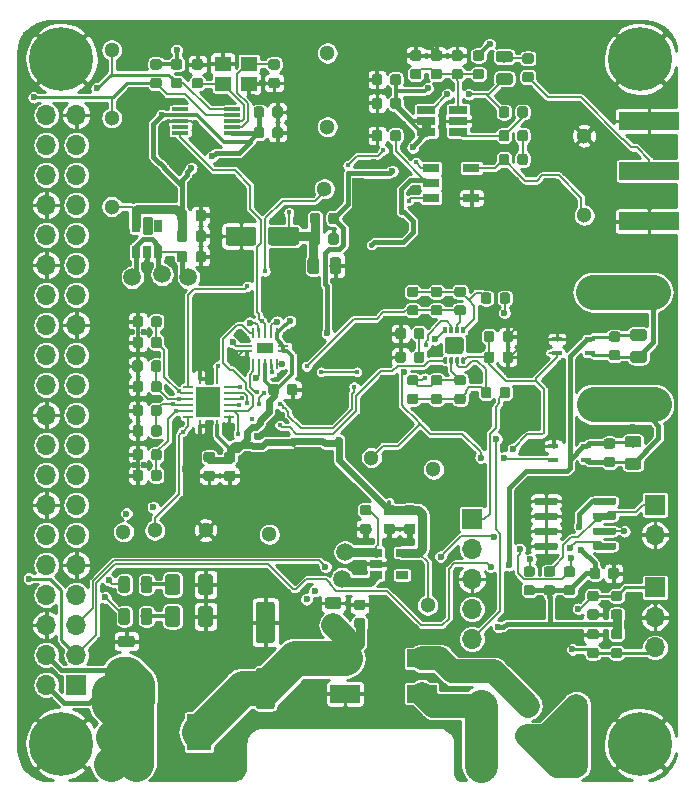
<source format=gtl>
G04 #@! TF.GenerationSoftware,KiCad,Pcbnew,(5.1.4)-1*
G04 #@! TF.CreationDate,2019-10-26T22:20:59+02:00*
G04 #@! TF.ProjectId,rf-receiver,72662d72-6563-4656-9976-65722e6b6963,rev?*
G04 #@! TF.SameCoordinates,Original*
G04 #@! TF.FileFunction,Copper,L1,Top*
G04 #@! TF.FilePolarity,Positive*
%FSLAX46Y46*%
G04 Gerber Fmt 4.6, Leading zero omitted, Abs format (unit mm)*
G04 Created by KiCad (PCBNEW (5.1.4)-1) date 2019-10-26 22:20:59*
%MOMM*%
%LPD*%
G04 APERTURE LIST*
%ADD10C,0.100000*%
%ADD11C,0.875000*%
%ADD12R,1.000000X1.000000*%
%ADD13C,1.300000*%
%ADD14C,0.600000*%
%ADD15C,0.975000*%
%ADD16O,1.700000X1.700000*%
%ADD17R,1.700000X1.700000*%
%ADD18C,1.250000*%
%ADD19R,2.000000X3.100000*%
%ADD20C,2.000000*%
%ADD21R,0.900000X0.400000*%
%ADD22C,1.600000*%
%ADD23R,0.850000X0.280000*%
%ADD24R,0.280000X0.850000*%
%ADD25R,2.050000X2.550000*%
%ADD26R,0.240000X0.900000*%
%ADD27R,0.900000X0.240000*%
%ADD28R,1.400000X0.900000*%
%ADD29R,2.500000X1.500000*%
%ADD30R,2.130000X1.000000*%
%ADD31R,3.800000X1.000000*%
%ADD32R,1.000000X1.650000*%
%ADD33R,1.000000X3.800000*%
%ADD34R,1.000000X3.550000*%
%ADD35R,3.550000X1.000000*%
%ADD36C,0.350000*%
%ADD37C,1.400000*%
%ADD38R,1.400000X1.200000*%
%ADD39R,0.650000X1.060000*%
%ADD40R,1.450000X0.300000*%
%ADD41C,5.400000*%
%ADD42R,5.080000X1.500000*%
%ADD43R,1.060000X0.650000*%
%ADD44R,1.560000X0.650000*%
%ADD45R,1.400000X0.760000*%
%ADD46C,0.450000*%
%ADD47C,1.000000*%
%ADD48C,0.400000*%
%ADD49C,1.500000*%
%ADD50C,0.200000*%
%ADD51C,0.800000*%
%ADD52C,0.400000*%
%ADD53C,0.350000*%
%ADD54C,3.000000*%
%ADD55C,0.250000*%
%ADD56C,0.600000*%
%ADD57C,0.150000*%
%ADD58C,2.000000*%
%ADD59C,2.800000*%
%ADD60C,0.254000*%
G04 APERTURE END LIST*
D10*
G36*
X116777691Y-89026053D02*
G01*
X116798926Y-89029203D01*
X116819750Y-89034419D01*
X116839962Y-89041651D01*
X116859368Y-89050830D01*
X116877781Y-89061866D01*
X116895024Y-89074654D01*
X116910930Y-89089070D01*
X116925346Y-89104976D01*
X116938134Y-89122219D01*
X116949170Y-89140632D01*
X116958349Y-89160038D01*
X116965581Y-89180250D01*
X116970797Y-89201074D01*
X116973947Y-89222309D01*
X116975000Y-89243750D01*
X116975000Y-89756250D01*
X116973947Y-89777691D01*
X116970797Y-89798926D01*
X116965581Y-89819750D01*
X116958349Y-89839962D01*
X116949170Y-89859368D01*
X116938134Y-89877781D01*
X116925346Y-89895024D01*
X116910930Y-89910930D01*
X116895024Y-89925346D01*
X116877781Y-89938134D01*
X116859368Y-89949170D01*
X116839962Y-89958349D01*
X116819750Y-89965581D01*
X116798926Y-89970797D01*
X116777691Y-89973947D01*
X116756250Y-89975000D01*
X116318750Y-89975000D01*
X116297309Y-89973947D01*
X116276074Y-89970797D01*
X116255250Y-89965581D01*
X116235038Y-89958349D01*
X116215632Y-89949170D01*
X116197219Y-89938134D01*
X116179976Y-89925346D01*
X116164070Y-89910930D01*
X116149654Y-89895024D01*
X116136866Y-89877781D01*
X116125830Y-89859368D01*
X116116651Y-89839962D01*
X116109419Y-89819750D01*
X116104203Y-89798926D01*
X116101053Y-89777691D01*
X116100000Y-89756250D01*
X116100000Y-89243750D01*
X116101053Y-89222309D01*
X116104203Y-89201074D01*
X116109419Y-89180250D01*
X116116651Y-89160038D01*
X116125830Y-89140632D01*
X116136866Y-89122219D01*
X116149654Y-89104976D01*
X116164070Y-89089070D01*
X116179976Y-89074654D01*
X116197219Y-89061866D01*
X116215632Y-89050830D01*
X116235038Y-89041651D01*
X116255250Y-89034419D01*
X116276074Y-89029203D01*
X116297309Y-89026053D01*
X116318750Y-89025000D01*
X116756250Y-89025000D01*
X116777691Y-89026053D01*
X116777691Y-89026053D01*
G37*
D11*
X116537500Y-89500000D03*
D10*
G36*
X115202691Y-89026053D02*
G01*
X115223926Y-89029203D01*
X115244750Y-89034419D01*
X115264962Y-89041651D01*
X115284368Y-89050830D01*
X115302781Y-89061866D01*
X115320024Y-89074654D01*
X115335930Y-89089070D01*
X115350346Y-89104976D01*
X115363134Y-89122219D01*
X115374170Y-89140632D01*
X115383349Y-89160038D01*
X115390581Y-89180250D01*
X115395797Y-89201074D01*
X115398947Y-89222309D01*
X115400000Y-89243750D01*
X115400000Y-89756250D01*
X115398947Y-89777691D01*
X115395797Y-89798926D01*
X115390581Y-89819750D01*
X115383349Y-89839962D01*
X115374170Y-89859368D01*
X115363134Y-89877781D01*
X115350346Y-89895024D01*
X115335930Y-89910930D01*
X115320024Y-89925346D01*
X115302781Y-89938134D01*
X115284368Y-89949170D01*
X115264962Y-89958349D01*
X115244750Y-89965581D01*
X115223926Y-89970797D01*
X115202691Y-89973947D01*
X115181250Y-89975000D01*
X114743750Y-89975000D01*
X114722309Y-89973947D01*
X114701074Y-89970797D01*
X114680250Y-89965581D01*
X114660038Y-89958349D01*
X114640632Y-89949170D01*
X114622219Y-89938134D01*
X114604976Y-89925346D01*
X114589070Y-89910930D01*
X114574654Y-89895024D01*
X114561866Y-89877781D01*
X114550830Y-89859368D01*
X114541651Y-89839962D01*
X114534419Y-89819750D01*
X114529203Y-89798926D01*
X114526053Y-89777691D01*
X114525000Y-89756250D01*
X114525000Y-89243750D01*
X114526053Y-89222309D01*
X114529203Y-89201074D01*
X114534419Y-89180250D01*
X114541651Y-89160038D01*
X114550830Y-89140632D01*
X114561866Y-89122219D01*
X114574654Y-89104976D01*
X114589070Y-89089070D01*
X114604976Y-89074654D01*
X114622219Y-89061866D01*
X114640632Y-89050830D01*
X114660038Y-89041651D01*
X114680250Y-89034419D01*
X114701074Y-89029203D01*
X114722309Y-89026053D01*
X114743750Y-89025000D01*
X115181250Y-89025000D01*
X115202691Y-89026053D01*
X115202691Y-89026053D01*
G37*
D11*
X114962500Y-89500000D03*
D12*
X118450000Y-118600000D03*
X118450000Y-116100000D03*
D13*
X83250000Y-73750000D03*
X83250000Y-66250000D03*
X83250000Y-60500000D03*
X110000000Y-107500000D03*
X105250000Y-95000000D03*
X110500000Y-96000000D03*
X91200000Y-101150000D03*
X86900000Y-101150000D03*
X101500000Y-60750000D03*
X101250000Y-72250000D03*
X96600000Y-101500000D03*
X123250000Y-74500000D03*
X123250000Y-67750000D03*
X101500000Y-67000000D03*
X84250000Y-101300000D03*
D10*
G36*
X125814703Y-98395722D02*
G01*
X125829264Y-98397882D01*
X125843543Y-98401459D01*
X125857403Y-98406418D01*
X125870710Y-98412712D01*
X125883336Y-98420280D01*
X125895159Y-98429048D01*
X125906066Y-98438934D01*
X125915952Y-98449841D01*
X125924720Y-98461664D01*
X125932288Y-98474290D01*
X125938582Y-98487597D01*
X125943541Y-98501457D01*
X125947118Y-98515736D01*
X125949278Y-98530297D01*
X125950000Y-98545000D01*
X125950000Y-98845000D01*
X125949278Y-98859703D01*
X125947118Y-98874264D01*
X125943541Y-98888543D01*
X125938582Y-98902403D01*
X125932288Y-98915710D01*
X125924720Y-98928336D01*
X125915952Y-98940159D01*
X125906066Y-98951066D01*
X125895159Y-98960952D01*
X125883336Y-98969720D01*
X125870710Y-98977288D01*
X125857403Y-98983582D01*
X125843543Y-98988541D01*
X125829264Y-98992118D01*
X125814703Y-98994278D01*
X125800000Y-98995000D01*
X124150000Y-98995000D01*
X124135297Y-98994278D01*
X124120736Y-98992118D01*
X124106457Y-98988541D01*
X124092597Y-98983582D01*
X124079290Y-98977288D01*
X124066664Y-98969720D01*
X124054841Y-98960952D01*
X124043934Y-98951066D01*
X124034048Y-98940159D01*
X124025280Y-98928336D01*
X124017712Y-98915710D01*
X124011418Y-98902403D01*
X124006459Y-98888543D01*
X124002882Y-98874264D01*
X124000722Y-98859703D01*
X124000000Y-98845000D01*
X124000000Y-98545000D01*
X124000722Y-98530297D01*
X124002882Y-98515736D01*
X124006459Y-98501457D01*
X124011418Y-98487597D01*
X124017712Y-98474290D01*
X124025280Y-98461664D01*
X124034048Y-98449841D01*
X124043934Y-98438934D01*
X124054841Y-98429048D01*
X124066664Y-98420280D01*
X124079290Y-98412712D01*
X124092597Y-98406418D01*
X124106457Y-98401459D01*
X124120736Y-98397882D01*
X124135297Y-98395722D01*
X124150000Y-98395000D01*
X125800000Y-98395000D01*
X125814703Y-98395722D01*
X125814703Y-98395722D01*
G37*
D14*
X124975000Y-98695000D03*
D10*
G36*
X125814703Y-99665722D02*
G01*
X125829264Y-99667882D01*
X125843543Y-99671459D01*
X125857403Y-99676418D01*
X125870710Y-99682712D01*
X125883336Y-99690280D01*
X125895159Y-99699048D01*
X125906066Y-99708934D01*
X125915952Y-99719841D01*
X125924720Y-99731664D01*
X125932288Y-99744290D01*
X125938582Y-99757597D01*
X125943541Y-99771457D01*
X125947118Y-99785736D01*
X125949278Y-99800297D01*
X125950000Y-99815000D01*
X125950000Y-100115000D01*
X125949278Y-100129703D01*
X125947118Y-100144264D01*
X125943541Y-100158543D01*
X125938582Y-100172403D01*
X125932288Y-100185710D01*
X125924720Y-100198336D01*
X125915952Y-100210159D01*
X125906066Y-100221066D01*
X125895159Y-100230952D01*
X125883336Y-100239720D01*
X125870710Y-100247288D01*
X125857403Y-100253582D01*
X125843543Y-100258541D01*
X125829264Y-100262118D01*
X125814703Y-100264278D01*
X125800000Y-100265000D01*
X124150000Y-100265000D01*
X124135297Y-100264278D01*
X124120736Y-100262118D01*
X124106457Y-100258541D01*
X124092597Y-100253582D01*
X124079290Y-100247288D01*
X124066664Y-100239720D01*
X124054841Y-100230952D01*
X124043934Y-100221066D01*
X124034048Y-100210159D01*
X124025280Y-100198336D01*
X124017712Y-100185710D01*
X124011418Y-100172403D01*
X124006459Y-100158543D01*
X124002882Y-100144264D01*
X124000722Y-100129703D01*
X124000000Y-100115000D01*
X124000000Y-99815000D01*
X124000722Y-99800297D01*
X124002882Y-99785736D01*
X124006459Y-99771457D01*
X124011418Y-99757597D01*
X124017712Y-99744290D01*
X124025280Y-99731664D01*
X124034048Y-99719841D01*
X124043934Y-99708934D01*
X124054841Y-99699048D01*
X124066664Y-99690280D01*
X124079290Y-99682712D01*
X124092597Y-99676418D01*
X124106457Y-99671459D01*
X124120736Y-99667882D01*
X124135297Y-99665722D01*
X124150000Y-99665000D01*
X125800000Y-99665000D01*
X125814703Y-99665722D01*
X125814703Y-99665722D01*
G37*
D14*
X124975000Y-99965000D03*
D10*
G36*
X125814703Y-100935722D02*
G01*
X125829264Y-100937882D01*
X125843543Y-100941459D01*
X125857403Y-100946418D01*
X125870710Y-100952712D01*
X125883336Y-100960280D01*
X125895159Y-100969048D01*
X125906066Y-100978934D01*
X125915952Y-100989841D01*
X125924720Y-101001664D01*
X125932288Y-101014290D01*
X125938582Y-101027597D01*
X125943541Y-101041457D01*
X125947118Y-101055736D01*
X125949278Y-101070297D01*
X125950000Y-101085000D01*
X125950000Y-101385000D01*
X125949278Y-101399703D01*
X125947118Y-101414264D01*
X125943541Y-101428543D01*
X125938582Y-101442403D01*
X125932288Y-101455710D01*
X125924720Y-101468336D01*
X125915952Y-101480159D01*
X125906066Y-101491066D01*
X125895159Y-101500952D01*
X125883336Y-101509720D01*
X125870710Y-101517288D01*
X125857403Y-101523582D01*
X125843543Y-101528541D01*
X125829264Y-101532118D01*
X125814703Y-101534278D01*
X125800000Y-101535000D01*
X124150000Y-101535000D01*
X124135297Y-101534278D01*
X124120736Y-101532118D01*
X124106457Y-101528541D01*
X124092597Y-101523582D01*
X124079290Y-101517288D01*
X124066664Y-101509720D01*
X124054841Y-101500952D01*
X124043934Y-101491066D01*
X124034048Y-101480159D01*
X124025280Y-101468336D01*
X124017712Y-101455710D01*
X124011418Y-101442403D01*
X124006459Y-101428543D01*
X124002882Y-101414264D01*
X124000722Y-101399703D01*
X124000000Y-101385000D01*
X124000000Y-101085000D01*
X124000722Y-101070297D01*
X124002882Y-101055736D01*
X124006459Y-101041457D01*
X124011418Y-101027597D01*
X124017712Y-101014290D01*
X124025280Y-101001664D01*
X124034048Y-100989841D01*
X124043934Y-100978934D01*
X124054841Y-100969048D01*
X124066664Y-100960280D01*
X124079290Y-100952712D01*
X124092597Y-100946418D01*
X124106457Y-100941459D01*
X124120736Y-100937882D01*
X124135297Y-100935722D01*
X124150000Y-100935000D01*
X125800000Y-100935000D01*
X125814703Y-100935722D01*
X125814703Y-100935722D01*
G37*
D14*
X124975000Y-101235000D03*
D10*
G36*
X125814703Y-102205722D02*
G01*
X125829264Y-102207882D01*
X125843543Y-102211459D01*
X125857403Y-102216418D01*
X125870710Y-102222712D01*
X125883336Y-102230280D01*
X125895159Y-102239048D01*
X125906066Y-102248934D01*
X125915952Y-102259841D01*
X125924720Y-102271664D01*
X125932288Y-102284290D01*
X125938582Y-102297597D01*
X125943541Y-102311457D01*
X125947118Y-102325736D01*
X125949278Y-102340297D01*
X125950000Y-102355000D01*
X125950000Y-102655000D01*
X125949278Y-102669703D01*
X125947118Y-102684264D01*
X125943541Y-102698543D01*
X125938582Y-102712403D01*
X125932288Y-102725710D01*
X125924720Y-102738336D01*
X125915952Y-102750159D01*
X125906066Y-102761066D01*
X125895159Y-102770952D01*
X125883336Y-102779720D01*
X125870710Y-102787288D01*
X125857403Y-102793582D01*
X125843543Y-102798541D01*
X125829264Y-102802118D01*
X125814703Y-102804278D01*
X125800000Y-102805000D01*
X124150000Y-102805000D01*
X124135297Y-102804278D01*
X124120736Y-102802118D01*
X124106457Y-102798541D01*
X124092597Y-102793582D01*
X124079290Y-102787288D01*
X124066664Y-102779720D01*
X124054841Y-102770952D01*
X124043934Y-102761066D01*
X124034048Y-102750159D01*
X124025280Y-102738336D01*
X124017712Y-102725710D01*
X124011418Y-102712403D01*
X124006459Y-102698543D01*
X124002882Y-102684264D01*
X124000722Y-102669703D01*
X124000000Y-102655000D01*
X124000000Y-102355000D01*
X124000722Y-102340297D01*
X124002882Y-102325736D01*
X124006459Y-102311457D01*
X124011418Y-102297597D01*
X124017712Y-102284290D01*
X124025280Y-102271664D01*
X124034048Y-102259841D01*
X124043934Y-102248934D01*
X124054841Y-102239048D01*
X124066664Y-102230280D01*
X124079290Y-102222712D01*
X124092597Y-102216418D01*
X124106457Y-102211459D01*
X124120736Y-102207882D01*
X124135297Y-102205722D01*
X124150000Y-102205000D01*
X125800000Y-102205000D01*
X125814703Y-102205722D01*
X125814703Y-102205722D01*
G37*
D14*
X124975000Y-102505000D03*
D10*
G36*
X120864703Y-102205722D02*
G01*
X120879264Y-102207882D01*
X120893543Y-102211459D01*
X120907403Y-102216418D01*
X120920710Y-102222712D01*
X120933336Y-102230280D01*
X120945159Y-102239048D01*
X120956066Y-102248934D01*
X120965952Y-102259841D01*
X120974720Y-102271664D01*
X120982288Y-102284290D01*
X120988582Y-102297597D01*
X120993541Y-102311457D01*
X120997118Y-102325736D01*
X120999278Y-102340297D01*
X121000000Y-102355000D01*
X121000000Y-102655000D01*
X120999278Y-102669703D01*
X120997118Y-102684264D01*
X120993541Y-102698543D01*
X120988582Y-102712403D01*
X120982288Y-102725710D01*
X120974720Y-102738336D01*
X120965952Y-102750159D01*
X120956066Y-102761066D01*
X120945159Y-102770952D01*
X120933336Y-102779720D01*
X120920710Y-102787288D01*
X120907403Y-102793582D01*
X120893543Y-102798541D01*
X120879264Y-102802118D01*
X120864703Y-102804278D01*
X120850000Y-102805000D01*
X119200000Y-102805000D01*
X119185297Y-102804278D01*
X119170736Y-102802118D01*
X119156457Y-102798541D01*
X119142597Y-102793582D01*
X119129290Y-102787288D01*
X119116664Y-102779720D01*
X119104841Y-102770952D01*
X119093934Y-102761066D01*
X119084048Y-102750159D01*
X119075280Y-102738336D01*
X119067712Y-102725710D01*
X119061418Y-102712403D01*
X119056459Y-102698543D01*
X119052882Y-102684264D01*
X119050722Y-102669703D01*
X119050000Y-102655000D01*
X119050000Y-102355000D01*
X119050722Y-102340297D01*
X119052882Y-102325736D01*
X119056459Y-102311457D01*
X119061418Y-102297597D01*
X119067712Y-102284290D01*
X119075280Y-102271664D01*
X119084048Y-102259841D01*
X119093934Y-102248934D01*
X119104841Y-102239048D01*
X119116664Y-102230280D01*
X119129290Y-102222712D01*
X119142597Y-102216418D01*
X119156457Y-102211459D01*
X119170736Y-102207882D01*
X119185297Y-102205722D01*
X119200000Y-102205000D01*
X120850000Y-102205000D01*
X120864703Y-102205722D01*
X120864703Y-102205722D01*
G37*
D14*
X120025000Y-102505000D03*
D10*
G36*
X120864703Y-100935722D02*
G01*
X120879264Y-100937882D01*
X120893543Y-100941459D01*
X120907403Y-100946418D01*
X120920710Y-100952712D01*
X120933336Y-100960280D01*
X120945159Y-100969048D01*
X120956066Y-100978934D01*
X120965952Y-100989841D01*
X120974720Y-101001664D01*
X120982288Y-101014290D01*
X120988582Y-101027597D01*
X120993541Y-101041457D01*
X120997118Y-101055736D01*
X120999278Y-101070297D01*
X121000000Y-101085000D01*
X121000000Y-101385000D01*
X120999278Y-101399703D01*
X120997118Y-101414264D01*
X120993541Y-101428543D01*
X120988582Y-101442403D01*
X120982288Y-101455710D01*
X120974720Y-101468336D01*
X120965952Y-101480159D01*
X120956066Y-101491066D01*
X120945159Y-101500952D01*
X120933336Y-101509720D01*
X120920710Y-101517288D01*
X120907403Y-101523582D01*
X120893543Y-101528541D01*
X120879264Y-101532118D01*
X120864703Y-101534278D01*
X120850000Y-101535000D01*
X119200000Y-101535000D01*
X119185297Y-101534278D01*
X119170736Y-101532118D01*
X119156457Y-101528541D01*
X119142597Y-101523582D01*
X119129290Y-101517288D01*
X119116664Y-101509720D01*
X119104841Y-101500952D01*
X119093934Y-101491066D01*
X119084048Y-101480159D01*
X119075280Y-101468336D01*
X119067712Y-101455710D01*
X119061418Y-101442403D01*
X119056459Y-101428543D01*
X119052882Y-101414264D01*
X119050722Y-101399703D01*
X119050000Y-101385000D01*
X119050000Y-101085000D01*
X119050722Y-101070297D01*
X119052882Y-101055736D01*
X119056459Y-101041457D01*
X119061418Y-101027597D01*
X119067712Y-101014290D01*
X119075280Y-101001664D01*
X119084048Y-100989841D01*
X119093934Y-100978934D01*
X119104841Y-100969048D01*
X119116664Y-100960280D01*
X119129290Y-100952712D01*
X119142597Y-100946418D01*
X119156457Y-100941459D01*
X119170736Y-100937882D01*
X119185297Y-100935722D01*
X119200000Y-100935000D01*
X120850000Y-100935000D01*
X120864703Y-100935722D01*
X120864703Y-100935722D01*
G37*
D14*
X120025000Y-101235000D03*
D10*
G36*
X120864703Y-99665722D02*
G01*
X120879264Y-99667882D01*
X120893543Y-99671459D01*
X120907403Y-99676418D01*
X120920710Y-99682712D01*
X120933336Y-99690280D01*
X120945159Y-99699048D01*
X120956066Y-99708934D01*
X120965952Y-99719841D01*
X120974720Y-99731664D01*
X120982288Y-99744290D01*
X120988582Y-99757597D01*
X120993541Y-99771457D01*
X120997118Y-99785736D01*
X120999278Y-99800297D01*
X121000000Y-99815000D01*
X121000000Y-100115000D01*
X120999278Y-100129703D01*
X120997118Y-100144264D01*
X120993541Y-100158543D01*
X120988582Y-100172403D01*
X120982288Y-100185710D01*
X120974720Y-100198336D01*
X120965952Y-100210159D01*
X120956066Y-100221066D01*
X120945159Y-100230952D01*
X120933336Y-100239720D01*
X120920710Y-100247288D01*
X120907403Y-100253582D01*
X120893543Y-100258541D01*
X120879264Y-100262118D01*
X120864703Y-100264278D01*
X120850000Y-100265000D01*
X119200000Y-100265000D01*
X119185297Y-100264278D01*
X119170736Y-100262118D01*
X119156457Y-100258541D01*
X119142597Y-100253582D01*
X119129290Y-100247288D01*
X119116664Y-100239720D01*
X119104841Y-100230952D01*
X119093934Y-100221066D01*
X119084048Y-100210159D01*
X119075280Y-100198336D01*
X119067712Y-100185710D01*
X119061418Y-100172403D01*
X119056459Y-100158543D01*
X119052882Y-100144264D01*
X119050722Y-100129703D01*
X119050000Y-100115000D01*
X119050000Y-99815000D01*
X119050722Y-99800297D01*
X119052882Y-99785736D01*
X119056459Y-99771457D01*
X119061418Y-99757597D01*
X119067712Y-99744290D01*
X119075280Y-99731664D01*
X119084048Y-99719841D01*
X119093934Y-99708934D01*
X119104841Y-99699048D01*
X119116664Y-99690280D01*
X119129290Y-99682712D01*
X119142597Y-99676418D01*
X119156457Y-99671459D01*
X119170736Y-99667882D01*
X119185297Y-99665722D01*
X119200000Y-99665000D01*
X120850000Y-99665000D01*
X120864703Y-99665722D01*
X120864703Y-99665722D01*
G37*
D14*
X120025000Y-99965000D03*
D10*
G36*
X120864703Y-98395722D02*
G01*
X120879264Y-98397882D01*
X120893543Y-98401459D01*
X120907403Y-98406418D01*
X120920710Y-98412712D01*
X120933336Y-98420280D01*
X120945159Y-98429048D01*
X120956066Y-98438934D01*
X120965952Y-98449841D01*
X120974720Y-98461664D01*
X120982288Y-98474290D01*
X120988582Y-98487597D01*
X120993541Y-98501457D01*
X120997118Y-98515736D01*
X120999278Y-98530297D01*
X121000000Y-98545000D01*
X121000000Y-98845000D01*
X120999278Y-98859703D01*
X120997118Y-98874264D01*
X120993541Y-98888543D01*
X120988582Y-98902403D01*
X120982288Y-98915710D01*
X120974720Y-98928336D01*
X120965952Y-98940159D01*
X120956066Y-98951066D01*
X120945159Y-98960952D01*
X120933336Y-98969720D01*
X120920710Y-98977288D01*
X120907403Y-98983582D01*
X120893543Y-98988541D01*
X120879264Y-98992118D01*
X120864703Y-98994278D01*
X120850000Y-98995000D01*
X119200000Y-98995000D01*
X119185297Y-98994278D01*
X119170736Y-98992118D01*
X119156457Y-98988541D01*
X119142597Y-98983582D01*
X119129290Y-98977288D01*
X119116664Y-98969720D01*
X119104841Y-98960952D01*
X119093934Y-98951066D01*
X119084048Y-98940159D01*
X119075280Y-98928336D01*
X119067712Y-98915710D01*
X119061418Y-98902403D01*
X119056459Y-98888543D01*
X119052882Y-98874264D01*
X119050722Y-98859703D01*
X119050000Y-98845000D01*
X119050000Y-98545000D01*
X119050722Y-98530297D01*
X119052882Y-98515736D01*
X119056459Y-98501457D01*
X119061418Y-98487597D01*
X119067712Y-98474290D01*
X119075280Y-98461664D01*
X119084048Y-98449841D01*
X119093934Y-98438934D01*
X119104841Y-98429048D01*
X119116664Y-98420280D01*
X119129290Y-98412712D01*
X119142597Y-98406418D01*
X119156457Y-98401459D01*
X119170736Y-98397882D01*
X119185297Y-98395722D01*
X119200000Y-98395000D01*
X120850000Y-98395000D01*
X120864703Y-98395722D01*
X120864703Y-98395722D01*
G37*
D14*
X120025000Y-98695000D03*
D10*
G36*
X86455142Y-107751174D02*
G01*
X86478803Y-107754684D01*
X86502007Y-107760496D01*
X86524529Y-107768554D01*
X86546153Y-107778782D01*
X86566670Y-107791079D01*
X86585883Y-107805329D01*
X86603607Y-107821393D01*
X86619671Y-107839117D01*
X86633921Y-107858330D01*
X86646218Y-107878847D01*
X86656446Y-107900471D01*
X86664504Y-107922993D01*
X86670316Y-107946197D01*
X86673826Y-107969858D01*
X86675000Y-107993750D01*
X86675000Y-108906250D01*
X86673826Y-108930142D01*
X86670316Y-108953803D01*
X86664504Y-108977007D01*
X86656446Y-108999529D01*
X86646218Y-109021153D01*
X86633921Y-109041670D01*
X86619671Y-109060883D01*
X86603607Y-109078607D01*
X86585883Y-109094671D01*
X86566670Y-109108921D01*
X86546153Y-109121218D01*
X86524529Y-109131446D01*
X86502007Y-109139504D01*
X86478803Y-109145316D01*
X86455142Y-109148826D01*
X86431250Y-109150000D01*
X85943750Y-109150000D01*
X85919858Y-109148826D01*
X85896197Y-109145316D01*
X85872993Y-109139504D01*
X85850471Y-109131446D01*
X85828847Y-109121218D01*
X85808330Y-109108921D01*
X85789117Y-109094671D01*
X85771393Y-109078607D01*
X85755329Y-109060883D01*
X85741079Y-109041670D01*
X85728782Y-109021153D01*
X85718554Y-108999529D01*
X85710496Y-108977007D01*
X85704684Y-108953803D01*
X85701174Y-108930142D01*
X85700000Y-108906250D01*
X85700000Y-107993750D01*
X85701174Y-107969858D01*
X85704684Y-107946197D01*
X85710496Y-107922993D01*
X85718554Y-107900471D01*
X85728782Y-107878847D01*
X85741079Y-107858330D01*
X85755329Y-107839117D01*
X85771393Y-107821393D01*
X85789117Y-107805329D01*
X85808330Y-107791079D01*
X85828847Y-107778782D01*
X85850471Y-107768554D01*
X85872993Y-107760496D01*
X85896197Y-107754684D01*
X85919858Y-107751174D01*
X85943750Y-107750000D01*
X86431250Y-107750000D01*
X86455142Y-107751174D01*
X86455142Y-107751174D01*
G37*
D15*
X86187500Y-108450000D03*
D10*
G36*
X84580142Y-107751174D02*
G01*
X84603803Y-107754684D01*
X84627007Y-107760496D01*
X84649529Y-107768554D01*
X84671153Y-107778782D01*
X84691670Y-107791079D01*
X84710883Y-107805329D01*
X84728607Y-107821393D01*
X84744671Y-107839117D01*
X84758921Y-107858330D01*
X84771218Y-107878847D01*
X84781446Y-107900471D01*
X84789504Y-107922993D01*
X84795316Y-107946197D01*
X84798826Y-107969858D01*
X84800000Y-107993750D01*
X84800000Y-108906250D01*
X84798826Y-108930142D01*
X84795316Y-108953803D01*
X84789504Y-108977007D01*
X84781446Y-108999529D01*
X84771218Y-109021153D01*
X84758921Y-109041670D01*
X84744671Y-109060883D01*
X84728607Y-109078607D01*
X84710883Y-109094671D01*
X84691670Y-109108921D01*
X84671153Y-109121218D01*
X84649529Y-109131446D01*
X84627007Y-109139504D01*
X84603803Y-109145316D01*
X84580142Y-109148826D01*
X84556250Y-109150000D01*
X84068750Y-109150000D01*
X84044858Y-109148826D01*
X84021197Y-109145316D01*
X83997993Y-109139504D01*
X83975471Y-109131446D01*
X83953847Y-109121218D01*
X83933330Y-109108921D01*
X83914117Y-109094671D01*
X83896393Y-109078607D01*
X83880329Y-109060883D01*
X83866079Y-109041670D01*
X83853782Y-109021153D01*
X83843554Y-108999529D01*
X83835496Y-108977007D01*
X83829684Y-108953803D01*
X83826174Y-108930142D01*
X83825000Y-108906250D01*
X83825000Y-107993750D01*
X83826174Y-107969858D01*
X83829684Y-107946197D01*
X83835496Y-107922993D01*
X83843554Y-107900471D01*
X83853782Y-107878847D01*
X83866079Y-107858330D01*
X83880329Y-107839117D01*
X83896393Y-107821393D01*
X83914117Y-107805329D01*
X83933330Y-107791079D01*
X83953847Y-107778782D01*
X83975471Y-107768554D01*
X83997993Y-107760496D01*
X84021197Y-107754684D01*
X84044858Y-107751174D01*
X84068750Y-107750000D01*
X84556250Y-107750000D01*
X84580142Y-107751174D01*
X84580142Y-107751174D01*
G37*
D15*
X84312500Y-108450000D03*
D10*
G36*
X118877691Y-104226053D02*
G01*
X118898926Y-104229203D01*
X118919750Y-104234419D01*
X118939962Y-104241651D01*
X118959368Y-104250830D01*
X118977781Y-104261866D01*
X118995024Y-104274654D01*
X119010930Y-104289070D01*
X119025346Y-104304976D01*
X119038134Y-104322219D01*
X119049170Y-104340632D01*
X119058349Y-104360038D01*
X119065581Y-104380250D01*
X119070797Y-104401074D01*
X119073947Y-104422309D01*
X119075000Y-104443750D01*
X119075000Y-104881250D01*
X119073947Y-104902691D01*
X119070797Y-104923926D01*
X119065581Y-104944750D01*
X119058349Y-104964962D01*
X119049170Y-104984368D01*
X119038134Y-105002781D01*
X119025346Y-105020024D01*
X119010930Y-105035930D01*
X118995024Y-105050346D01*
X118977781Y-105063134D01*
X118959368Y-105074170D01*
X118939962Y-105083349D01*
X118919750Y-105090581D01*
X118898926Y-105095797D01*
X118877691Y-105098947D01*
X118856250Y-105100000D01*
X118343750Y-105100000D01*
X118322309Y-105098947D01*
X118301074Y-105095797D01*
X118280250Y-105090581D01*
X118260038Y-105083349D01*
X118240632Y-105074170D01*
X118222219Y-105063134D01*
X118204976Y-105050346D01*
X118189070Y-105035930D01*
X118174654Y-105020024D01*
X118161866Y-105002781D01*
X118150830Y-104984368D01*
X118141651Y-104964962D01*
X118134419Y-104944750D01*
X118129203Y-104923926D01*
X118126053Y-104902691D01*
X118125000Y-104881250D01*
X118125000Y-104443750D01*
X118126053Y-104422309D01*
X118129203Y-104401074D01*
X118134419Y-104380250D01*
X118141651Y-104360038D01*
X118150830Y-104340632D01*
X118161866Y-104322219D01*
X118174654Y-104304976D01*
X118189070Y-104289070D01*
X118204976Y-104274654D01*
X118222219Y-104261866D01*
X118240632Y-104250830D01*
X118260038Y-104241651D01*
X118280250Y-104234419D01*
X118301074Y-104229203D01*
X118322309Y-104226053D01*
X118343750Y-104225000D01*
X118856250Y-104225000D01*
X118877691Y-104226053D01*
X118877691Y-104226053D01*
G37*
D11*
X118600000Y-104662500D03*
D10*
G36*
X118877691Y-105801053D02*
G01*
X118898926Y-105804203D01*
X118919750Y-105809419D01*
X118939962Y-105816651D01*
X118959368Y-105825830D01*
X118977781Y-105836866D01*
X118995024Y-105849654D01*
X119010930Y-105864070D01*
X119025346Y-105879976D01*
X119038134Y-105897219D01*
X119049170Y-105915632D01*
X119058349Y-105935038D01*
X119065581Y-105955250D01*
X119070797Y-105976074D01*
X119073947Y-105997309D01*
X119075000Y-106018750D01*
X119075000Y-106456250D01*
X119073947Y-106477691D01*
X119070797Y-106498926D01*
X119065581Y-106519750D01*
X119058349Y-106539962D01*
X119049170Y-106559368D01*
X119038134Y-106577781D01*
X119025346Y-106595024D01*
X119010930Y-106610930D01*
X118995024Y-106625346D01*
X118977781Y-106638134D01*
X118959368Y-106649170D01*
X118939962Y-106658349D01*
X118919750Y-106665581D01*
X118898926Y-106670797D01*
X118877691Y-106673947D01*
X118856250Y-106675000D01*
X118343750Y-106675000D01*
X118322309Y-106673947D01*
X118301074Y-106670797D01*
X118280250Y-106665581D01*
X118260038Y-106658349D01*
X118240632Y-106649170D01*
X118222219Y-106638134D01*
X118204976Y-106625346D01*
X118189070Y-106610930D01*
X118174654Y-106595024D01*
X118161866Y-106577781D01*
X118150830Y-106559368D01*
X118141651Y-106539962D01*
X118134419Y-106519750D01*
X118129203Y-106498926D01*
X118126053Y-106477691D01*
X118125000Y-106456250D01*
X118125000Y-106018750D01*
X118126053Y-105997309D01*
X118129203Y-105976074D01*
X118134419Y-105955250D01*
X118141651Y-105935038D01*
X118150830Y-105915632D01*
X118161866Y-105897219D01*
X118174654Y-105879976D01*
X118189070Y-105864070D01*
X118204976Y-105849654D01*
X118222219Y-105836866D01*
X118240632Y-105825830D01*
X118260038Y-105816651D01*
X118280250Y-105809419D01*
X118301074Y-105804203D01*
X118322309Y-105801053D01*
X118343750Y-105800000D01*
X118856250Y-105800000D01*
X118877691Y-105801053D01*
X118877691Y-105801053D01*
G37*
D11*
X118600000Y-106237500D03*
D10*
G36*
X122277691Y-104226053D02*
G01*
X122298926Y-104229203D01*
X122319750Y-104234419D01*
X122339962Y-104241651D01*
X122359368Y-104250830D01*
X122377781Y-104261866D01*
X122395024Y-104274654D01*
X122410930Y-104289070D01*
X122425346Y-104304976D01*
X122438134Y-104322219D01*
X122449170Y-104340632D01*
X122458349Y-104360038D01*
X122465581Y-104380250D01*
X122470797Y-104401074D01*
X122473947Y-104422309D01*
X122475000Y-104443750D01*
X122475000Y-104881250D01*
X122473947Y-104902691D01*
X122470797Y-104923926D01*
X122465581Y-104944750D01*
X122458349Y-104964962D01*
X122449170Y-104984368D01*
X122438134Y-105002781D01*
X122425346Y-105020024D01*
X122410930Y-105035930D01*
X122395024Y-105050346D01*
X122377781Y-105063134D01*
X122359368Y-105074170D01*
X122339962Y-105083349D01*
X122319750Y-105090581D01*
X122298926Y-105095797D01*
X122277691Y-105098947D01*
X122256250Y-105100000D01*
X121743750Y-105100000D01*
X121722309Y-105098947D01*
X121701074Y-105095797D01*
X121680250Y-105090581D01*
X121660038Y-105083349D01*
X121640632Y-105074170D01*
X121622219Y-105063134D01*
X121604976Y-105050346D01*
X121589070Y-105035930D01*
X121574654Y-105020024D01*
X121561866Y-105002781D01*
X121550830Y-104984368D01*
X121541651Y-104964962D01*
X121534419Y-104944750D01*
X121529203Y-104923926D01*
X121526053Y-104902691D01*
X121525000Y-104881250D01*
X121525000Y-104443750D01*
X121526053Y-104422309D01*
X121529203Y-104401074D01*
X121534419Y-104380250D01*
X121541651Y-104360038D01*
X121550830Y-104340632D01*
X121561866Y-104322219D01*
X121574654Y-104304976D01*
X121589070Y-104289070D01*
X121604976Y-104274654D01*
X121622219Y-104261866D01*
X121640632Y-104250830D01*
X121660038Y-104241651D01*
X121680250Y-104234419D01*
X121701074Y-104229203D01*
X121722309Y-104226053D01*
X121743750Y-104225000D01*
X122256250Y-104225000D01*
X122277691Y-104226053D01*
X122277691Y-104226053D01*
G37*
D11*
X122000000Y-104662500D03*
D10*
G36*
X122277691Y-105801053D02*
G01*
X122298926Y-105804203D01*
X122319750Y-105809419D01*
X122339962Y-105816651D01*
X122359368Y-105825830D01*
X122377781Y-105836866D01*
X122395024Y-105849654D01*
X122410930Y-105864070D01*
X122425346Y-105879976D01*
X122438134Y-105897219D01*
X122449170Y-105915632D01*
X122458349Y-105935038D01*
X122465581Y-105955250D01*
X122470797Y-105976074D01*
X122473947Y-105997309D01*
X122475000Y-106018750D01*
X122475000Y-106456250D01*
X122473947Y-106477691D01*
X122470797Y-106498926D01*
X122465581Y-106519750D01*
X122458349Y-106539962D01*
X122449170Y-106559368D01*
X122438134Y-106577781D01*
X122425346Y-106595024D01*
X122410930Y-106610930D01*
X122395024Y-106625346D01*
X122377781Y-106638134D01*
X122359368Y-106649170D01*
X122339962Y-106658349D01*
X122319750Y-106665581D01*
X122298926Y-106670797D01*
X122277691Y-106673947D01*
X122256250Y-106675000D01*
X121743750Y-106675000D01*
X121722309Y-106673947D01*
X121701074Y-106670797D01*
X121680250Y-106665581D01*
X121660038Y-106658349D01*
X121640632Y-106649170D01*
X121622219Y-106638134D01*
X121604976Y-106625346D01*
X121589070Y-106610930D01*
X121574654Y-106595024D01*
X121561866Y-106577781D01*
X121550830Y-106559368D01*
X121541651Y-106539962D01*
X121534419Y-106519750D01*
X121529203Y-106498926D01*
X121526053Y-106477691D01*
X121525000Y-106456250D01*
X121525000Y-106018750D01*
X121526053Y-105997309D01*
X121529203Y-105976074D01*
X121534419Y-105955250D01*
X121541651Y-105935038D01*
X121550830Y-105915632D01*
X121561866Y-105897219D01*
X121574654Y-105879976D01*
X121589070Y-105864070D01*
X121604976Y-105849654D01*
X121622219Y-105836866D01*
X121640632Y-105825830D01*
X121660038Y-105816651D01*
X121680250Y-105809419D01*
X121701074Y-105804203D01*
X121722309Y-105801053D01*
X121743750Y-105800000D01*
X122256250Y-105800000D01*
X122277691Y-105801053D01*
X122277691Y-105801053D01*
G37*
D11*
X122000000Y-106237500D03*
D10*
G36*
X120577691Y-104226053D02*
G01*
X120598926Y-104229203D01*
X120619750Y-104234419D01*
X120639962Y-104241651D01*
X120659368Y-104250830D01*
X120677781Y-104261866D01*
X120695024Y-104274654D01*
X120710930Y-104289070D01*
X120725346Y-104304976D01*
X120738134Y-104322219D01*
X120749170Y-104340632D01*
X120758349Y-104360038D01*
X120765581Y-104380250D01*
X120770797Y-104401074D01*
X120773947Y-104422309D01*
X120775000Y-104443750D01*
X120775000Y-104881250D01*
X120773947Y-104902691D01*
X120770797Y-104923926D01*
X120765581Y-104944750D01*
X120758349Y-104964962D01*
X120749170Y-104984368D01*
X120738134Y-105002781D01*
X120725346Y-105020024D01*
X120710930Y-105035930D01*
X120695024Y-105050346D01*
X120677781Y-105063134D01*
X120659368Y-105074170D01*
X120639962Y-105083349D01*
X120619750Y-105090581D01*
X120598926Y-105095797D01*
X120577691Y-105098947D01*
X120556250Y-105100000D01*
X120043750Y-105100000D01*
X120022309Y-105098947D01*
X120001074Y-105095797D01*
X119980250Y-105090581D01*
X119960038Y-105083349D01*
X119940632Y-105074170D01*
X119922219Y-105063134D01*
X119904976Y-105050346D01*
X119889070Y-105035930D01*
X119874654Y-105020024D01*
X119861866Y-105002781D01*
X119850830Y-104984368D01*
X119841651Y-104964962D01*
X119834419Y-104944750D01*
X119829203Y-104923926D01*
X119826053Y-104902691D01*
X119825000Y-104881250D01*
X119825000Y-104443750D01*
X119826053Y-104422309D01*
X119829203Y-104401074D01*
X119834419Y-104380250D01*
X119841651Y-104360038D01*
X119850830Y-104340632D01*
X119861866Y-104322219D01*
X119874654Y-104304976D01*
X119889070Y-104289070D01*
X119904976Y-104274654D01*
X119922219Y-104261866D01*
X119940632Y-104250830D01*
X119960038Y-104241651D01*
X119980250Y-104234419D01*
X120001074Y-104229203D01*
X120022309Y-104226053D01*
X120043750Y-104225000D01*
X120556250Y-104225000D01*
X120577691Y-104226053D01*
X120577691Y-104226053D01*
G37*
D11*
X120300000Y-104662500D03*
D10*
G36*
X120577691Y-105801053D02*
G01*
X120598926Y-105804203D01*
X120619750Y-105809419D01*
X120639962Y-105816651D01*
X120659368Y-105825830D01*
X120677781Y-105836866D01*
X120695024Y-105849654D01*
X120710930Y-105864070D01*
X120725346Y-105879976D01*
X120738134Y-105897219D01*
X120749170Y-105915632D01*
X120758349Y-105935038D01*
X120765581Y-105955250D01*
X120770797Y-105976074D01*
X120773947Y-105997309D01*
X120775000Y-106018750D01*
X120775000Y-106456250D01*
X120773947Y-106477691D01*
X120770797Y-106498926D01*
X120765581Y-106519750D01*
X120758349Y-106539962D01*
X120749170Y-106559368D01*
X120738134Y-106577781D01*
X120725346Y-106595024D01*
X120710930Y-106610930D01*
X120695024Y-106625346D01*
X120677781Y-106638134D01*
X120659368Y-106649170D01*
X120639962Y-106658349D01*
X120619750Y-106665581D01*
X120598926Y-106670797D01*
X120577691Y-106673947D01*
X120556250Y-106675000D01*
X120043750Y-106675000D01*
X120022309Y-106673947D01*
X120001074Y-106670797D01*
X119980250Y-106665581D01*
X119960038Y-106658349D01*
X119940632Y-106649170D01*
X119922219Y-106638134D01*
X119904976Y-106625346D01*
X119889070Y-106610930D01*
X119874654Y-106595024D01*
X119861866Y-106577781D01*
X119850830Y-106559368D01*
X119841651Y-106539962D01*
X119834419Y-106519750D01*
X119829203Y-106498926D01*
X119826053Y-106477691D01*
X119825000Y-106456250D01*
X119825000Y-106018750D01*
X119826053Y-105997309D01*
X119829203Y-105976074D01*
X119834419Y-105955250D01*
X119841651Y-105935038D01*
X119850830Y-105915632D01*
X119861866Y-105897219D01*
X119874654Y-105879976D01*
X119889070Y-105864070D01*
X119904976Y-105849654D01*
X119922219Y-105836866D01*
X119940632Y-105825830D01*
X119960038Y-105816651D01*
X119980250Y-105809419D01*
X120001074Y-105804203D01*
X120022309Y-105801053D01*
X120043750Y-105800000D01*
X120556250Y-105800000D01*
X120577691Y-105801053D01*
X120577691Y-105801053D01*
G37*
D11*
X120300000Y-106237500D03*
D10*
G36*
X86455142Y-105051174D02*
G01*
X86478803Y-105054684D01*
X86502007Y-105060496D01*
X86524529Y-105068554D01*
X86546153Y-105078782D01*
X86566670Y-105091079D01*
X86585883Y-105105329D01*
X86603607Y-105121393D01*
X86619671Y-105139117D01*
X86633921Y-105158330D01*
X86646218Y-105178847D01*
X86656446Y-105200471D01*
X86664504Y-105222993D01*
X86670316Y-105246197D01*
X86673826Y-105269858D01*
X86675000Y-105293750D01*
X86675000Y-106206250D01*
X86673826Y-106230142D01*
X86670316Y-106253803D01*
X86664504Y-106277007D01*
X86656446Y-106299529D01*
X86646218Y-106321153D01*
X86633921Y-106341670D01*
X86619671Y-106360883D01*
X86603607Y-106378607D01*
X86585883Y-106394671D01*
X86566670Y-106408921D01*
X86546153Y-106421218D01*
X86524529Y-106431446D01*
X86502007Y-106439504D01*
X86478803Y-106445316D01*
X86455142Y-106448826D01*
X86431250Y-106450000D01*
X85943750Y-106450000D01*
X85919858Y-106448826D01*
X85896197Y-106445316D01*
X85872993Y-106439504D01*
X85850471Y-106431446D01*
X85828847Y-106421218D01*
X85808330Y-106408921D01*
X85789117Y-106394671D01*
X85771393Y-106378607D01*
X85755329Y-106360883D01*
X85741079Y-106341670D01*
X85728782Y-106321153D01*
X85718554Y-106299529D01*
X85710496Y-106277007D01*
X85704684Y-106253803D01*
X85701174Y-106230142D01*
X85700000Y-106206250D01*
X85700000Y-105293750D01*
X85701174Y-105269858D01*
X85704684Y-105246197D01*
X85710496Y-105222993D01*
X85718554Y-105200471D01*
X85728782Y-105178847D01*
X85741079Y-105158330D01*
X85755329Y-105139117D01*
X85771393Y-105121393D01*
X85789117Y-105105329D01*
X85808330Y-105091079D01*
X85828847Y-105078782D01*
X85850471Y-105068554D01*
X85872993Y-105060496D01*
X85896197Y-105054684D01*
X85919858Y-105051174D01*
X85943750Y-105050000D01*
X86431250Y-105050000D01*
X86455142Y-105051174D01*
X86455142Y-105051174D01*
G37*
D15*
X86187500Y-105750000D03*
D10*
G36*
X84580142Y-105051174D02*
G01*
X84603803Y-105054684D01*
X84627007Y-105060496D01*
X84649529Y-105068554D01*
X84671153Y-105078782D01*
X84691670Y-105091079D01*
X84710883Y-105105329D01*
X84728607Y-105121393D01*
X84744671Y-105139117D01*
X84758921Y-105158330D01*
X84771218Y-105178847D01*
X84781446Y-105200471D01*
X84789504Y-105222993D01*
X84795316Y-105246197D01*
X84798826Y-105269858D01*
X84800000Y-105293750D01*
X84800000Y-106206250D01*
X84798826Y-106230142D01*
X84795316Y-106253803D01*
X84789504Y-106277007D01*
X84781446Y-106299529D01*
X84771218Y-106321153D01*
X84758921Y-106341670D01*
X84744671Y-106360883D01*
X84728607Y-106378607D01*
X84710883Y-106394671D01*
X84691670Y-106408921D01*
X84671153Y-106421218D01*
X84649529Y-106431446D01*
X84627007Y-106439504D01*
X84603803Y-106445316D01*
X84580142Y-106448826D01*
X84556250Y-106450000D01*
X84068750Y-106450000D01*
X84044858Y-106448826D01*
X84021197Y-106445316D01*
X83997993Y-106439504D01*
X83975471Y-106431446D01*
X83953847Y-106421218D01*
X83933330Y-106408921D01*
X83914117Y-106394671D01*
X83896393Y-106378607D01*
X83880329Y-106360883D01*
X83866079Y-106341670D01*
X83853782Y-106321153D01*
X83843554Y-106299529D01*
X83835496Y-106277007D01*
X83829684Y-106253803D01*
X83826174Y-106230142D01*
X83825000Y-106206250D01*
X83825000Y-105293750D01*
X83826174Y-105269858D01*
X83829684Y-105246197D01*
X83835496Y-105222993D01*
X83843554Y-105200471D01*
X83853782Y-105178847D01*
X83866079Y-105158330D01*
X83880329Y-105139117D01*
X83896393Y-105121393D01*
X83914117Y-105105329D01*
X83933330Y-105091079D01*
X83953847Y-105078782D01*
X83975471Y-105068554D01*
X83997993Y-105060496D01*
X84021197Y-105054684D01*
X84044858Y-105051174D01*
X84068750Y-105050000D01*
X84556250Y-105050000D01*
X84580142Y-105051174D01*
X84580142Y-105051174D01*
G37*
D15*
X84312500Y-105750000D03*
D16*
X129250000Y-101540000D03*
D17*
X129250000Y-99000000D03*
D10*
G36*
X88799504Y-107576204D02*
G01*
X88823773Y-107579804D01*
X88847571Y-107585765D01*
X88870671Y-107594030D01*
X88892849Y-107604520D01*
X88913893Y-107617133D01*
X88933598Y-107631747D01*
X88951777Y-107648223D01*
X88968253Y-107666402D01*
X88982867Y-107686107D01*
X88995480Y-107707151D01*
X89005970Y-107729329D01*
X89014235Y-107752429D01*
X89020196Y-107776227D01*
X89023796Y-107800496D01*
X89025000Y-107825000D01*
X89025000Y-109075000D01*
X89023796Y-109099504D01*
X89020196Y-109123773D01*
X89014235Y-109147571D01*
X89005970Y-109170671D01*
X88995480Y-109192849D01*
X88982867Y-109213893D01*
X88968253Y-109233598D01*
X88951777Y-109251777D01*
X88933598Y-109268253D01*
X88913893Y-109282867D01*
X88892849Y-109295480D01*
X88870671Y-109305970D01*
X88847571Y-109314235D01*
X88823773Y-109320196D01*
X88799504Y-109323796D01*
X88775000Y-109325000D01*
X88025000Y-109325000D01*
X88000496Y-109323796D01*
X87976227Y-109320196D01*
X87952429Y-109314235D01*
X87929329Y-109305970D01*
X87907151Y-109295480D01*
X87886107Y-109282867D01*
X87866402Y-109268253D01*
X87848223Y-109251777D01*
X87831747Y-109233598D01*
X87817133Y-109213893D01*
X87804520Y-109192849D01*
X87794030Y-109170671D01*
X87785765Y-109147571D01*
X87779804Y-109123773D01*
X87776204Y-109099504D01*
X87775000Y-109075000D01*
X87775000Y-107825000D01*
X87776204Y-107800496D01*
X87779804Y-107776227D01*
X87785765Y-107752429D01*
X87794030Y-107729329D01*
X87804520Y-107707151D01*
X87817133Y-107686107D01*
X87831747Y-107666402D01*
X87848223Y-107648223D01*
X87866402Y-107631747D01*
X87886107Y-107617133D01*
X87907151Y-107604520D01*
X87929329Y-107594030D01*
X87952429Y-107585765D01*
X87976227Y-107579804D01*
X88000496Y-107576204D01*
X88025000Y-107575000D01*
X88775000Y-107575000D01*
X88799504Y-107576204D01*
X88799504Y-107576204D01*
G37*
D18*
X88400000Y-108450000D03*
D10*
G36*
X91599504Y-107576204D02*
G01*
X91623773Y-107579804D01*
X91647571Y-107585765D01*
X91670671Y-107594030D01*
X91692849Y-107604520D01*
X91713893Y-107617133D01*
X91733598Y-107631747D01*
X91751777Y-107648223D01*
X91768253Y-107666402D01*
X91782867Y-107686107D01*
X91795480Y-107707151D01*
X91805970Y-107729329D01*
X91814235Y-107752429D01*
X91820196Y-107776227D01*
X91823796Y-107800496D01*
X91825000Y-107825000D01*
X91825000Y-109075000D01*
X91823796Y-109099504D01*
X91820196Y-109123773D01*
X91814235Y-109147571D01*
X91805970Y-109170671D01*
X91795480Y-109192849D01*
X91782867Y-109213893D01*
X91768253Y-109233598D01*
X91751777Y-109251777D01*
X91733598Y-109268253D01*
X91713893Y-109282867D01*
X91692849Y-109295480D01*
X91670671Y-109305970D01*
X91647571Y-109314235D01*
X91623773Y-109320196D01*
X91599504Y-109323796D01*
X91575000Y-109325000D01*
X90825000Y-109325000D01*
X90800496Y-109323796D01*
X90776227Y-109320196D01*
X90752429Y-109314235D01*
X90729329Y-109305970D01*
X90707151Y-109295480D01*
X90686107Y-109282867D01*
X90666402Y-109268253D01*
X90648223Y-109251777D01*
X90631747Y-109233598D01*
X90617133Y-109213893D01*
X90604520Y-109192849D01*
X90594030Y-109170671D01*
X90585765Y-109147571D01*
X90579804Y-109123773D01*
X90576204Y-109099504D01*
X90575000Y-109075000D01*
X90575000Y-107825000D01*
X90576204Y-107800496D01*
X90579804Y-107776227D01*
X90585765Y-107752429D01*
X90594030Y-107729329D01*
X90604520Y-107707151D01*
X90617133Y-107686107D01*
X90631747Y-107666402D01*
X90648223Y-107648223D01*
X90666402Y-107631747D01*
X90686107Y-107617133D01*
X90707151Y-107604520D01*
X90729329Y-107594030D01*
X90752429Y-107585765D01*
X90776227Y-107579804D01*
X90800496Y-107576204D01*
X90825000Y-107575000D01*
X91575000Y-107575000D01*
X91599504Y-107576204D01*
X91599504Y-107576204D01*
G37*
D18*
X91200000Y-108450000D03*
D10*
G36*
X88799504Y-104876204D02*
G01*
X88823773Y-104879804D01*
X88847571Y-104885765D01*
X88870671Y-104894030D01*
X88892849Y-104904520D01*
X88913893Y-104917133D01*
X88933598Y-104931747D01*
X88951777Y-104948223D01*
X88968253Y-104966402D01*
X88982867Y-104986107D01*
X88995480Y-105007151D01*
X89005970Y-105029329D01*
X89014235Y-105052429D01*
X89020196Y-105076227D01*
X89023796Y-105100496D01*
X89025000Y-105125000D01*
X89025000Y-106375000D01*
X89023796Y-106399504D01*
X89020196Y-106423773D01*
X89014235Y-106447571D01*
X89005970Y-106470671D01*
X88995480Y-106492849D01*
X88982867Y-106513893D01*
X88968253Y-106533598D01*
X88951777Y-106551777D01*
X88933598Y-106568253D01*
X88913893Y-106582867D01*
X88892849Y-106595480D01*
X88870671Y-106605970D01*
X88847571Y-106614235D01*
X88823773Y-106620196D01*
X88799504Y-106623796D01*
X88775000Y-106625000D01*
X88025000Y-106625000D01*
X88000496Y-106623796D01*
X87976227Y-106620196D01*
X87952429Y-106614235D01*
X87929329Y-106605970D01*
X87907151Y-106595480D01*
X87886107Y-106582867D01*
X87866402Y-106568253D01*
X87848223Y-106551777D01*
X87831747Y-106533598D01*
X87817133Y-106513893D01*
X87804520Y-106492849D01*
X87794030Y-106470671D01*
X87785765Y-106447571D01*
X87779804Y-106423773D01*
X87776204Y-106399504D01*
X87775000Y-106375000D01*
X87775000Y-105125000D01*
X87776204Y-105100496D01*
X87779804Y-105076227D01*
X87785765Y-105052429D01*
X87794030Y-105029329D01*
X87804520Y-105007151D01*
X87817133Y-104986107D01*
X87831747Y-104966402D01*
X87848223Y-104948223D01*
X87866402Y-104931747D01*
X87886107Y-104917133D01*
X87907151Y-104904520D01*
X87929329Y-104894030D01*
X87952429Y-104885765D01*
X87976227Y-104879804D01*
X88000496Y-104876204D01*
X88025000Y-104875000D01*
X88775000Y-104875000D01*
X88799504Y-104876204D01*
X88799504Y-104876204D01*
G37*
D18*
X88400000Y-105750000D03*
D10*
G36*
X91599504Y-104876204D02*
G01*
X91623773Y-104879804D01*
X91647571Y-104885765D01*
X91670671Y-104894030D01*
X91692849Y-104904520D01*
X91713893Y-104917133D01*
X91733598Y-104931747D01*
X91751777Y-104948223D01*
X91768253Y-104966402D01*
X91782867Y-104986107D01*
X91795480Y-105007151D01*
X91805970Y-105029329D01*
X91814235Y-105052429D01*
X91820196Y-105076227D01*
X91823796Y-105100496D01*
X91825000Y-105125000D01*
X91825000Y-106375000D01*
X91823796Y-106399504D01*
X91820196Y-106423773D01*
X91814235Y-106447571D01*
X91805970Y-106470671D01*
X91795480Y-106492849D01*
X91782867Y-106513893D01*
X91768253Y-106533598D01*
X91751777Y-106551777D01*
X91733598Y-106568253D01*
X91713893Y-106582867D01*
X91692849Y-106595480D01*
X91670671Y-106605970D01*
X91647571Y-106614235D01*
X91623773Y-106620196D01*
X91599504Y-106623796D01*
X91575000Y-106625000D01*
X90825000Y-106625000D01*
X90800496Y-106623796D01*
X90776227Y-106620196D01*
X90752429Y-106614235D01*
X90729329Y-106605970D01*
X90707151Y-106595480D01*
X90686107Y-106582867D01*
X90666402Y-106568253D01*
X90648223Y-106551777D01*
X90631747Y-106533598D01*
X90617133Y-106513893D01*
X90604520Y-106492849D01*
X90594030Y-106470671D01*
X90585765Y-106447571D01*
X90579804Y-106423773D01*
X90576204Y-106399504D01*
X90575000Y-106375000D01*
X90575000Y-105125000D01*
X90576204Y-105100496D01*
X90579804Y-105076227D01*
X90585765Y-105052429D01*
X90594030Y-105029329D01*
X90604520Y-105007151D01*
X90617133Y-104986107D01*
X90631747Y-104966402D01*
X90648223Y-104948223D01*
X90666402Y-104931747D01*
X90686107Y-104917133D01*
X90707151Y-104904520D01*
X90729329Y-104894030D01*
X90752429Y-104885765D01*
X90776227Y-104879804D01*
X90800496Y-104876204D01*
X90825000Y-104875000D01*
X91575000Y-104875000D01*
X91599504Y-104876204D01*
X91599504Y-104876204D01*
G37*
D18*
X91200000Y-105750000D03*
D10*
G36*
X124402691Y-104326053D02*
G01*
X124423926Y-104329203D01*
X124444750Y-104334419D01*
X124464962Y-104341651D01*
X124484368Y-104350830D01*
X124502781Y-104361866D01*
X124520024Y-104374654D01*
X124535930Y-104389070D01*
X124550346Y-104404976D01*
X124563134Y-104422219D01*
X124574170Y-104440632D01*
X124583349Y-104460038D01*
X124590581Y-104480250D01*
X124595797Y-104501074D01*
X124598947Y-104522309D01*
X124600000Y-104543750D01*
X124600000Y-105056250D01*
X124598947Y-105077691D01*
X124595797Y-105098926D01*
X124590581Y-105119750D01*
X124583349Y-105139962D01*
X124574170Y-105159368D01*
X124563134Y-105177781D01*
X124550346Y-105195024D01*
X124535930Y-105210930D01*
X124520024Y-105225346D01*
X124502781Y-105238134D01*
X124484368Y-105249170D01*
X124464962Y-105258349D01*
X124444750Y-105265581D01*
X124423926Y-105270797D01*
X124402691Y-105273947D01*
X124381250Y-105275000D01*
X123943750Y-105275000D01*
X123922309Y-105273947D01*
X123901074Y-105270797D01*
X123880250Y-105265581D01*
X123860038Y-105258349D01*
X123840632Y-105249170D01*
X123822219Y-105238134D01*
X123804976Y-105225346D01*
X123789070Y-105210930D01*
X123774654Y-105195024D01*
X123761866Y-105177781D01*
X123750830Y-105159368D01*
X123741651Y-105139962D01*
X123734419Y-105119750D01*
X123729203Y-105098926D01*
X123726053Y-105077691D01*
X123725000Y-105056250D01*
X123725000Y-104543750D01*
X123726053Y-104522309D01*
X123729203Y-104501074D01*
X123734419Y-104480250D01*
X123741651Y-104460038D01*
X123750830Y-104440632D01*
X123761866Y-104422219D01*
X123774654Y-104404976D01*
X123789070Y-104389070D01*
X123804976Y-104374654D01*
X123822219Y-104361866D01*
X123840632Y-104350830D01*
X123860038Y-104341651D01*
X123880250Y-104334419D01*
X123901074Y-104329203D01*
X123922309Y-104326053D01*
X123943750Y-104325000D01*
X124381250Y-104325000D01*
X124402691Y-104326053D01*
X124402691Y-104326053D01*
G37*
D11*
X124162500Y-104800000D03*
D10*
G36*
X125977691Y-104326053D02*
G01*
X125998926Y-104329203D01*
X126019750Y-104334419D01*
X126039962Y-104341651D01*
X126059368Y-104350830D01*
X126077781Y-104361866D01*
X126095024Y-104374654D01*
X126110930Y-104389070D01*
X126125346Y-104404976D01*
X126138134Y-104422219D01*
X126149170Y-104440632D01*
X126158349Y-104460038D01*
X126165581Y-104480250D01*
X126170797Y-104501074D01*
X126173947Y-104522309D01*
X126175000Y-104543750D01*
X126175000Y-105056250D01*
X126173947Y-105077691D01*
X126170797Y-105098926D01*
X126165581Y-105119750D01*
X126158349Y-105139962D01*
X126149170Y-105159368D01*
X126138134Y-105177781D01*
X126125346Y-105195024D01*
X126110930Y-105210930D01*
X126095024Y-105225346D01*
X126077781Y-105238134D01*
X126059368Y-105249170D01*
X126039962Y-105258349D01*
X126019750Y-105265581D01*
X125998926Y-105270797D01*
X125977691Y-105273947D01*
X125956250Y-105275000D01*
X125518750Y-105275000D01*
X125497309Y-105273947D01*
X125476074Y-105270797D01*
X125455250Y-105265581D01*
X125435038Y-105258349D01*
X125415632Y-105249170D01*
X125397219Y-105238134D01*
X125379976Y-105225346D01*
X125364070Y-105210930D01*
X125349654Y-105195024D01*
X125336866Y-105177781D01*
X125325830Y-105159368D01*
X125316651Y-105139962D01*
X125309419Y-105119750D01*
X125304203Y-105098926D01*
X125301053Y-105077691D01*
X125300000Y-105056250D01*
X125300000Y-104543750D01*
X125301053Y-104522309D01*
X125304203Y-104501074D01*
X125309419Y-104480250D01*
X125316651Y-104460038D01*
X125325830Y-104440632D01*
X125336866Y-104422219D01*
X125349654Y-104404976D01*
X125364070Y-104389070D01*
X125379976Y-104374654D01*
X125397219Y-104361866D01*
X125415632Y-104350830D01*
X125435038Y-104341651D01*
X125455250Y-104334419D01*
X125476074Y-104329203D01*
X125497309Y-104326053D01*
X125518750Y-104325000D01*
X125956250Y-104325000D01*
X125977691Y-104326053D01*
X125977691Y-104326053D01*
G37*
D11*
X125737500Y-104800000D03*
D19*
X85350000Y-118250000D03*
X90650000Y-118250000D03*
D20*
X129130000Y-90500000D03*
X124050000Y-90500000D03*
X129080000Y-81000000D03*
X124000000Y-81000000D03*
X114500000Y-121080000D03*
X114500000Y-116000000D03*
X122600000Y-121080000D03*
X122600000Y-116000000D03*
D10*
G36*
X84980142Y-110076174D02*
G01*
X85003803Y-110079684D01*
X85027007Y-110085496D01*
X85049529Y-110093554D01*
X85071153Y-110103782D01*
X85091670Y-110116079D01*
X85110883Y-110130329D01*
X85128607Y-110146393D01*
X85144671Y-110164117D01*
X85158921Y-110183330D01*
X85171218Y-110203847D01*
X85181446Y-110225471D01*
X85189504Y-110247993D01*
X85195316Y-110271197D01*
X85198826Y-110294858D01*
X85200000Y-110318750D01*
X85200000Y-110806250D01*
X85198826Y-110830142D01*
X85195316Y-110853803D01*
X85189504Y-110877007D01*
X85181446Y-110899529D01*
X85171218Y-110921153D01*
X85158921Y-110941670D01*
X85144671Y-110960883D01*
X85128607Y-110978607D01*
X85110883Y-110994671D01*
X85091670Y-111008921D01*
X85071153Y-111021218D01*
X85049529Y-111031446D01*
X85027007Y-111039504D01*
X85003803Y-111045316D01*
X84980142Y-111048826D01*
X84956250Y-111050000D01*
X84043750Y-111050000D01*
X84019858Y-111048826D01*
X83996197Y-111045316D01*
X83972993Y-111039504D01*
X83950471Y-111031446D01*
X83928847Y-111021218D01*
X83908330Y-111008921D01*
X83889117Y-110994671D01*
X83871393Y-110978607D01*
X83855329Y-110960883D01*
X83841079Y-110941670D01*
X83828782Y-110921153D01*
X83818554Y-110899529D01*
X83810496Y-110877007D01*
X83804684Y-110853803D01*
X83801174Y-110830142D01*
X83800000Y-110806250D01*
X83800000Y-110318750D01*
X83801174Y-110294858D01*
X83804684Y-110271197D01*
X83810496Y-110247993D01*
X83818554Y-110225471D01*
X83828782Y-110203847D01*
X83841079Y-110183330D01*
X83855329Y-110164117D01*
X83871393Y-110146393D01*
X83889117Y-110130329D01*
X83908330Y-110116079D01*
X83928847Y-110103782D01*
X83950471Y-110093554D01*
X83972993Y-110085496D01*
X83996197Y-110079684D01*
X84019858Y-110076174D01*
X84043750Y-110075000D01*
X84956250Y-110075000D01*
X84980142Y-110076174D01*
X84980142Y-110076174D01*
G37*
D15*
X84500000Y-110562500D03*
D10*
G36*
X84980142Y-111951174D02*
G01*
X85003803Y-111954684D01*
X85027007Y-111960496D01*
X85049529Y-111968554D01*
X85071153Y-111978782D01*
X85091670Y-111991079D01*
X85110883Y-112005329D01*
X85128607Y-112021393D01*
X85144671Y-112039117D01*
X85158921Y-112058330D01*
X85171218Y-112078847D01*
X85181446Y-112100471D01*
X85189504Y-112122993D01*
X85195316Y-112146197D01*
X85198826Y-112169858D01*
X85200000Y-112193750D01*
X85200000Y-112681250D01*
X85198826Y-112705142D01*
X85195316Y-112728803D01*
X85189504Y-112752007D01*
X85181446Y-112774529D01*
X85171218Y-112796153D01*
X85158921Y-112816670D01*
X85144671Y-112835883D01*
X85128607Y-112853607D01*
X85110883Y-112869671D01*
X85091670Y-112883921D01*
X85071153Y-112896218D01*
X85049529Y-112906446D01*
X85027007Y-112914504D01*
X85003803Y-112920316D01*
X84980142Y-112923826D01*
X84956250Y-112925000D01*
X84043750Y-112925000D01*
X84019858Y-112923826D01*
X83996197Y-112920316D01*
X83972993Y-112914504D01*
X83950471Y-112906446D01*
X83928847Y-112896218D01*
X83908330Y-112883921D01*
X83889117Y-112869671D01*
X83871393Y-112853607D01*
X83855329Y-112835883D01*
X83841079Y-112816670D01*
X83828782Y-112796153D01*
X83818554Y-112774529D01*
X83810496Y-112752007D01*
X83804684Y-112728803D01*
X83801174Y-112705142D01*
X83800000Y-112681250D01*
X83800000Y-112193750D01*
X83801174Y-112169858D01*
X83804684Y-112146197D01*
X83810496Y-112122993D01*
X83818554Y-112100471D01*
X83828782Y-112078847D01*
X83841079Y-112058330D01*
X83855329Y-112039117D01*
X83871393Y-112021393D01*
X83889117Y-112005329D01*
X83908330Y-111991079D01*
X83928847Y-111978782D01*
X83950471Y-111968554D01*
X83972993Y-111960496D01*
X83996197Y-111954684D01*
X84019858Y-111951174D01*
X84043750Y-111950000D01*
X84956250Y-111950000D01*
X84980142Y-111951174D01*
X84980142Y-111951174D01*
G37*
D15*
X84500000Y-112437500D03*
D21*
X120650000Y-94025000D03*
X120650000Y-95175000D03*
X123450000Y-94025000D03*
X123450000Y-95175000D03*
X120950000Y-84975000D03*
X120950000Y-86125000D03*
X123750000Y-84975000D03*
X123750000Y-86125000D03*
D10*
G36*
X102455142Y-78051174D02*
G01*
X102478803Y-78054684D01*
X102502007Y-78060496D01*
X102524529Y-78068554D01*
X102546153Y-78078782D01*
X102566670Y-78091079D01*
X102585883Y-78105329D01*
X102603607Y-78121393D01*
X102619671Y-78139117D01*
X102633921Y-78158330D01*
X102646218Y-78178847D01*
X102656446Y-78200471D01*
X102664504Y-78222993D01*
X102670316Y-78246197D01*
X102673826Y-78269858D01*
X102675000Y-78293750D01*
X102675000Y-79206250D01*
X102673826Y-79230142D01*
X102670316Y-79253803D01*
X102664504Y-79277007D01*
X102656446Y-79299529D01*
X102646218Y-79321153D01*
X102633921Y-79341670D01*
X102619671Y-79360883D01*
X102603607Y-79378607D01*
X102585883Y-79394671D01*
X102566670Y-79408921D01*
X102546153Y-79421218D01*
X102524529Y-79431446D01*
X102502007Y-79439504D01*
X102478803Y-79445316D01*
X102455142Y-79448826D01*
X102431250Y-79450000D01*
X101943750Y-79450000D01*
X101919858Y-79448826D01*
X101896197Y-79445316D01*
X101872993Y-79439504D01*
X101850471Y-79431446D01*
X101828847Y-79421218D01*
X101808330Y-79408921D01*
X101789117Y-79394671D01*
X101771393Y-79378607D01*
X101755329Y-79360883D01*
X101741079Y-79341670D01*
X101728782Y-79321153D01*
X101718554Y-79299529D01*
X101710496Y-79277007D01*
X101704684Y-79253803D01*
X101701174Y-79230142D01*
X101700000Y-79206250D01*
X101700000Y-78293750D01*
X101701174Y-78269858D01*
X101704684Y-78246197D01*
X101710496Y-78222993D01*
X101718554Y-78200471D01*
X101728782Y-78178847D01*
X101741079Y-78158330D01*
X101755329Y-78139117D01*
X101771393Y-78121393D01*
X101789117Y-78105329D01*
X101808330Y-78091079D01*
X101828847Y-78078782D01*
X101850471Y-78068554D01*
X101872993Y-78060496D01*
X101896197Y-78054684D01*
X101919858Y-78051174D01*
X101943750Y-78050000D01*
X102431250Y-78050000D01*
X102455142Y-78051174D01*
X102455142Y-78051174D01*
G37*
D15*
X102187500Y-78750000D03*
D10*
G36*
X100580142Y-78051174D02*
G01*
X100603803Y-78054684D01*
X100627007Y-78060496D01*
X100649529Y-78068554D01*
X100671153Y-78078782D01*
X100691670Y-78091079D01*
X100710883Y-78105329D01*
X100728607Y-78121393D01*
X100744671Y-78139117D01*
X100758921Y-78158330D01*
X100771218Y-78178847D01*
X100781446Y-78200471D01*
X100789504Y-78222993D01*
X100795316Y-78246197D01*
X100798826Y-78269858D01*
X100800000Y-78293750D01*
X100800000Y-79206250D01*
X100798826Y-79230142D01*
X100795316Y-79253803D01*
X100789504Y-79277007D01*
X100781446Y-79299529D01*
X100771218Y-79321153D01*
X100758921Y-79341670D01*
X100744671Y-79360883D01*
X100728607Y-79378607D01*
X100710883Y-79394671D01*
X100691670Y-79408921D01*
X100671153Y-79421218D01*
X100649529Y-79431446D01*
X100627007Y-79439504D01*
X100603803Y-79445316D01*
X100580142Y-79448826D01*
X100556250Y-79450000D01*
X100068750Y-79450000D01*
X100044858Y-79448826D01*
X100021197Y-79445316D01*
X99997993Y-79439504D01*
X99975471Y-79431446D01*
X99953847Y-79421218D01*
X99933330Y-79408921D01*
X99914117Y-79394671D01*
X99896393Y-79378607D01*
X99880329Y-79360883D01*
X99866079Y-79341670D01*
X99853782Y-79321153D01*
X99843554Y-79299529D01*
X99835496Y-79277007D01*
X99829684Y-79253803D01*
X99826174Y-79230142D01*
X99825000Y-79206250D01*
X99825000Y-78293750D01*
X99826174Y-78269858D01*
X99829684Y-78246197D01*
X99835496Y-78222993D01*
X99843554Y-78200471D01*
X99853782Y-78178847D01*
X99866079Y-78158330D01*
X99880329Y-78139117D01*
X99896393Y-78121393D01*
X99914117Y-78105329D01*
X99933330Y-78091079D01*
X99953847Y-78078782D01*
X99975471Y-78068554D01*
X99997993Y-78060496D01*
X100021197Y-78054684D01*
X100044858Y-78051174D01*
X100068750Y-78050000D01*
X100556250Y-78050000D01*
X100580142Y-78051174D01*
X100580142Y-78051174D01*
G37*
D15*
X100312500Y-78750000D03*
D10*
G36*
X104527691Y-107026053D02*
G01*
X104548926Y-107029203D01*
X104569750Y-107034419D01*
X104589962Y-107041651D01*
X104609368Y-107050830D01*
X104627781Y-107061866D01*
X104645024Y-107074654D01*
X104660930Y-107089070D01*
X104675346Y-107104976D01*
X104688134Y-107122219D01*
X104699170Y-107140632D01*
X104708349Y-107160038D01*
X104715581Y-107180250D01*
X104720797Y-107201074D01*
X104723947Y-107222309D01*
X104725000Y-107243750D01*
X104725000Y-107681250D01*
X104723947Y-107702691D01*
X104720797Y-107723926D01*
X104715581Y-107744750D01*
X104708349Y-107764962D01*
X104699170Y-107784368D01*
X104688134Y-107802781D01*
X104675346Y-107820024D01*
X104660930Y-107835930D01*
X104645024Y-107850346D01*
X104627781Y-107863134D01*
X104609368Y-107874170D01*
X104589962Y-107883349D01*
X104569750Y-107890581D01*
X104548926Y-107895797D01*
X104527691Y-107898947D01*
X104506250Y-107900000D01*
X103993750Y-107900000D01*
X103972309Y-107898947D01*
X103951074Y-107895797D01*
X103930250Y-107890581D01*
X103910038Y-107883349D01*
X103890632Y-107874170D01*
X103872219Y-107863134D01*
X103854976Y-107850346D01*
X103839070Y-107835930D01*
X103824654Y-107820024D01*
X103811866Y-107802781D01*
X103800830Y-107784368D01*
X103791651Y-107764962D01*
X103784419Y-107744750D01*
X103779203Y-107723926D01*
X103776053Y-107702691D01*
X103775000Y-107681250D01*
X103775000Y-107243750D01*
X103776053Y-107222309D01*
X103779203Y-107201074D01*
X103784419Y-107180250D01*
X103791651Y-107160038D01*
X103800830Y-107140632D01*
X103811866Y-107122219D01*
X103824654Y-107104976D01*
X103839070Y-107089070D01*
X103854976Y-107074654D01*
X103872219Y-107061866D01*
X103890632Y-107050830D01*
X103910038Y-107041651D01*
X103930250Y-107034419D01*
X103951074Y-107029203D01*
X103972309Y-107026053D01*
X103993750Y-107025000D01*
X104506250Y-107025000D01*
X104527691Y-107026053D01*
X104527691Y-107026053D01*
G37*
D11*
X104250000Y-107462500D03*
D10*
G36*
X104527691Y-108601053D02*
G01*
X104548926Y-108604203D01*
X104569750Y-108609419D01*
X104589962Y-108616651D01*
X104609368Y-108625830D01*
X104627781Y-108636866D01*
X104645024Y-108649654D01*
X104660930Y-108664070D01*
X104675346Y-108679976D01*
X104688134Y-108697219D01*
X104699170Y-108715632D01*
X104708349Y-108735038D01*
X104715581Y-108755250D01*
X104720797Y-108776074D01*
X104723947Y-108797309D01*
X104725000Y-108818750D01*
X104725000Y-109256250D01*
X104723947Y-109277691D01*
X104720797Y-109298926D01*
X104715581Y-109319750D01*
X104708349Y-109339962D01*
X104699170Y-109359368D01*
X104688134Y-109377781D01*
X104675346Y-109395024D01*
X104660930Y-109410930D01*
X104645024Y-109425346D01*
X104627781Y-109438134D01*
X104609368Y-109449170D01*
X104589962Y-109458349D01*
X104569750Y-109465581D01*
X104548926Y-109470797D01*
X104527691Y-109473947D01*
X104506250Y-109475000D01*
X103993750Y-109475000D01*
X103972309Y-109473947D01*
X103951074Y-109470797D01*
X103930250Y-109465581D01*
X103910038Y-109458349D01*
X103890632Y-109449170D01*
X103872219Y-109438134D01*
X103854976Y-109425346D01*
X103839070Y-109410930D01*
X103824654Y-109395024D01*
X103811866Y-109377781D01*
X103800830Y-109359368D01*
X103791651Y-109339962D01*
X103784419Y-109319750D01*
X103779203Y-109298926D01*
X103776053Y-109277691D01*
X103775000Y-109256250D01*
X103775000Y-108818750D01*
X103776053Y-108797309D01*
X103779203Y-108776074D01*
X103784419Y-108755250D01*
X103791651Y-108735038D01*
X103800830Y-108715632D01*
X103811866Y-108697219D01*
X103824654Y-108679976D01*
X103839070Y-108664070D01*
X103854976Y-108649654D01*
X103872219Y-108636866D01*
X103890632Y-108625830D01*
X103910038Y-108616651D01*
X103930250Y-108609419D01*
X103951074Y-108604203D01*
X103972309Y-108601053D01*
X103993750Y-108600000D01*
X104506250Y-108600000D01*
X104527691Y-108601053D01*
X104527691Y-108601053D01*
G37*
D11*
X104250000Y-109037500D03*
D10*
G36*
X125677691Y-93376053D02*
G01*
X125698926Y-93379203D01*
X125719750Y-93384419D01*
X125739962Y-93391651D01*
X125759368Y-93400830D01*
X125777781Y-93411866D01*
X125795024Y-93424654D01*
X125810930Y-93439070D01*
X125825346Y-93454976D01*
X125838134Y-93472219D01*
X125849170Y-93490632D01*
X125858349Y-93510038D01*
X125865581Y-93530250D01*
X125870797Y-93551074D01*
X125873947Y-93572309D01*
X125875000Y-93593750D01*
X125875000Y-94031250D01*
X125873947Y-94052691D01*
X125870797Y-94073926D01*
X125865581Y-94094750D01*
X125858349Y-94114962D01*
X125849170Y-94134368D01*
X125838134Y-94152781D01*
X125825346Y-94170024D01*
X125810930Y-94185930D01*
X125795024Y-94200346D01*
X125777781Y-94213134D01*
X125759368Y-94224170D01*
X125739962Y-94233349D01*
X125719750Y-94240581D01*
X125698926Y-94245797D01*
X125677691Y-94248947D01*
X125656250Y-94250000D01*
X125143750Y-94250000D01*
X125122309Y-94248947D01*
X125101074Y-94245797D01*
X125080250Y-94240581D01*
X125060038Y-94233349D01*
X125040632Y-94224170D01*
X125022219Y-94213134D01*
X125004976Y-94200346D01*
X124989070Y-94185930D01*
X124974654Y-94170024D01*
X124961866Y-94152781D01*
X124950830Y-94134368D01*
X124941651Y-94114962D01*
X124934419Y-94094750D01*
X124929203Y-94073926D01*
X124926053Y-94052691D01*
X124925000Y-94031250D01*
X124925000Y-93593750D01*
X124926053Y-93572309D01*
X124929203Y-93551074D01*
X124934419Y-93530250D01*
X124941651Y-93510038D01*
X124950830Y-93490632D01*
X124961866Y-93472219D01*
X124974654Y-93454976D01*
X124989070Y-93439070D01*
X125004976Y-93424654D01*
X125022219Y-93411866D01*
X125040632Y-93400830D01*
X125060038Y-93391651D01*
X125080250Y-93384419D01*
X125101074Y-93379203D01*
X125122309Y-93376053D01*
X125143750Y-93375000D01*
X125656250Y-93375000D01*
X125677691Y-93376053D01*
X125677691Y-93376053D01*
G37*
D11*
X125400000Y-93812500D03*
D10*
G36*
X125677691Y-94951053D02*
G01*
X125698926Y-94954203D01*
X125719750Y-94959419D01*
X125739962Y-94966651D01*
X125759368Y-94975830D01*
X125777781Y-94986866D01*
X125795024Y-94999654D01*
X125810930Y-95014070D01*
X125825346Y-95029976D01*
X125838134Y-95047219D01*
X125849170Y-95065632D01*
X125858349Y-95085038D01*
X125865581Y-95105250D01*
X125870797Y-95126074D01*
X125873947Y-95147309D01*
X125875000Y-95168750D01*
X125875000Y-95606250D01*
X125873947Y-95627691D01*
X125870797Y-95648926D01*
X125865581Y-95669750D01*
X125858349Y-95689962D01*
X125849170Y-95709368D01*
X125838134Y-95727781D01*
X125825346Y-95745024D01*
X125810930Y-95760930D01*
X125795024Y-95775346D01*
X125777781Y-95788134D01*
X125759368Y-95799170D01*
X125739962Y-95808349D01*
X125719750Y-95815581D01*
X125698926Y-95820797D01*
X125677691Y-95823947D01*
X125656250Y-95825000D01*
X125143750Y-95825000D01*
X125122309Y-95823947D01*
X125101074Y-95820797D01*
X125080250Y-95815581D01*
X125060038Y-95808349D01*
X125040632Y-95799170D01*
X125022219Y-95788134D01*
X125004976Y-95775346D01*
X124989070Y-95760930D01*
X124974654Y-95745024D01*
X124961866Y-95727781D01*
X124950830Y-95709368D01*
X124941651Y-95689962D01*
X124934419Y-95669750D01*
X124929203Y-95648926D01*
X124926053Y-95627691D01*
X124925000Y-95606250D01*
X124925000Y-95168750D01*
X124926053Y-95147309D01*
X124929203Y-95126074D01*
X124934419Y-95105250D01*
X124941651Y-95085038D01*
X124950830Y-95065632D01*
X124961866Y-95047219D01*
X124974654Y-95029976D01*
X124989070Y-95014070D01*
X125004976Y-94999654D01*
X125022219Y-94986866D01*
X125040632Y-94975830D01*
X125060038Y-94966651D01*
X125080250Y-94959419D01*
X125101074Y-94954203D01*
X125122309Y-94951053D01*
X125143750Y-94950000D01*
X125656250Y-94950000D01*
X125677691Y-94951053D01*
X125677691Y-94951053D01*
G37*
D11*
X125400000Y-95387500D03*
D10*
G36*
X126127691Y-84326053D02*
G01*
X126148926Y-84329203D01*
X126169750Y-84334419D01*
X126189962Y-84341651D01*
X126209368Y-84350830D01*
X126227781Y-84361866D01*
X126245024Y-84374654D01*
X126260930Y-84389070D01*
X126275346Y-84404976D01*
X126288134Y-84422219D01*
X126299170Y-84440632D01*
X126308349Y-84460038D01*
X126315581Y-84480250D01*
X126320797Y-84501074D01*
X126323947Y-84522309D01*
X126325000Y-84543750D01*
X126325000Y-84981250D01*
X126323947Y-85002691D01*
X126320797Y-85023926D01*
X126315581Y-85044750D01*
X126308349Y-85064962D01*
X126299170Y-85084368D01*
X126288134Y-85102781D01*
X126275346Y-85120024D01*
X126260930Y-85135930D01*
X126245024Y-85150346D01*
X126227781Y-85163134D01*
X126209368Y-85174170D01*
X126189962Y-85183349D01*
X126169750Y-85190581D01*
X126148926Y-85195797D01*
X126127691Y-85198947D01*
X126106250Y-85200000D01*
X125593750Y-85200000D01*
X125572309Y-85198947D01*
X125551074Y-85195797D01*
X125530250Y-85190581D01*
X125510038Y-85183349D01*
X125490632Y-85174170D01*
X125472219Y-85163134D01*
X125454976Y-85150346D01*
X125439070Y-85135930D01*
X125424654Y-85120024D01*
X125411866Y-85102781D01*
X125400830Y-85084368D01*
X125391651Y-85064962D01*
X125384419Y-85044750D01*
X125379203Y-85023926D01*
X125376053Y-85002691D01*
X125375000Y-84981250D01*
X125375000Y-84543750D01*
X125376053Y-84522309D01*
X125379203Y-84501074D01*
X125384419Y-84480250D01*
X125391651Y-84460038D01*
X125400830Y-84440632D01*
X125411866Y-84422219D01*
X125424654Y-84404976D01*
X125439070Y-84389070D01*
X125454976Y-84374654D01*
X125472219Y-84361866D01*
X125490632Y-84350830D01*
X125510038Y-84341651D01*
X125530250Y-84334419D01*
X125551074Y-84329203D01*
X125572309Y-84326053D01*
X125593750Y-84325000D01*
X126106250Y-84325000D01*
X126127691Y-84326053D01*
X126127691Y-84326053D01*
G37*
D11*
X125850000Y-84762500D03*
D10*
G36*
X126127691Y-85901053D02*
G01*
X126148926Y-85904203D01*
X126169750Y-85909419D01*
X126189962Y-85916651D01*
X126209368Y-85925830D01*
X126227781Y-85936866D01*
X126245024Y-85949654D01*
X126260930Y-85964070D01*
X126275346Y-85979976D01*
X126288134Y-85997219D01*
X126299170Y-86015632D01*
X126308349Y-86035038D01*
X126315581Y-86055250D01*
X126320797Y-86076074D01*
X126323947Y-86097309D01*
X126325000Y-86118750D01*
X126325000Y-86556250D01*
X126323947Y-86577691D01*
X126320797Y-86598926D01*
X126315581Y-86619750D01*
X126308349Y-86639962D01*
X126299170Y-86659368D01*
X126288134Y-86677781D01*
X126275346Y-86695024D01*
X126260930Y-86710930D01*
X126245024Y-86725346D01*
X126227781Y-86738134D01*
X126209368Y-86749170D01*
X126189962Y-86758349D01*
X126169750Y-86765581D01*
X126148926Y-86770797D01*
X126127691Y-86773947D01*
X126106250Y-86775000D01*
X125593750Y-86775000D01*
X125572309Y-86773947D01*
X125551074Y-86770797D01*
X125530250Y-86765581D01*
X125510038Y-86758349D01*
X125490632Y-86749170D01*
X125472219Y-86738134D01*
X125454976Y-86725346D01*
X125439070Y-86710930D01*
X125424654Y-86695024D01*
X125411866Y-86677781D01*
X125400830Y-86659368D01*
X125391651Y-86639962D01*
X125384419Y-86619750D01*
X125379203Y-86598926D01*
X125376053Y-86577691D01*
X125375000Y-86556250D01*
X125375000Y-86118750D01*
X125376053Y-86097309D01*
X125379203Y-86076074D01*
X125384419Y-86055250D01*
X125391651Y-86035038D01*
X125400830Y-86015632D01*
X125411866Y-85997219D01*
X125424654Y-85979976D01*
X125439070Y-85964070D01*
X125454976Y-85949654D01*
X125472219Y-85936866D01*
X125490632Y-85925830D01*
X125510038Y-85916651D01*
X125530250Y-85909419D01*
X125551074Y-85904203D01*
X125572309Y-85901053D01*
X125593750Y-85900000D01*
X126106250Y-85900000D01*
X126127691Y-85901053D01*
X126127691Y-85901053D01*
G37*
D11*
X125850000Y-86337500D03*
D10*
G36*
X102480142Y-106826174D02*
G01*
X102503803Y-106829684D01*
X102527007Y-106835496D01*
X102549529Y-106843554D01*
X102571153Y-106853782D01*
X102591670Y-106866079D01*
X102610883Y-106880329D01*
X102628607Y-106896393D01*
X102644671Y-106914117D01*
X102658921Y-106933330D01*
X102671218Y-106953847D01*
X102681446Y-106975471D01*
X102689504Y-106997993D01*
X102695316Y-107021197D01*
X102698826Y-107044858D01*
X102700000Y-107068750D01*
X102700000Y-107556250D01*
X102698826Y-107580142D01*
X102695316Y-107603803D01*
X102689504Y-107627007D01*
X102681446Y-107649529D01*
X102671218Y-107671153D01*
X102658921Y-107691670D01*
X102644671Y-107710883D01*
X102628607Y-107728607D01*
X102610883Y-107744671D01*
X102591670Y-107758921D01*
X102571153Y-107771218D01*
X102549529Y-107781446D01*
X102527007Y-107789504D01*
X102503803Y-107795316D01*
X102480142Y-107798826D01*
X102456250Y-107800000D01*
X101543750Y-107800000D01*
X101519858Y-107798826D01*
X101496197Y-107795316D01*
X101472993Y-107789504D01*
X101450471Y-107781446D01*
X101428847Y-107771218D01*
X101408330Y-107758921D01*
X101389117Y-107744671D01*
X101371393Y-107728607D01*
X101355329Y-107710883D01*
X101341079Y-107691670D01*
X101328782Y-107671153D01*
X101318554Y-107649529D01*
X101310496Y-107627007D01*
X101304684Y-107603803D01*
X101301174Y-107580142D01*
X101300000Y-107556250D01*
X101300000Y-107068750D01*
X101301174Y-107044858D01*
X101304684Y-107021197D01*
X101310496Y-106997993D01*
X101318554Y-106975471D01*
X101328782Y-106953847D01*
X101341079Y-106933330D01*
X101355329Y-106914117D01*
X101371393Y-106896393D01*
X101389117Y-106880329D01*
X101408330Y-106866079D01*
X101428847Y-106853782D01*
X101450471Y-106843554D01*
X101472993Y-106835496D01*
X101496197Y-106829684D01*
X101519858Y-106826174D01*
X101543750Y-106825000D01*
X102456250Y-106825000D01*
X102480142Y-106826174D01*
X102480142Y-106826174D01*
G37*
D15*
X102000000Y-107312500D03*
D10*
G36*
X102480142Y-108701174D02*
G01*
X102503803Y-108704684D01*
X102527007Y-108710496D01*
X102549529Y-108718554D01*
X102571153Y-108728782D01*
X102591670Y-108741079D01*
X102610883Y-108755329D01*
X102628607Y-108771393D01*
X102644671Y-108789117D01*
X102658921Y-108808330D01*
X102671218Y-108828847D01*
X102681446Y-108850471D01*
X102689504Y-108872993D01*
X102695316Y-108896197D01*
X102698826Y-108919858D01*
X102700000Y-108943750D01*
X102700000Y-109431250D01*
X102698826Y-109455142D01*
X102695316Y-109478803D01*
X102689504Y-109502007D01*
X102681446Y-109524529D01*
X102671218Y-109546153D01*
X102658921Y-109566670D01*
X102644671Y-109585883D01*
X102628607Y-109603607D01*
X102610883Y-109619671D01*
X102591670Y-109633921D01*
X102571153Y-109646218D01*
X102549529Y-109656446D01*
X102527007Y-109664504D01*
X102503803Y-109670316D01*
X102480142Y-109673826D01*
X102456250Y-109675000D01*
X101543750Y-109675000D01*
X101519858Y-109673826D01*
X101496197Y-109670316D01*
X101472993Y-109664504D01*
X101450471Y-109656446D01*
X101428847Y-109646218D01*
X101408330Y-109633921D01*
X101389117Y-109619671D01*
X101371393Y-109603607D01*
X101355329Y-109585883D01*
X101341079Y-109566670D01*
X101328782Y-109546153D01*
X101318554Y-109524529D01*
X101310496Y-109502007D01*
X101304684Y-109478803D01*
X101301174Y-109455142D01*
X101300000Y-109431250D01*
X101300000Y-108943750D01*
X101301174Y-108919858D01*
X101304684Y-108896197D01*
X101310496Y-108872993D01*
X101318554Y-108850471D01*
X101328782Y-108828847D01*
X101341079Y-108808330D01*
X101355329Y-108789117D01*
X101371393Y-108771393D01*
X101389117Y-108755329D01*
X101408330Y-108741079D01*
X101428847Y-108728782D01*
X101450471Y-108718554D01*
X101472993Y-108710496D01*
X101496197Y-108704684D01*
X101519858Y-108701174D01*
X101543750Y-108700000D01*
X102456250Y-108700000D01*
X102480142Y-108701174D01*
X102480142Y-108701174D01*
G37*
D15*
X102000000Y-109187500D03*
D10*
G36*
X127880142Y-93176174D02*
G01*
X127903803Y-93179684D01*
X127927007Y-93185496D01*
X127949529Y-93193554D01*
X127971153Y-93203782D01*
X127991670Y-93216079D01*
X128010883Y-93230329D01*
X128028607Y-93246393D01*
X128044671Y-93264117D01*
X128058921Y-93283330D01*
X128071218Y-93303847D01*
X128081446Y-93325471D01*
X128089504Y-93347993D01*
X128095316Y-93371197D01*
X128098826Y-93394858D01*
X128100000Y-93418750D01*
X128100000Y-93906250D01*
X128098826Y-93930142D01*
X128095316Y-93953803D01*
X128089504Y-93977007D01*
X128081446Y-93999529D01*
X128071218Y-94021153D01*
X128058921Y-94041670D01*
X128044671Y-94060883D01*
X128028607Y-94078607D01*
X128010883Y-94094671D01*
X127991670Y-94108921D01*
X127971153Y-94121218D01*
X127949529Y-94131446D01*
X127927007Y-94139504D01*
X127903803Y-94145316D01*
X127880142Y-94148826D01*
X127856250Y-94150000D01*
X126943750Y-94150000D01*
X126919858Y-94148826D01*
X126896197Y-94145316D01*
X126872993Y-94139504D01*
X126850471Y-94131446D01*
X126828847Y-94121218D01*
X126808330Y-94108921D01*
X126789117Y-94094671D01*
X126771393Y-94078607D01*
X126755329Y-94060883D01*
X126741079Y-94041670D01*
X126728782Y-94021153D01*
X126718554Y-93999529D01*
X126710496Y-93977007D01*
X126704684Y-93953803D01*
X126701174Y-93930142D01*
X126700000Y-93906250D01*
X126700000Y-93418750D01*
X126701174Y-93394858D01*
X126704684Y-93371197D01*
X126710496Y-93347993D01*
X126718554Y-93325471D01*
X126728782Y-93303847D01*
X126741079Y-93283330D01*
X126755329Y-93264117D01*
X126771393Y-93246393D01*
X126789117Y-93230329D01*
X126808330Y-93216079D01*
X126828847Y-93203782D01*
X126850471Y-93193554D01*
X126872993Y-93185496D01*
X126896197Y-93179684D01*
X126919858Y-93176174D01*
X126943750Y-93175000D01*
X127856250Y-93175000D01*
X127880142Y-93176174D01*
X127880142Y-93176174D01*
G37*
D15*
X127400000Y-93662500D03*
D10*
G36*
X127880142Y-95051174D02*
G01*
X127903803Y-95054684D01*
X127927007Y-95060496D01*
X127949529Y-95068554D01*
X127971153Y-95078782D01*
X127991670Y-95091079D01*
X128010883Y-95105329D01*
X128028607Y-95121393D01*
X128044671Y-95139117D01*
X128058921Y-95158330D01*
X128071218Y-95178847D01*
X128081446Y-95200471D01*
X128089504Y-95222993D01*
X128095316Y-95246197D01*
X128098826Y-95269858D01*
X128100000Y-95293750D01*
X128100000Y-95781250D01*
X128098826Y-95805142D01*
X128095316Y-95828803D01*
X128089504Y-95852007D01*
X128081446Y-95874529D01*
X128071218Y-95896153D01*
X128058921Y-95916670D01*
X128044671Y-95935883D01*
X128028607Y-95953607D01*
X128010883Y-95969671D01*
X127991670Y-95983921D01*
X127971153Y-95996218D01*
X127949529Y-96006446D01*
X127927007Y-96014504D01*
X127903803Y-96020316D01*
X127880142Y-96023826D01*
X127856250Y-96025000D01*
X126943750Y-96025000D01*
X126919858Y-96023826D01*
X126896197Y-96020316D01*
X126872993Y-96014504D01*
X126850471Y-96006446D01*
X126828847Y-95996218D01*
X126808330Y-95983921D01*
X126789117Y-95969671D01*
X126771393Y-95953607D01*
X126755329Y-95935883D01*
X126741079Y-95916670D01*
X126728782Y-95896153D01*
X126718554Y-95874529D01*
X126710496Y-95852007D01*
X126704684Y-95828803D01*
X126701174Y-95805142D01*
X126700000Y-95781250D01*
X126700000Y-95293750D01*
X126701174Y-95269858D01*
X126704684Y-95246197D01*
X126710496Y-95222993D01*
X126718554Y-95200471D01*
X126728782Y-95178847D01*
X126741079Y-95158330D01*
X126755329Y-95139117D01*
X126771393Y-95121393D01*
X126789117Y-95105329D01*
X126808330Y-95091079D01*
X126828847Y-95078782D01*
X126850471Y-95068554D01*
X126872993Y-95060496D01*
X126896197Y-95054684D01*
X126919858Y-95051174D01*
X126943750Y-95050000D01*
X127856250Y-95050000D01*
X127880142Y-95051174D01*
X127880142Y-95051174D01*
G37*
D15*
X127400000Y-95537500D03*
D10*
G36*
X128330142Y-84126174D02*
G01*
X128353803Y-84129684D01*
X128377007Y-84135496D01*
X128399529Y-84143554D01*
X128421153Y-84153782D01*
X128441670Y-84166079D01*
X128460883Y-84180329D01*
X128478607Y-84196393D01*
X128494671Y-84214117D01*
X128508921Y-84233330D01*
X128521218Y-84253847D01*
X128531446Y-84275471D01*
X128539504Y-84297993D01*
X128545316Y-84321197D01*
X128548826Y-84344858D01*
X128550000Y-84368750D01*
X128550000Y-84856250D01*
X128548826Y-84880142D01*
X128545316Y-84903803D01*
X128539504Y-84927007D01*
X128531446Y-84949529D01*
X128521218Y-84971153D01*
X128508921Y-84991670D01*
X128494671Y-85010883D01*
X128478607Y-85028607D01*
X128460883Y-85044671D01*
X128441670Y-85058921D01*
X128421153Y-85071218D01*
X128399529Y-85081446D01*
X128377007Y-85089504D01*
X128353803Y-85095316D01*
X128330142Y-85098826D01*
X128306250Y-85100000D01*
X127393750Y-85100000D01*
X127369858Y-85098826D01*
X127346197Y-85095316D01*
X127322993Y-85089504D01*
X127300471Y-85081446D01*
X127278847Y-85071218D01*
X127258330Y-85058921D01*
X127239117Y-85044671D01*
X127221393Y-85028607D01*
X127205329Y-85010883D01*
X127191079Y-84991670D01*
X127178782Y-84971153D01*
X127168554Y-84949529D01*
X127160496Y-84927007D01*
X127154684Y-84903803D01*
X127151174Y-84880142D01*
X127150000Y-84856250D01*
X127150000Y-84368750D01*
X127151174Y-84344858D01*
X127154684Y-84321197D01*
X127160496Y-84297993D01*
X127168554Y-84275471D01*
X127178782Y-84253847D01*
X127191079Y-84233330D01*
X127205329Y-84214117D01*
X127221393Y-84196393D01*
X127239117Y-84180329D01*
X127258330Y-84166079D01*
X127278847Y-84153782D01*
X127300471Y-84143554D01*
X127322993Y-84135496D01*
X127346197Y-84129684D01*
X127369858Y-84126174D01*
X127393750Y-84125000D01*
X128306250Y-84125000D01*
X128330142Y-84126174D01*
X128330142Y-84126174D01*
G37*
D15*
X127850000Y-84612500D03*
D10*
G36*
X128330142Y-86001174D02*
G01*
X128353803Y-86004684D01*
X128377007Y-86010496D01*
X128399529Y-86018554D01*
X128421153Y-86028782D01*
X128441670Y-86041079D01*
X128460883Y-86055329D01*
X128478607Y-86071393D01*
X128494671Y-86089117D01*
X128508921Y-86108330D01*
X128521218Y-86128847D01*
X128531446Y-86150471D01*
X128539504Y-86172993D01*
X128545316Y-86196197D01*
X128548826Y-86219858D01*
X128550000Y-86243750D01*
X128550000Y-86731250D01*
X128548826Y-86755142D01*
X128545316Y-86778803D01*
X128539504Y-86802007D01*
X128531446Y-86824529D01*
X128521218Y-86846153D01*
X128508921Y-86866670D01*
X128494671Y-86885883D01*
X128478607Y-86903607D01*
X128460883Y-86919671D01*
X128441670Y-86933921D01*
X128421153Y-86946218D01*
X128399529Y-86956446D01*
X128377007Y-86964504D01*
X128353803Y-86970316D01*
X128330142Y-86973826D01*
X128306250Y-86975000D01*
X127393750Y-86975000D01*
X127369858Y-86973826D01*
X127346197Y-86970316D01*
X127322993Y-86964504D01*
X127300471Y-86956446D01*
X127278847Y-86946218D01*
X127258330Y-86933921D01*
X127239117Y-86919671D01*
X127221393Y-86903607D01*
X127205329Y-86885883D01*
X127191079Y-86866670D01*
X127178782Y-86846153D01*
X127168554Y-86824529D01*
X127160496Y-86802007D01*
X127154684Y-86778803D01*
X127151174Y-86755142D01*
X127150000Y-86731250D01*
X127150000Y-86243750D01*
X127151174Y-86219858D01*
X127154684Y-86196197D01*
X127160496Y-86172993D01*
X127168554Y-86150471D01*
X127178782Y-86128847D01*
X127191079Y-86108330D01*
X127205329Y-86089117D01*
X127221393Y-86071393D01*
X127239117Y-86055329D01*
X127258330Y-86041079D01*
X127278847Y-86028782D01*
X127300471Y-86018554D01*
X127322993Y-86010496D01*
X127346197Y-86004684D01*
X127369858Y-86001174D01*
X127393750Y-86000000D01*
X128306250Y-86000000D01*
X128330142Y-86001174D01*
X128330142Y-86001174D01*
G37*
D15*
X127850000Y-86487500D03*
D10*
G36*
X96824504Y-107201204D02*
G01*
X96848773Y-107204804D01*
X96872571Y-107210765D01*
X96895671Y-107219030D01*
X96917849Y-107229520D01*
X96938893Y-107242133D01*
X96958598Y-107256747D01*
X96976777Y-107273223D01*
X96993253Y-107291402D01*
X97007867Y-107311107D01*
X97020480Y-107332151D01*
X97030970Y-107354329D01*
X97039235Y-107377429D01*
X97045196Y-107401227D01*
X97048796Y-107425496D01*
X97050000Y-107450000D01*
X97050000Y-110450000D01*
X97048796Y-110474504D01*
X97045196Y-110498773D01*
X97039235Y-110522571D01*
X97030970Y-110545671D01*
X97020480Y-110567849D01*
X97007867Y-110588893D01*
X96993253Y-110608598D01*
X96976777Y-110626777D01*
X96958598Y-110643253D01*
X96938893Y-110657867D01*
X96917849Y-110670480D01*
X96895671Y-110680970D01*
X96872571Y-110689235D01*
X96848773Y-110695196D01*
X96824504Y-110698796D01*
X96800000Y-110700000D01*
X95700000Y-110700000D01*
X95675496Y-110698796D01*
X95651227Y-110695196D01*
X95627429Y-110689235D01*
X95604329Y-110680970D01*
X95582151Y-110670480D01*
X95561107Y-110657867D01*
X95541402Y-110643253D01*
X95523223Y-110626777D01*
X95506747Y-110608598D01*
X95492133Y-110588893D01*
X95479520Y-110567849D01*
X95469030Y-110545671D01*
X95460765Y-110522571D01*
X95454804Y-110498773D01*
X95451204Y-110474504D01*
X95450000Y-110450000D01*
X95450000Y-107450000D01*
X95451204Y-107425496D01*
X95454804Y-107401227D01*
X95460765Y-107377429D01*
X95469030Y-107354329D01*
X95479520Y-107332151D01*
X95492133Y-107311107D01*
X95506747Y-107291402D01*
X95523223Y-107273223D01*
X95541402Y-107256747D01*
X95561107Y-107242133D01*
X95582151Y-107229520D01*
X95604329Y-107219030D01*
X95627429Y-107210765D01*
X95651227Y-107204804D01*
X95675496Y-107201204D01*
X95700000Y-107200000D01*
X96800000Y-107200000D01*
X96824504Y-107201204D01*
X96824504Y-107201204D01*
G37*
D22*
X96250000Y-108950000D03*
D10*
G36*
X96824504Y-112801204D02*
G01*
X96848773Y-112804804D01*
X96872571Y-112810765D01*
X96895671Y-112819030D01*
X96917849Y-112829520D01*
X96938893Y-112842133D01*
X96958598Y-112856747D01*
X96976777Y-112873223D01*
X96993253Y-112891402D01*
X97007867Y-112911107D01*
X97020480Y-112932151D01*
X97030970Y-112954329D01*
X97039235Y-112977429D01*
X97045196Y-113001227D01*
X97048796Y-113025496D01*
X97050000Y-113050000D01*
X97050000Y-116050000D01*
X97048796Y-116074504D01*
X97045196Y-116098773D01*
X97039235Y-116122571D01*
X97030970Y-116145671D01*
X97020480Y-116167849D01*
X97007867Y-116188893D01*
X96993253Y-116208598D01*
X96976777Y-116226777D01*
X96958598Y-116243253D01*
X96938893Y-116257867D01*
X96917849Y-116270480D01*
X96895671Y-116280970D01*
X96872571Y-116289235D01*
X96848773Y-116295196D01*
X96824504Y-116298796D01*
X96800000Y-116300000D01*
X95700000Y-116300000D01*
X95675496Y-116298796D01*
X95651227Y-116295196D01*
X95627429Y-116289235D01*
X95604329Y-116280970D01*
X95582151Y-116270480D01*
X95561107Y-116257867D01*
X95541402Y-116243253D01*
X95523223Y-116226777D01*
X95506747Y-116208598D01*
X95492133Y-116188893D01*
X95479520Y-116167849D01*
X95469030Y-116145671D01*
X95460765Y-116122571D01*
X95454804Y-116098773D01*
X95451204Y-116074504D01*
X95450000Y-116050000D01*
X95450000Y-113050000D01*
X95451204Y-113025496D01*
X95454804Y-113001227D01*
X95460765Y-112977429D01*
X95469030Y-112954329D01*
X95479520Y-112932151D01*
X95492133Y-112911107D01*
X95506747Y-112891402D01*
X95523223Y-112873223D01*
X95541402Y-112856747D01*
X95561107Y-112842133D01*
X95582151Y-112829520D01*
X95604329Y-112819030D01*
X95627429Y-112810765D01*
X95651227Y-112804804D01*
X95675496Y-112801204D01*
X95700000Y-112800000D01*
X96800000Y-112800000D01*
X96824504Y-112801204D01*
X96824504Y-112801204D01*
G37*
D22*
X96250000Y-114550000D03*
D23*
X93175000Y-91550000D03*
X93175000Y-91050000D03*
X93175000Y-90550000D03*
X93175000Y-90050000D03*
X93175000Y-89550000D03*
X89725000Y-89050000D03*
X89725000Y-89550000D03*
X89725000Y-90050000D03*
X89725000Y-90550000D03*
X89725000Y-91050000D03*
X93175000Y-89050000D03*
X89725000Y-91550000D03*
D24*
X90700000Y-88325000D03*
X92200000Y-88325000D03*
D25*
X91450000Y-90300000D03*
D24*
X92200000Y-92275000D03*
X90700000Y-92275000D03*
D26*
X95250000Y-84450000D03*
X95750000Y-84450000D03*
X96250000Y-84450000D03*
X96750000Y-84450000D03*
X97250000Y-84450000D03*
X95250000Y-87050000D03*
X95750000Y-87050000D03*
X96250000Y-87050000D03*
X96750000Y-87050000D03*
X97250000Y-87050000D03*
D27*
X94690000Y-85950000D03*
X94700000Y-85550000D03*
D28*
X96250000Y-85750000D03*
D27*
X97800000Y-85550000D03*
X97800000Y-85950000D03*
D29*
X109500000Y-115000000D03*
X109500000Y-112000000D03*
X103000000Y-115000000D03*
X103000000Y-112000000D03*
D10*
G36*
X95274504Y-75451204D02*
G01*
X95298773Y-75454804D01*
X95322571Y-75460765D01*
X95345671Y-75469030D01*
X95367849Y-75479520D01*
X95388893Y-75492133D01*
X95408598Y-75506747D01*
X95426777Y-75523223D01*
X95443253Y-75541402D01*
X95457867Y-75561107D01*
X95470480Y-75582151D01*
X95480970Y-75604329D01*
X95489235Y-75627429D01*
X95495196Y-75651227D01*
X95498796Y-75675496D01*
X95500000Y-75700000D01*
X95500000Y-76800000D01*
X95498796Y-76824504D01*
X95495196Y-76848773D01*
X95489235Y-76872571D01*
X95480970Y-76895671D01*
X95470480Y-76917849D01*
X95457867Y-76938893D01*
X95443253Y-76958598D01*
X95426777Y-76976777D01*
X95408598Y-76993253D01*
X95388893Y-77007867D01*
X95367849Y-77020480D01*
X95345671Y-77030970D01*
X95322571Y-77039235D01*
X95298773Y-77045196D01*
X95274504Y-77048796D01*
X95250000Y-77050000D01*
X93150000Y-77050000D01*
X93125496Y-77048796D01*
X93101227Y-77045196D01*
X93077429Y-77039235D01*
X93054329Y-77030970D01*
X93032151Y-77020480D01*
X93011107Y-77007867D01*
X92991402Y-76993253D01*
X92973223Y-76976777D01*
X92956747Y-76958598D01*
X92942133Y-76938893D01*
X92929520Y-76917849D01*
X92919030Y-76895671D01*
X92910765Y-76872571D01*
X92904804Y-76848773D01*
X92901204Y-76824504D01*
X92900000Y-76800000D01*
X92900000Y-75700000D01*
X92901204Y-75675496D01*
X92904804Y-75651227D01*
X92910765Y-75627429D01*
X92919030Y-75604329D01*
X92929520Y-75582151D01*
X92942133Y-75561107D01*
X92956747Y-75541402D01*
X92973223Y-75523223D01*
X92991402Y-75506747D01*
X93011107Y-75492133D01*
X93032151Y-75479520D01*
X93054329Y-75469030D01*
X93077429Y-75460765D01*
X93101227Y-75454804D01*
X93125496Y-75451204D01*
X93150000Y-75450000D01*
X95250000Y-75450000D01*
X95274504Y-75451204D01*
X95274504Y-75451204D01*
G37*
D22*
X94200000Y-76250000D03*
D10*
G36*
X98874504Y-75451204D02*
G01*
X98898773Y-75454804D01*
X98922571Y-75460765D01*
X98945671Y-75469030D01*
X98967849Y-75479520D01*
X98988893Y-75492133D01*
X99008598Y-75506747D01*
X99026777Y-75523223D01*
X99043253Y-75541402D01*
X99057867Y-75561107D01*
X99070480Y-75582151D01*
X99080970Y-75604329D01*
X99089235Y-75627429D01*
X99095196Y-75651227D01*
X99098796Y-75675496D01*
X99100000Y-75700000D01*
X99100000Y-76800000D01*
X99098796Y-76824504D01*
X99095196Y-76848773D01*
X99089235Y-76872571D01*
X99080970Y-76895671D01*
X99070480Y-76917849D01*
X99057867Y-76938893D01*
X99043253Y-76958598D01*
X99026777Y-76976777D01*
X99008598Y-76993253D01*
X98988893Y-77007867D01*
X98967849Y-77020480D01*
X98945671Y-77030970D01*
X98922571Y-77039235D01*
X98898773Y-77045196D01*
X98874504Y-77048796D01*
X98850000Y-77050000D01*
X96750000Y-77050000D01*
X96725496Y-77048796D01*
X96701227Y-77045196D01*
X96677429Y-77039235D01*
X96654329Y-77030970D01*
X96632151Y-77020480D01*
X96611107Y-77007867D01*
X96591402Y-76993253D01*
X96573223Y-76976777D01*
X96556747Y-76958598D01*
X96542133Y-76938893D01*
X96529520Y-76917849D01*
X96519030Y-76895671D01*
X96510765Y-76872571D01*
X96504804Y-76848773D01*
X96501204Y-76824504D01*
X96500000Y-76800000D01*
X96500000Y-75700000D01*
X96501204Y-75675496D01*
X96504804Y-75651227D01*
X96510765Y-75627429D01*
X96519030Y-75604329D01*
X96529520Y-75582151D01*
X96542133Y-75561107D01*
X96556747Y-75541402D01*
X96573223Y-75523223D01*
X96591402Y-75506747D01*
X96611107Y-75492133D01*
X96632151Y-75479520D01*
X96654329Y-75469030D01*
X96677429Y-75460765D01*
X96701227Y-75454804D01*
X96725496Y-75451204D01*
X96750000Y-75450000D01*
X98850000Y-75450000D01*
X98874504Y-75451204D01*
X98874504Y-75451204D01*
G37*
D22*
X97800000Y-76250000D03*
D10*
G36*
X109527691Y-84026053D02*
G01*
X109548926Y-84029203D01*
X109569750Y-84034419D01*
X109589962Y-84041651D01*
X109609368Y-84050830D01*
X109627781Y-84061866D01*
X109645024Y-84074654D01*
X109660930Y-84089070D01*
X109675346Y-84104976D01*
X109688134Y-84122219D01*
X109699170Y-84140632D01*
X109708349Y-84160038D01*
X109715581Y-84180250D01*
X109720797Y-84201074D01*
X109723947Y-84222309D01*
X109725000Y-84243750D01*
X109725000Y-84756250D01*
X109723947Y-84777691D01*
X109720797Y-84798926D01*
X109715581Y-84819750D01*
X109708349Y-84839962D01*
X109699170Y-84859368D01*
X109688134Y-84877781D01*
X109675346Y-84895024D01*
X109660930Y-84910930D01*
X109645024Y-84925346D01*
X109627781Y-84938134D01*
X109609368Y-84949170D01*
X109589962Y-84958349D01*
X109569750Y-84965581D01*
X109548926Y-84970797D01*
X109527691Y-84973947D01*
X109506250Y-84975000D01*
X109068750Y-84975000D01*
X109047309Y-84973947D01*
X109026074Y-84970797D01*
X109005250Y-84965581D01*
X108985038Y-84958349D01*
X108965632Y-84949170D01*
X108947219Y-84938134D01*
X108929976Y-84925346D01*
X108914070Y-84910930D01*
X108899654Y-84895024D01*
X108886866Y-84877781D01*
X108875830Y-84859368D01*
X108866651Y-84839962D01*
X108859419Y-84819750D01*
X108854203Y-84798926D01*
X108851053Y-84777691D01*
X108850000Y-84756250D01*
X108850000Y-84243750D01*
X108851053Y-84222309D01*
X108854203Y-84201074D01*
X108859419Y-84180250D01*
X108866651Y-84160038D01*
X108875830Y-84140632D01*
X108886866Y-84122219D01*
X108899654Y-84104976D01*
X108914070Y-84089070D01*
X108929976Y-84074654D01*
X108947219Y-84061866D01*
X108965632Y-84050830D01*
X108985038Y-84041651D01*
X109005250Y-84034419D01*
X109026074Y-84029203D01*
X109047309Y-84026053D01*
X109068750Y-84025000D01*
X109506250Y-84025000D01*
X109527691Y-84026053D01*
X109527691Y-84026053D01*
G37*
D11*
X109287500Y-84500000D03*
D10*
G36*
X107952691Y-84026053D02*
G01*
X107973926Y-84029203D01*
X107994750Y-84034419D01*
X108014962Y-84041651D01*
X108034368Y-84050830D01*
X108052781Y-84061866D01*
X108070024Y-84074654D01*
X108085930Y-84089070D01*
X108100346Y-84104976D01*
X108113134Y-84122219D01*
X108124170Y-84140632D01*
X108133349Y-84160038D01*
X108140581Y-84180250D01*
X108145797Y-84201074D01*
X108148947Y-84222309D01*
X108150000Y-84243750D01*
X108150000Y-84756250D01*
X108148947Y-84777691D01*
X108145797Y-84798926D01*
X108140581Y-84819750D01*
X108133349Y-84839962D01*
X108124170Y-84859368D01*
X108113134Y-84877781D01*
X108100346Y-84895024D01*
X108085930Y-84910930D01*
X108070024Y-84925346D01*
X108052781Y-84938134D01*
X108034368Y-84949170D01*
X108014962Y-84958349D01*
X107994750Y-84965581D01*
X107973926Y-84970797D01*
X107952691Y-84973947D01*
X107931250Y-84975000D01*
X107493750Y-84975000D01*
X107472309Y-84973947D01*
X107451074Y-84970797D01*
X107430250Y-84965581D01*
X107410038Y-84958349D01*
X107390632Y-84949170D01*
X107372219Y-84938134D01*
X107354976Y-84925346D01*
X107339070Y-84910930D01*
X107324654Y-84895024D01*
X107311866Y-84877781D01*
X107300830Y-84859368D01*
X107291651Y-84839962D01*
X107284419Y-84819750D01*
X107279203Y-84798926D01*
X107276053Y-84777691D01*
X107275000Y-84756250D01*
X107275000Y-84243750D01*
X107276053Y-84222309D01*
X107279203Y-84201074D01*
X107284419Y-84180250D01*
X107291651Y-84160038D01*
X107300830Y-84140632D01*
X107311866Y-84122219D01*
X107324654Y-84104976D01*
X107339070Y-84089070D01*
X107354976Y-84074654D01*
X107372219Y-84061866D01*
X107390632Y-84050830D01*
X107410038Y-84041651D01*
X107430250Y-84034419D01*
X107451074Y-84029203D01*
X107472309Y-84026053D01*
X107493750Y-84025000D01*
X107931250Y-84025000D01*
X107952691Y-84026053D01*
X107952691Y-84026053D01*
G37*
D11*
X107712500Y-84500000D03*
D10*
G36*
X91027691Y-77526053D02*
G01*
X91048926Y-77529203D01*
X91069750Y-77534419D01*
X91089962Y-77541651D01*
X91109368Y-77550830D01*
X91127781Y-77561866D01*
X91145024Y-77574654D01*
X91160930Y-77589070D01*
X91175346Y-77604976D01*
X91188134Y-77622219D01*
X91199170Y-77640632D01*
X91208349Y-77660038D01*
X91215581Y-77680250D01*
X91220797Y-77701074D01*
X91223947Y-77722309D01*
X91225000Y-77743750D01*
X91225000Y-78256250D01*
X91223947Y-78277691D01*
X91220797Y-78298926D01*
X91215581Y-78319750D01*
X91208349Y-78339962D01*
X91199170Y-78359368D01*
X91188134Y-78377781D01*
X91175346Y-78395024D01*
X91160930Y-78410930D01*
X91145024Y-78425346D01*
X91127781Y-78438134D01*
X91109368Y-78449170D01*
X91089962Y-78458349D01*
X91069750Y-78465581D01*
X91048926Y-78470797D01*
X91027691Y-78473947D01*
X91006250Y-78475000D01*
X90568750Y-78475000D01*
X90547309Y-78473947D01*
X90526074Y-78470797D01*
X90505250Y-78465581D01*
X90485038Y-78458349D01*
X90465632Y-78449170D01*
X90447219Y-78438134D01*
X90429976Y-78425346D01*
X90414070Y-78410930D01*
X90399654Y-78395024D01*
X90386866Y-78377781D01*
X90375830Y-78359368D01*
X90366651Y-78339962D01*
X90359419Y-78319750D01*
X90354203Y-78298926D01*
X90351053Y-78277691D01*
X90350000Y-78256250D01*
X90350000Y-77743750D01*
X90351053Y-77722309D01*
X90354203Y-77701074D01*
X90359419Y-77680250D01*
X90366651Y-77660038D01*
X90375830Y-77640632D01*
X90386866Y-77622219D01*
X90399654Y-77604976D01*
X90414070Y-77589070D01*
X90429976Y-77574654D01*
X90447219Y-77561866D01*
X90465632Y-77550830D01*
X90485038Y-77541651D01*
X90505250Y-77534419D01*
X90526074Y-77529203D01*
X90547309Y-77526053D01*
X90568750Y-77525000D01*
X91006250Y-77525000D01*
X91027691Y-77526053D01*
X91027691Y-77526053D01*
G37*
D11*
X90787500Y-78000000D03*
D10*
G36*
X89452691Y-77526053D02*
G01*
X89473926Y-77529203D01*
X89494750Y-77534419D01*
X89514962Y-77541651D01*
X89534368Y-77550830D01*
X89552781Y-77561866D01*
X89570024Y-77574654D01*
X89585930Y-77589070D01*
X89600346Y-77604976D01*
X89613134Y-77622219D01*
X89624170Y-77640632D01*
X89633349Y-77660038D01*
X89640581Y-77680250D01*
X89645797Y-77701074D01*
X89648947Y-77722309D01*
X89650000Y-77743750D01*
X89650000Y-78256250D01*
X89648947Y-78277691D01*
X89645797Y-78298926D01*
X89640581Y-78319750D01*
X89633349Y-78339962D01*
X89624170Y-78359368D01*
X89613134Y-78377781D01*
X89600346Y-78395024D01*
X89585930Y-78410930D01*
X89570024Y-78425346D01*
X89552781Y-78438134D01*
X89534368Y-78449170D01*
X89514962Y-78458349D01*
X89494750Y-78465581D01*
X89473926Y-78470797D01*
X89452691Y-78473947D01*
X89431250Y-78475000D01*
X88993750Y-78475000D01*
X88972309Y-78473947D01*
X88951074Y-78470797D01*
X88930250Y-78465581D01*
X88910038Y-78458349D01*
X88890632Y-78449170D01*
X88872219Y-78438134D01*
X88854976Y-78425346D01*
X88839070Y-78410930D01*
X88824654Y-78395024D01*
X88811866Y-78377781D01*
X88800830Y-78359368D01*
X88791651Y-78339962D01*
X88784419Y-78319750D01*
X88779203Y-78298926D01*
X88776053Y-78277691D01*
X88775000Y-78256250D01*
X88775000Y-77743750D01*
X88776053Y-77722309D01*
X88779203Y-77701074D01*
X88784419Y-77680250D01*
X88791651Y-77660038D01*
X88800830Y-77640632D01*
X88811866Y-77622219D01*
X88824654Y-77604976D01*
X88839070Y-77589070D01*
X88854976Y-77574654D01*
X88872219Y-77561866D01*
X88890632Y-77550830D01*
X88910038Y-77541651D01*
X88930250Y-77534419D01*
X88951074Y-77529203D01*
X88972309Y-77526053D01*
X88993750Y-77525000D01*
X89431250Y-77525000D01*
X89452691Y-77526053D01*
X89452691Y-77526053D01*
G37*
D11*
X89212500Y-78000000D03*
D10*
G36*
X91027691Y-74026053D02*
G01*
X91048926Y-74029203D01*
X91069750Y-74034419D01*
X91089962Y-74041651D01*
X91109368Y-74050830D01*
X91127781Y-74061866D01*
X91145024Y-74074654D01*
X91160930Y-74089070D01*
X91175346Y-74104976D01*
X91188134Y-74122219D01*
X91199170Y-74140632D01*
X91208349Y-74160038D01*
X91215581Y-74180250D01*
X91220797Y-74201074D01*
X91223947Y-74222309D01*
X91225000Y-74243750D01*
X91225000Y-74756250D01*
X91223947Y-74777691D01*
X91220797Y-74798926D01*
X91215581Y-74819750D01*
X91208349Y-74839962D01*
X91199170Y-74859368D01*
X91188134Y-74877781D01*
X91175346Y-74895024D01*
X91160930Y-74910930D01*
X91145024Y-74925346D01*
X91127781Y-74938134D01*
X91109368Y-74949170D01*
X91089962Y-74958349D01*
X91069750Y-74965581D01*
X91048926Y-74970797D01*
X91027691Y-74973947D01*
X91006250Y-74975000D01*
X90568750Y-74975000D01*
X90547309Y-74973947D01*
X90526074Y-74970797D01*
X90505250Y-74965581D01*
X90485038Y-74958349D01*
X90465632Y-74949170D01*
X90447219Y-74938134D01*
X90429976Y-74925346D01*
X90414070Y-74910930D01*
X90399654Y-74895024D01*
X90386866Y-74877781D01*
X90375830Y-74859368D01*
X90366651Y-74839962D01*
X90359419Y-74819750D01*
X90354203Y-74798926D01*
X90351053Y-74777691D01*
X90350000Y-74756250D01*
X90350000Y-74243750D01*
X90351053Y-74222309D01*
X90354203Y-74201074D01*
X90359419Y-74180250D01*
X90366651Y-74160038D01*
X90375830Y-74140632D01*
X90386866Y-74122219D01*
X90399654Y-74104976D01*
X90414070Y-74089070D01*
X90429976Y-74074654D01*
X90447219Y-74061866D01*
X90465632Y-74050830D01*
X90485038Y-74041651D01*
X90505250Y-74034419D01*
X90526074Y-74029203D01*
X90547309Y-74026053D01*
X90568750Y-74025000D01*
X91006250Y-74025000D01*
X91027691Y-74026053D01*
X91027691Y-74026053D01*
G37*
D11*
X90787500Y-74500000D03*
D10*
G36*
X89452691Y-74026053D02*
G01*
X89473926Y-74029203D01*
X89494750Y-74034419D01*
X89514962Y-74041651D01*
X89534368Y-74050830D01*
X89552781Y-74061866D01*
X89570024Y-74074654D01*
X89585930Y-74089070D01*
X89600346Y-74104976D01*
X89613134Y-74122219D01*
X89624170Y-74140632D01*
X89633349Y-74160038D01*
X89640581Y-74180250D01*
X89645797Y-74201074D01*
X89648947Y-74222309D01*
X89650000Y-74243750D01*
X89650000Y-74756250D01*
X89648947Y-74777691D01*
X89645797Y-74798926D01*
X89640581Y-74819750D01*
X89633349Y-74839962D01*
X89624170Y-74859368D01*
X89613134Y-74877781D01*
X89600346Y-74895024D01*
X89585930Y-74910930D01*
X89570024Y-74925346D01*
X89552781Y-74938134D01*
X89534368Y-74949170D01*
X89514962Y-74958349D01*
X89494750Y-74965581D01*
X89473926Y-74970797D01*
X89452691Y-74973947D01*
X89431250Y-74975000D01*
X88993750Y-74975000D01*
X88972309Y-74973947D01*
X88951074Y-74970797D01*
X88930250Y-74965581D01*
X88910038Y-74958349D01*
X88890632Y-74949170D01*
X88872219Y-74938134D01*
X88854976Y-74925346D01*
X88839070Y-74910930D01*
X88824654Y-74895024D01*
X88811866Y-74877781D01*
X88800830Y-74859368D01*
X88791651Y-74839962D01*
X88784419Y-74819750D01*
X88779203Y-74798926D01*
X88776053Y-74777691D01*
X88775000Y-74756250D01*
X88775000Y-74243750D01*
X88776053Y-74222309D01*
X88779203Y-74201074D01*
X88784419Y-74180250D01*
X88791651Y-74160038D01*
X88800830Y-74140632D01*
X88811866Y-74122219D01*
X88824654Y-74104976D01*
X88839070Y-74089070D01*
X88854976Y-74074654D01*
X88872219Y-74061866D01*
X88890632Y-74050830D01*
X88910038Y-74041651D01*
X88930250Y-74034419D01*
X88951074Y-74029203D01*
X88972309Y-74026053D01*
X88993750Y-74025000D01*
X89431250Y-74025000D01*
X89452691Y-74026053D01*
X89452691Y-74026053D01*
G37*
D11*
X89212500Y-74500000D03*
D10*
G36*
X105027691Y-100601053D02*
G01*
X105048926Y-100604203D01*
X105069750Y-100609419D01*
X105089962Y-100616651D01*
X105109368Y-100625830D01*
X105127781Y-100636866D01*
X105145024Y-100649654D01*
X105160930Y-100664070D01*
X105175346Y-100679976D01*
X105188134Y-100697219D01*
X105199170Y-100715632D01*
X105208349Y-100735038D01*
X105215581Y-100755250D01*
X105220797Y-100776074D01*
X105223947Y-100797309D01*
X105225000Y-100818750D01*
X105225000Y-101256250D01*
X105223947Y-101277691D01*
X105220797Y-101298926D01*
X105215581Y-101319750D01*
X105208349Y-101339962D01*
X105199170Y-101359368D01*
X105188134Y-101377781D01*
X105175346Y-101395024D01*
X105160930Y-101410930D01*
X105145024Y-101425346D01*
X105127781Y-101438134D01*
X105109368Y-101449170D01*
X105089962Y-101458349D01*
X105069750Y-101465581D01*
X105048926Y-101470797D01*
X105027691Y-101473947D01*
X105006250Y-101475000D01*
X104493750Y-101475000D01*
X104472309Y-101473947D01*
X104451074Y-101470797D01*
X104430250Y-101465581D01*
X104410038Y-101458349D01*
X104390632Y-101449170D01*
X104372219Y-101438134D01*
X104354976Y-101425346D01*
X104339070Y-101410930D01*
X104324654Y-101395024D01*
X104311866Y-101377781D01*
X104300830Y-101359368D01*
X104291651Y-101339962D01*
X104284419Y-101319750D01*
X104279203Y-101298926D01*
X104276053Y-101277691D01*
X104275000Y-101256250D01*
X104275000Y-100818750D01*
X104276053Y-100797309D01*
X104279203Y-100776074D01*
X104284419Y-100755250D01*
X104291651Y-100735038D01*
X104300830Y-100715632D01*
X104311866Y-100697219D01*
X104324654Y-100679976D01*
X104339070Y-100664070D01*
X104354976Y-100649654D01*
X104372219Y-100636866D01*
X104390632Y-100625830D01*
X104410038Y-100616651D01*
X104430250Y-100609419D01*
X104451074Y-100604203D01*
X104472309Y-100601053D01*
X104493750Y-100600000D01*
X105006250Y-100600000D01*
X105027691Y-100601053D01*
X105027691Y-100601053D01*
G37*
D11*
X104750000Y-101037500D03*
D10*
G36*
X105027691Y-99026053D02*
G01*
X105048926Y-99029203D01*
X105069750Y-99034419D01*
X105089962Y-99041651D01*
X105109368Y-99050830D01*
X105127781Y-99061866D01*
X105145024Y-99074654D01*
X105160930Y-99089070D01*
X105175346Y-99104976D01*
X105188134Y-99122219D01*
X105199170Y-99140632D01*
X105208349Y-99160038D01*
X105215581Y-99180250D01*
X105220797Y-99201074D01*
X105223947Y-99222309D01*
X105225000Y-99243750D01*
X105225000Y-99681250D01*
X105223947Y-99702691D01*
X105220797Y-99723926D01*
X105215581Y-99744750D01*
X105208349Y-99764962D01*
X105199170Y-99784368D01*
X105188134Y-99802781D01*
X105175346Y-99820024D01*
X105160930Y-99835930D01*
X105145024Y-99850346D01*
X105127781Y-99863134D01*
X105109368Y-99874170D01*
X105089962Y-99883349D01*
X105069750Y-99890581D01*
X105048926Y-99895797D01*
X105027691Y-99898947D01*
X105006250Y-99900000D01*
X104493750Y-99900000D01*
X104472309Y-99898947D01*
X104451074Y-99895797D01*
X104430250Y-99890581D01*
X104410038Y-99883349D01*
X104390632Y-99874170D01*
X104372219Y-99863134D01*
X104354976Y-99850346D01*
X104339070Y-99835930D01*
X104324654Y-99820024D01*
X104311866Y-99802781D01*
X104300830Y-99784368D01*
X104291651Y-99764962D01*
X104284419Y-99744750D01*
X104279203Y-99723926D01*
X104276053Y-99702691D01*
X104275000Y-99681250D01*
X104275000Y-99243750D01*
X104276053Y-99222309D01*
X104279203Y-99201074D01*
X104284419Y-99180250D01*
X104291651Y-99160038D01*
X104300830Y-99140632D01*
X104311866Y-99122219D01*
X104324654Y-99104976D01*
X104339070Y-99089070D01*
X104354976Y-99074654D01*
X104372219Y-99061866D01*
X104390632Y-99050830D01*
X104410038Y-99041651D01*
X104430250Y-99034419D01*
X104451074Y-99029203D01*
X104472309Y-99026053D01*
X104493750Y-99025000D01*
X105006250Y-99025000D01*
X105027691Y-99026053D01*
X105027691Y-99026053D01*
G37*
D11*
X104750000Y-99462500D03*
D10*
G36*
X109277691Y-62101053D02*
G01*
X109298926Y-62104203D01*
X109319750Y-62109419D01*
X109339962Y-62116651D01*
X109359368Y-62125830D01*
X109377781Y-62136866D01*
X109395024Y-62149654D01*
X109410930Y-62164070D01*
X109425346Y-62179976D01*
X109438134Y-62197219D01*
X109449170Y-62215632D01*
X109458349Y-62235038D01*
X109465581Y-62255250D01*
X109470797Y-62276074D01*
X109473947Y-62297309D01*
X109475000Y-62318750D01*
X109475000Y-62756250D01*
X109473947Y-62777691D01*
X109470797Y-62798926D01*
X109465581Y-62819750D01*
X109458349Y-62839962D01*
X109449170Y-62859368D01*
X109438134Y-62877781D01*
X109425346Y-62895024D01*
X109410930Y-62910930D01*
X109395024Y-62925346D01*
X109377781Y-62938134D01*
X109359368Y-62949170D01*
X109339962Y-62958349D01*
X109319750Y-62965581D01*
X109298926Y-62970797D01*
X109277691Y-62973947D01*
X109256250Y-62975000D01*
X108743750Y-62975000D01*
X108722309Y-62973947D01*
X108701074Y-62970797D01*
X108680250Y-62965581D01*
X108660038Y-62958349D01*
X108640632Y-62949170D01*
X108622219Y-62938134D01*
X108604976Y-62925346D01*
X108589070Y-62910930D01*
X108574654Y-62895024D01*
X108561866Y-62877781D01*
X108550830Y-62859368D01*
X108541651Y-62839962D01*
X108534419Y-62819750D01*
X108529203Y-62798926D01*
X108526053Y-62777691D01*
X108525000Y-62756250D01*
X108525000Y-62318750D01*
X108526053Y-62297309D01*
X108529203Y-62276074D01*
X108534419Y-62255250D01*
X108541651Y-62235038D01*
X108550830Y-62215632D01*
X108561866Y-62197219D01*
X108574654Y-62179976D01*
X108589070Y-62164070D01*
X108604976Y-62149654D01*
X108622219Y-62136866D01*
X108640632Y-62125830D01*
X108660038Y-62116651D01*
X108680250Y-62109419D01*
X108701074Y-62104203D01*
X108722309Y-62101053D01*
X108743750Y-62100000D01*
X109256250Y-62100000D01*
X109277691Y-62101053D01*
X109277691Y-62101053D01*
G37*
D11*
X109000000Y-62537500D03*
D10*
G36*
X109277691Y-60526053D02*
G01*
X109298926Y-60529203D01*
X109319750Y-60534419D01*
X109339962Y-60541651D01*
X109359368Y-60550830D01*
X109377781Y-60561866D01*
X109395024Y-60574654D01*
X109410930Y-60589070D01*
X109425346Y-60604976D01*
X109438134Y-60622219D01*
X109449170Y-60640632D01*
X109458349Y-60660038D01*
X109465581Y-60680250D01*
X109470797Y-60701074D01*
X109473947Y-60722309D01*
X109475000Y-60743750D01*
X109475000Y-61181250D01*
X109473947Y-61202691D01*
X109470797Y-61223926D01*
X109465581Y-61244750D01*
X109458349Y-61264962D01*
X109449170Y-61284368D01*
X109438134Y-61302781D01*
X109425346Y-61320024D01*
X109410930Y-61335930D01*
X109395024Y-61350346D01*
X109377781Y-61363134D01*
X109359368Y-61374170D01*
X109339962Y-61383349D01*
X109319750Y-61390581D01*
X109298926Y-61395797D01*
X109277691Y-61398947D01*
X109256250Y-61400000D01*
X108743750Y-61400000D01*
X108722309Y-61398947D01*
X108701074Y-61395797D01*
X108680250Y-61390581D01*
X108660038Y-61383349D01*
X108640632Y-61374170D01*
X108622219Y-61363134D01*
X108604976Y-61350346D01*
X108589070Y-61335930D01*
X108574654Y-61320024D01*
X108561866Y-61302781D01*
X108550830Y-61284368D01*
X108541651Y-61264962D01*
X108534419Y-61244750D01*
X108529203Y-61223926D01*
X108526053Y-61202691D01*
X108525000Y-61181250D01*
X108525000Y-60743750D01*
X108526053Y-60722309D01*
X108529203Y-60701074D01*
X108534419Y-60680250D01*
X108541651Y-60660038D01*
X108550830Y-60640632D01*
X108561866Y-60622219D01*
X108574654Y-60604976D01*
X108589070Y-60589070D01*
X108604976Y-60574654D01*
X108622219Y-60561866D01*
X108640632Y-60550830D01*
X108660038Y-60541651D01*
X108680250Y-60534419D01*
X108701074Y-60529203D01*
X108722309Y-60526053D01*
X108743750Y-60525000D01*
X109256250Y-60525000D01*
X109277691Y-60526053D01*
X109277691Y-60526053D01*
G37*
D11*
X109000000Y-60962500D03*
D10*
G36*
X107527691Y-64526053D02*
G01*
X107548926Y-64529203D01*
X107569750Y-64534419D01*
X107589962Y-64541651D01*
X107609368Y-64550830D01*
X107627781Y-64561866D01*
X107645024Y-64574654D01*
X107660930Y-64589070D01*
X107675346Y-64604976D01*
X107688134Y-64622219D01*
X107699170Y-64640632D01*
X107708349Y-64660038D01*
X107715581Y-64680250D01*
X107720797Y-64701074D01*
X107723947Y-64722309D01*
X107725000Y-64743750D01*
X107725000Y-65256250D01*
X107723947Y-65277691D01*
X107720797Y-65298926D01*
X107715581Y-65319750D01*
X107708349Y-65339962D01*
X107699170Y-65359368D01*
X107688134Y-65377781D01*
X107675346Y-65395024D01*
X107660930Y-65410930D01*
X107645024Y-65425346D01*
X107627781Y-65438134D01*
X107609368Y-65449170D01*
X107589962Y-65458349D01*
X107569750Y-65465581D01*
X107548926Y-65470797D01*
X107527691Y-65473947D01*
X107506250Y-65475000D01*
X107068750Y-65475000D01*
X107047309Y-65473947D01*
X107026074Y-65470797D01*
X107005250Y-65465581D01*
X106985038Y-65458349D01*
X106965632Y-65449170D01*
X106947219Y-65438134D01*
X106929976Y-65425346D01*
X106914070Y-65410930D01*
X106899654Y-65395024D01*
X106886866Y-65377781D01*
X106875830Y-65359368D01*
X106866651Y-65339962D01*
X106859419Y-65319750D01*
X106854203Y-65298926D01*
X106851053Y-65277691D01*
X106850000Y-65256250D01*
X106850000Y-64743750D01*
X106851053Y-64722309D01*
X106854203Y-64701074D01*
X106859419Y-64680250D01*
X106866651Y-64660038D01*
X106875830Y-64640632D01*
X106886866Y-64622219D01*
X106899654Y-64604976D01*
X106914070Y-64589070D01*
X106929976Y-64574654D01*
X106947219Y-64561866D01*
X106965632Y-64550830D01*
X106985038Y-64541651D01*
X107005250Y-64534419D01*
X107026074Y-64529203D01*
X107047309Y-64526053D01*
X107068750Y-64525000D01*
X107506250Y-64525000D01*
X107527691Y-64526053D01*
X107527691Y-64526053D01*
G37*
D11*
X107287500Y-65000000D03*
D10*
G36*
X105952691Y-64526053D02*
G01*
X105973926Y-64529203D01*
X105994750Y-64534419D01*
X106014962Y-64541651D01*
X106034368Y-64550830D01*
X106052781Y-64561866D01*
X106070024Y-64574654D01*
X106085930Y-64589070D01*
X106100346Y-64604976D01*
X106113134Y-64622219D01*
X106124170Y-64640632D01*
X106133349Y-64660038D01*
X106140581Y-64680250D01*
X106145797Y-64701074D01*
X106148947Y-64722309D01*
X106150000Y-64743750D01*
X106150000Y-65256250D01*
X106148947Y-65277691D01*
X106145797Y-65298926D01*
X106140581Y-65319750D01*
X106133349Y-65339962D01*
X106124170Y-65359368D01*
X106113134Y-65377781D01*
X106100346Y-65395024D01*
X106085930Y-65410930D01*
X106070024Y-65425346D01*
X106052781Y-65438134D01*
X106034368Y-65449170D01*
X106014962Y-65458349D01*
X105994750Y-65465581D01*
X105973926Y-65470797D01*
X105952691Y-65473947D01*
X105931250Y-65475000D01*
X105493750Y-65475000D01*
X105472309Y-65473947D01*
X105451074Y-65470797D01*
X105430250Y-65465581D01*
X105410038Y-65458349D01*
X105390632Y-65449170D01*
X105372219Y-65438134D01*
X105354976Y-65425346D01*
X105339070Y-65410930D01*
X105324654Y-65395024D01*
X105311866Y-65377781D01*
X105300830Y-65359368D01*
X105291651Y-65339962D01*
X105284419Y-65319750D01*
X105279203Y-65298926D01*
X105276053Y-65277691D01*
X105275000Y-65256250D01*
X105275000Y-64743750D01*
X105276053Y-64722309D01*
X105279203Y-64701074D01*
X105284419Y-64680250D01*
X105291651Y-64660038D01*
X105300830Y-64640632D01*
X105311866Y-64622219D01*
X105324654Y-64604976D01*
X105339070Y-64589070D01*
X105354976Y-64574654D01*
X105372219Y-64561866D01*
X105390632Y-64550830D01*
X105410038Y-64541651D01*
X105430250Y-64534419D01*
X105451074Y-64529203D01*
X105472309Y-64526053D01*
X105493750Y-64525000D01*
X105931250Y-64525000D01*
X105952691Y-64526053D01*
X105952691Y-64526053D01*
G37*
D11*
X105712500Y-65000000D03*
D10*
G36*
X107027691Y-99026053D02*
G01*
X107048926Y-99029203D01*
X107069750Y-99034419D01*
X107089962Y-99041651D01*
X107109368Y-99050830D01*
X107127781Y-99061866D01*
X107145024Y-99074654D01*
X107160930Y-99089070D01*
X107175346Y-99104976D01*
X107188134Y-99122219D01*
X107199170Y-99140632D01*
X107208349Y-99160038D01*
X107215581Y-99180250D01*
X107220797Y-99201074D01*
X107223947Y-99222309D01*
X107225000Y-99243750D01*
X107225000Y-99681250D01*
X107223947Y-99702691D01*
X107220797Y-99723926D01*
X107215581Y-99744750D01*
X107208349Y-99764962D01*
X107199170Y-99784368D01*
X107188134Y-99802781D01*
X107175346Y-99820024D01*
X107160930Y-99835930D01*
X107145024Y-99850346D01*
X107127781Y-99863134D01*
X107109368Y-99874170D01*
X107089962Y-99883349D01*
X107069750Y-99890581D01*
X107048926Y-99895797D01*
X107027691Y-99898947D01*
X107006250Y-99900000D01*
X106493750Y-99900000D01*
X106472309Y-99898947D01*
X106451074Y-99895797D01*
X106430250Y-99890581D01*
X106410038Y-99883349D01*
X106390632Y-99874170D01*
X106372219Y-99863134D01*
X106354976Y-99850346D01*
X106339070Y-99835930D01*
X106324654Y-99820024D01*
X106311866Y-99802781D01*
X106300830Y-99784368D01*
X106291651Y-99764962D01*
X106284419Y-99744750D01*
X106279203Y-99723926D01*
X106276053Y-99702691D01*
X106275000Y-99681250D01*
X106275000Y-99243750D01*
X106276053Y-99222309D01*
X106279203Y-99201074D01*
X106284419Y-99180250D01*
X106291651Y-99160038D01*
X106300830Y-99140632D01*
X106311866Y-99122219D01*
X106324654Y-99104976D01*
X106339070Y-99089070D01*
X106354976Y-99074654D01*
X106372219Y-99061866D01*
X106390632Y-99050830D01*
X106410038Y-99041651D01*
X106430250Y-99034419D01*
X106451074Y-99029203D01*
X106472309Y-99026053D01*
X106493750Y-99025000D01*
X107006250Y-99025000D01*
X107027691Y-99026053D01*
X107027691Y-99026053D01*
G37*
D11*
X106750000Y-99462500D03*
D10*
G36*
X107027691Y-100601053D02*
G01*
X107048926Y-100604203D01*
X107069750Y-100609419D01*
X107089962Y-100616651D01*
X107109368Y-100625830D01*
X107127781Y-100636866D01*
X107145024Y-100649654D01*
X107160930Y-100664070D01*
X107175346Y-100679976D01*
X107188134Y-100697219D01*
X107199170Y-100715632D01*
X107208349Y-100735038D01*
X107215581Y-100755250D01*
X107220797Y-100776074D01*
X107223947Y-100797309D01*
X107225000Y-100818750D01*
X107225000Y-101256250D01*
X107223947Y-101277691D01*
X107220797Y-101298926D01*
X107215581Y-101319750D01*
X107208349Y-101339962D01*
X107199170Y-101359368D01*
X107188134Y-101377781D01*
X107175346Y-101395024D01*
X107160930Y-101410930D01*
X107145024Y-101425346D01*
X107127781Y-101438134D01*
X107109368Y-101449170D01*
X107089962Y-101458349D01*
X107069750Y-101465581D01*
X107048926Y-101470797D01*
X107027691Y-101473947D01*
X107006250Y-101475000D01*
X106493750Y-101475000D01*
X106472309Y-101473947D01*
X106451074Y-101470797D01*
X106430250Y-101465581D01*
X106410038Y-101458349D01*
X106390632Y-101449170D01*
X106372219Y-101438134D01*
X106354976Y-101425346D01*
X106339070Y-101410930D01*
X106324654Y-101395024D01*
X106311866Y-101377781D01*
X106300830Y-101359368D01*
X106291651Y-101339962D01*
X106284419Y-101319750D01*
X106279203Y-101298926D01*
X106276053Y-101277691D01*
X106275000Y-101256250D01*
X106275000Y-100818750D01*
X106276053Y-100797309D01*
X106279203Y-100776074D01*
X106284419Y-100755250D01*
X106291651Y-100735038D01*
X106300830Y-100715632D01*
X106311866Y-100697219D01*
X106324654Y-100679976D01*
X106339070Y-100664070D01*
X106354976Y-100649654D01*
X106372219Y-100636866D01*
X106390632Y-100625830D01*
X106410038Y-100616651D01*
X106430250Y-100609419D01*
X106451074Y-100604203D01*
X106472309Y-100601053D01*
X106493750Y-100600000D01*
X107006250Y-100600000D01*
X107027691Y-100601053D01*
X107027691Y-100601053D01*
G37*
D11*
X106750000Y-101037500D03*
D10*
G36*
X115452691Y-84276053D02*
G01*
X115473926Y-84279203D01*
X115494750Y-84284419D01*
X115514962Y-84291651D01*
X115534368Y-84300830D01*
X115552781Y-84311866D01*
X115570024Y-84324654D01*
X115585930Y-84339070D01*
X115600346Y-84354976D01*
X115613134Y-84372219D01*
X115624170Y-84390632D01*
X115633349Y-84410038D01*
X115640581Y-84430250D01*
X115645797Y-84451074D01*
X115648947Y-84472309D01*
X115650000Y-84493750D01*
X115650000Y-85006250D01*
X115648947Y-85027691D01*
X115645797Y-85048926D01*
X115640581Y-85069750D01*
X115633349Y-85089962D01*
X115624170Y-85109368D01*
X115613134Y-85127781D01*
X115600346Y-85145024D01*
X115585930Y-85160930D01*
X115570024Y-85175346D01*
X115552781Y-85188134D01*
X115534368Y-85199170D01*
X115514962Y-85208349D01*
X115494750Y-85215581D01*
X115473926Y-85220797D01*
X115452691Y-85223947D01*
X115431250Y-85225000D01*
X114993750Y-85225000D01*
X114972309Y-85223947D01*
X114951074Y-85220797D01*
X114930250Y-85215581D01*
X114910038Y-85208349D01*
X114890632Y-85199170D01*
X114872219Y-85188134D01*
X114854976Y-85175346D01*
X114839070Y-85160930D01*
X114824654Y-85145024D01*
X114811866Y-85127781D01*
X114800830Y-85109368D01*
X114791651Y-85089962D01*
X114784419Y-85069750D01*
X114779203Y-85048926D01*
X114776053Y-85027691D01*
X114775000Y-85006250D01*
X114775000Y-84493750D01*
X114776053Y-84472309D01*
X114779203Y-84451074D01*
X114784419Y-84430250D01*
X114791651Y-84410038D01*
X114800830Y-84390632D01*
X114811866Y-84372219D01*
X114824654Y-84354976D01*
X114839070Y-84339070D01*
X114854976Y-84324654D01*
X114872219Y-84311866D01*
X114890632Y-84300830D01*
X114910038Y-84291651D01*
X114930250Y-84284419D01*
X114951074Y-84279203D01*
X114972309Y-84276053D01*
X114993750Y-84275000D01*
X115431250Y-84275000D01*
X115452691Y-84276053D01*
X115452691Y-84276053D01*
G37*
D11*
X115212500Y-84750000D03*
D10*
G36*
X117027691Y-84276053D02*
G01*
X117048926Y-84279203D01*
X117069750Y-84284419D01*
X117089962Y-84291651D01*
X117109368Y-84300830D01*
X117127781Y-84311866D01*
X117145024Y-84324654D01*
X117160930Y-84339070D01*
X117175346Y-84354976D01*
X117188134Y-84372219D01*
X117199170Y-84390632D01*
X117208349Y-84410038D01*
X117215581Y-84430250D01*
X117220797Y-84451074D01*
X117223947Y-84472309D01*
X117225000Y-84493750D01*
X117225000Y-85006250D01*
X117223947Y-85027691D01*
X117220797Y-85048926D01*
X117215581Y-85069750D01*
X117208349Y-85089962D01*
X117199170Y-85109368D01*
X117188134Y-85127781D01*
X117175346Y-85145024D01*
X117160930Y-85160930D01*
X117145024Y-85175346D01*
X117127781Y-85188134D01*
X117109368Y-85199170D01*
X117089962Y-85208349D01*
X117069750Y-85215581D01*
X117048926Y-85220797D01*
X117027691Y-85223947D01*
X117006250Y-85225000D01*
X116568750Y-85225000D01*
X116547309Y-85223947D01*
X116526074Y-85220797D01*
X116505250Y-85215581D01*
X116485038Y-85208349D01*
X116465632Y-85199170D01*
X116447219Y-85188134D01*
X116429976Y-85175346D01*
X116414070Y-85160930D01*
X116399654Y-85145024D01*
X116386866Y-85127781D01*
X116375830Y-85109368D01*
X116366651Y-85089962D01*
X116359419Y-85069750D01*
X116354203Y-85048926D01*
X116351053Y-85027691D01*
X116350000Y-85006250D01*
X116350000Y-84493750D01*
X116351053Y-84472309D01*
X116354203Y-84451074D01*
X116359419Y-84430250D01*
X116366651Y-84410038D01*
X116375830Y-84390632D01*
X116386866Y-84372219D01*
X116399654Y-84354976D01*
X116414070Y-84339070D01*
X116429976Y-84324654D01*
X116447219Y-84311866D01*
X116465632Y-84300830D01*
X116485038Y-84291651D01*
X116505250Y-84284419D01*
X116526074Y-84279203D01*
X116547309Y-84276053D01*
X116568750Y-84275000D01*
X117006250Y-84275000D01*
X117027691Y-84276053D01*
X117027691Y-84276053D01*
G37*
D11*
X116787500Y-84750000D03*
D30*
X86835000Y-72000000D03*
X86835000Y-59500000D03*
D31*
X92000000Y-72000000D03*
X92000000Y-59500000D03*
D30*
X97165000Y-72000000D03*
X97165000Y-59500000D03*
D32*
X85270000Y-70675000D03*
X98730000Y-70675000D03*
D33*
X85270000Y-65750000D03*
X98730000Y-65750000D03*
D32*
X85270000Y-60825000D03*
X98730000Y-60825000D03*
D12*
X85270000Y-59500000D03*
X85270000Y-72000000D03*
X98730000Y-72000000D03*
X98730000Y-59500000D03*
D30*
X106835000Y-91750000D03*
X106835000Y-79250000D03*
D31*
X112000000Y-91750000D03*
X112000000Y-79250000D03*
D30*
X117165000Y-91750000D03*
X117165000Y-79250000D03*
D32*
X105270000Y-90425000D03*
X118730000Y-90425000D03*
D33*
X105270000Y-85500000D03*
X118730000Y-85500000D03*
D32*
X105270000Y-80575000D03*
X118730000Y-80575000D03*
D12*
X105270000Y-79250000D03*
X105270000Y-91750000D03*
X118730000Y-91750000D03*
X118730000Y-79250000D03*
D34*
X83850000Y-84125000D03*
X100150000Y-84125000D03*
D33*
X83850000Y-90000000D03*
X100150000Y-90000000D03*
D34*
X83850000Y-95875000D03*
X100150000Y-95875000D03*
D35*
X86125000Y-81850000D03*
X86125000Y-98150000D03*
D31*
X92000000Y-81850000D03*
X92000000Y-98150000D03*
D35*
X97875000Y-81850000D03*
X97875000Y-98150000D03*
D12*
X100150000Y-81850000D03*
X83850000Y-81850000D03*
X83850000Y-98150000D03*
X100150000Y-98150000D03*
D34*
X120400000Y-73125000D03*
X104100000Y-73125000D03*
D33*
X120400000Y-67250000D03*
X104100000Y-67250000D03*
D34*
X120400000Y-61375000D03*
X104100000Y-61375000D03*
D35*
X118125000Y-75400000D03*
X118125000Y-59100000D03*
D31*
X112250000Y-75400000D03*
X112250000Y-59100000D03*
D35*
X106375000Y-75400000D03*
X106375000Y-59100000D03*
D12*
X104100000Y-75400000D03*
X120400000Y-75400000D03*
X120400000Y-59100000D03*
X104100000Y-59100000D03*
D10*
G36*
X113096076Y-86525421D02*
G01*
X113104570Y-86526681D01*
X113112900Y-86528768D01*
X113120985Y-86531661D01*
X113128747Y-86535332D01*
X113136112Y-86539746D01*
X113143009Y-86544862D01*
X113149372Y-86550628D01*
X113155138Y-86556991D01*
X113160254Y-86563888D01*
X113164668Y-86571253D01*
X113168339Y-86579015D01*
X113171232Y-86587100D01*
X113173319Y-86595430D01*
X113174579Y-86603924D01*
X113175000Y-86612500D01*
X113175000Y-86962500D01*
X113174579Y-86971076D01*
X113173319Y-86979570D01*
X113171232Y-86987900D01*
X113168339Y-86995985D01*
X113164668Y-87003747D01*
X113160254Y-87011112D01*
X113155138Y-87018009D01*
X113149372Y-87024372D01*
X113143009Y-87030138D01*
X113136112Y-87035254D01*
X113128747Y-87039668D01*
X113120985Y-87043339D01*
X113112900Y-87046232D01*
X113104570Y-87048319D01*
X113096076Y-87049579D01*
X113087500Y-87050000D01*
X112912500Y-87050000D01*
X112903924Y-87049579D01*
X112895430Y-87048319D01*
X112887100Y-87046232D01*
X112879015Y-87043339D01*
X112871253Y-87039668D01*
X112863888Y-87035254D01*
X112856991Y-87030138D01*
X112850628Y-87024372D01*
X112844862Y-87018009D01*
X112839746Y-87011112D01*
X112835332Y-87003747D01*
X112831661Y-86995985D01*
X112828768Y-86987900D01*
X112826681Y-86979570D01*
X112825421Y-86971076D01*
X112825000Y-86962500D01*
X112825000Y-86612500D01*
X112825421Y-86603924D01*
X112826681Y-86595430D01*
X112828768Y-86587100D01*
X112831661Y-86579015D01*
X112835332Y-86571253D01*
X112839746Y-86563888D01*
X112844862Y-86556991D01*
X112850628Y-86550628D01*
X112856991Y-86544862D01*
X112863888Y-86539746D01*
X112871253Y-86535332D01*
X112879015Y-86531661D01*
X112887100Y-86528768D01*
X112895430Y-86526681D01*
X112903924Y-86525421D01*
X112912500Y-86525000D01*
X113087500Y-86525000D01*
X113096076Y-86525421D01*
X113096076Y-86525421D01*
G37*
D36*
X113000000Y-86787500D03*
D10*
G36*
X112596076Y-86525421D02*
G01*
X112604570Y-86526681D01*
X112612900Y-86528768D01*
X112620985Y-86531661D01*
X112628747Y-86535332D01*
X112636112Y-86539746D01*
X112643009Y-86544862D01*
X112649372Y-86550628D01*
X112655138Y-86556991D01*
X112660254Y-86563888D01*
X112664668Y-86571253D01*
X112668339Y-86579015D01*
X112671232Y-86587100D01*
X112673319Y-86595430D01*
X112674579Y-86603924D01*
X112675000Y-86612500D01*
X112675000Y-86962500D01*
X112674579Y-86971076D01*
X112673319Y-86979570D01*
X112671232Y-86987900D01*
X112668339Y-86995985D01*
X112664668Y-87003747D01*
X112660254Y-87011112D01*
X112655138Y-87018009D01*
X112649372Y-87024372D01*
X112643009Y-87030138D01*
X112636112Y-87035254D01*
X112628747Y-87039668D01*
X112620985Y-87043339D01*
X112612900Y-87046232D01*
X112604570Y-87048319D01*
X112596076Y-87049579D01*
X112587500Y-87050000D01*
X112412500Y-87050000D01*
X112403924Y-87049579D01*
X112395430Y-87048319D01*
X112387100Y-87046232D01*
X112379015Y-87043339D01*
X112371253Y-87039668D01*
X112363888Y-87035254D01*
X112356991Y-87030138D01*
X112350628Y-87024372D01*
X112344862Y-87018009D01*
X112339746Y-87011112D01*
X112335332Y-87003747D01*
X112331661Y-86995985D01*
X112328768Y-86987900D01*
X112326681Y-86979570D01*
X112325421Y-86971076D01*
X112325000Y-86962500D01*
X112325000Y-86612500D01*
X112325421Y-86603924D01*
X112326681Y-86595430D01*
X112328768Y-86587100D01*
X112331661Y-86579015D01*
X112335332Y-86571253D01*
X112339746Y-86563888D01*
X112344862Y-86556991D01*
X112350628Y-86550628D01*
X112356991Y-86544862D01*
X112363888Y-86539746D01*
X112371253Y-86535332D01*
X112379015Y-86531661D01*
X112387100Y-86528768D01*
X112395430Y-86526681D01*
X112403924Y-86525421D01*
X112412500Y-86525000D01*
X112587500Y-86525000D01*
X112596076Y-86525421D01*
X112596076Y-86525421D01*
G37*
D36*
X112500000Y-86787500D03*
D10*
G36*
X112096076Y-86525421D02*
G01*
X112104570Y-86526681D01*
X112112900Y-86528768D01*
X112120985Y-86531661D01*
X112128747Y-86535332D01*
X112136112Y-86539746D01*
X112143009Y-86544862D01*
X112149372Y-86550628D01*
X112155138Y-86556991D01*
X112160254Y-86563888D01*
X112164668Y-86571253D01*
X112168339Y-86579015D01*
X112171232Y-86587100D01*
X112173319Y-86595430D01*
X112174579Y-86603924D01*
X112175000Y-86612500D01*
X112175000Y-86962500D01*
X112174579Y-86971076D01*
X112173319Y-86979570D01*
X112171232Y-86987900D01*
X112168339Y-86995985D01*
X112164668Y-87003747D01*
X112160254Y-87011112D01*
X112155138Y-87018009D01*
X112149372Y-87024372D01*
X112143009Y-87030138D01*
X112136112Y-87035254D01*
X112128747Y-87039668D01*
X112120985Y-87043339D01*
X112112900Y-87046232D01*
X112104570Y-87048319D01*
X112096076Y-87049579D01*
X112087500Y-87050000D01*
X111912500Y-87050000D01*
X111903924Y-87049579D01*
X111895430Y-87048319D01*
X111887100Y-87046232D01*
X111879015Y-87043339D01*
X111871253Y-87039668D01*
X111863888Y-87035254D01*
X111856991Y-87030138D01*
X111850628Y-87024372D01*
X111844862Y-87018009D01*
X111839746Y-87011112D01*
X111835332Y-87003747D01*
X111831661Y-86995985D01*
X111828768Y-86987900D01*
X111826681Y-86979570D01*
X111825421Y-86971076D01*
X111825000Y-86962500D01*
X111825000Y-86612500D01*
X111825421Y-86603924D01*
X111826681Y-86595430D01*
X111828768Y-86587100D01*
X111831661Y-86579015D01*
X111835332Y-86571253D01*
X111839746Y-86563888D01*
X111844862Y-86556991D01*
X111850628Y-86550628D01*
X111856991Y-86544862D01*
X111863888Y-86539746D01*
X111871253Y-86535332D01*
X111879015Y-86531661D01*
X111887100Y-86528768D01*
X111895430Y-86526681D01*
X111903924Y-86525421D01*
X111912500Y-86525000D01*
X112087500Y-86525000D01*
X112096076Y-86525421D01*
X112096076Y-86525421D01*
G37*
D36*
X112000000Y-86787500D03*
D10*
G36*
X111596076Y-86525421D02*
G01*
X111604570Y-86526681D01*
X111612900Y-86528768D01*
X111620985Y-86531661D01*
X111628747Y-86535332D01*
X111636112Y-86539746D01*
X111643009Y-86544862D01*
X111649372Y-86550628D01*
X111655138Y-86556991D01*
X111660254Y-86563888D01*
X111664668Y-86571253D01*
X111668339Y-86579015D01*
X111671232Y-86587100D01*
X111673319Y-86595430D01*
X111674579Y-86603924D01*
X111675000Y-86612500D01*
X111675000Y-86962500D01*
X111674579Y-86971076D01*
X111673319Y-86979570D01*
X111671232Y-86987900D01*
X111668339Y-86995985D01*
X111664668Y-87003747D01*
X111660254Y-87011112D01*
X111655138Y-87018009D01*
X111649372Y-87024372D01*
X111643009Y-87030138D01*
X111636112Y-87035254D01*
X111628747Y-87039668D01*
X111620985Y-87043339D01*
X111612900Y-87046232D01*
X111604570Y-87048319D01*
X111596076Y-87049579D01*
X111587500Y-87050000D01*
X111412500Y-87050000D01*
X111403924Y-87049579D01*
X111395430Y-87048319D01*
X111387100Y-87046232D01*
X111379015Y-87043339D01*
X111371253Y-87039668D01*
X111363888Y-87035254D01*
X111356991Y-87030138D01*
X111350628Y-87024372D01*
X111344862Y-87018009D01*
X111339746Y-87011112D01*
X111335332Y-87003747D01*
X111331661Y-86995985D01*
X111328768Y-86987900D01*
X111326681Y-86979570D01*
X111325421Y-86971076D01*
X111325000Y-86962500D01*
X111325000Y-86612500D01*
X111325421Y-86603924D01*
X111326681Y-86595430D01*
X111328768Y-86587100D01*
X111331661Y-86579015D01*
X111335332Y-86571253D01*
X111339746Y-86563888D01*
X111344862Y-86556991D01*
X111350628Y-86550628D01*
X111356991Y-86544862D01*
X111363888Y-86539746D01*
X111371253Y-86535332D01*
X111379015Y-86531661D01*
X111387100Y-86528768D01*
X111395430Y-86526681D01*
X111403924Y-86525421D01*
X111412500Y-86525000D01*
X111587500Y-86525000D01*
X111596076Y-86525421D01*
X111596076Y-86525421D01*
G37*
D36*
X111500000Y-86787500D03*
D10*
G36*
X111596076Y-83950421D02*
G01*
X111604570Y-83951681D01*
X111612900Y-83953768D01*
X111620985Y-83956661D01*
X111628747Y-83960332D01*
X111636112Y-83964746D01*
X111643009Y-83969862D01*
X111649372Y-83975628D01*
X111655138Y-83981991D01*
X111660254Y-83988888D01*
X111664668Y-83996253D01*
X111668339Y-84004015D01*
X111671232Y-84012100D01*
X111673319Y-84020430D01*
X111674579Y-84028924D01*
X111675000Y-84037500D01*
X111675000Y-84387500D01*
X111674579Y-84396076D01*
X111673319Y-84404570D01*
X111671232Y-84412900D01*
X111668339Y-84420985D01*
X111664668Y-84428747D01*
X111660254Y-84436112D01*
X111655138Y-84443009D01*
X111649372Y-84449372D01*
X111643009Y-84455138D01*
X111636112Y-84460254D01*
X111628747Y-84464668D01*
X111620985Y-84468339D01*
X111612900Y-84471232D01*
X111604570Y-84473319D01*
X111596076Y-84474579D01*
X111587500Y-84475000D01*
X111412500Y-84475000D01*
X111403924Y-84474579D01*
X111395430Y-84473319D01*
X111387100Y-84471232D01*
X111379015Y-84468339D01*
X111371253Y-84464668D01*
X111363888Y-84460254D01*
X111356991Y-84455138D01*
X111350628Y-84449372D01*
X111344862Y-84443009D01*
X111339746Y-84436112D01*
X111335332Y-84428747D01*
X111331661Y-84420985D01*
X111328768Y-84412900D01*
X111326681Y-84404570D01*
X111325421Y-84396076D01*
X111325000Y-84387500D01*
X111325000Y-84037500D01*
X111325421Y-84028924D01*
X111326681Y-84020430D01*
X111328768Y-84012100D01*
X111331661Y-84004015D01*
X111335332Y-83996253D01*
X111339746Y-83988888D01*
X111344862Y-83981991D01*
X111350628Y-83975628D01*
X111356991Y-83969862D01*
X111363888Y-83964746D01*
X111371253Y-83960332D01*
X111379015Y-83956661D01*
X111387100Y-83953768D01*
X111395430Y-83951681D01*
X111403924Y-83950421D01*
X111412500Y-83950000D01*
X111587500Y-83950000D01*
X111596076Y-83950421D01*
X111596076Y-83950421D01*
G37*
D36*
X111500000Y-84212500D03*
D10*
G36*
X112096076Y-83950421D02*
G01*
X112104570Y-83951681D01*
X112112900Y-83953768D01*
X112120985Y-83956661D01*
X112128747Y-83960332D01*
X112136112Y-83964746D01*
X112143009Y-83969862D01*
X112149372Y-83975628D01*
X112155138Y-83981991D01*
X112160254Y-83988888D01*
X112164668Y-83996253D01*
X112168339Y-84004015D01*
X112171232Y-84012100D01*
X112173319Y-84020430D01*
X112174579Y-84028924D01*
X112175000Y-84037500D01*
X112175000Y-84387500D01*
X112174579Y-84396076D01*
X112173319Y-84404570D01*
X112171232Y-84412900D01*
X112168339Y-84420985D01*
X112164668Y-84428747D01*
X112160254Y-84436112D01*
X112155138Y-84443009D01*
X112149372Y-84449372D01*
X112143009Y-84455138D01*
X112136112Y-84460254D01*
X112128747Y-84464668D01*
X112120985Y-84468339D01*
X112112900Y-84471232D01*
X112104570Y-84473319D01*
X112096076Y-84474579D01*
X112087500Y-84475000D01*
X111912500Y-84475000D01*
X111903924Y-84474579D01*
X111895430Y-84473319D01*
X111887100Y-84471232D01*
X111879015Y-84468339D01*
X111871253Y-84464668D01*
X111863888Y-84460254D01*
X111856991Y-84455138D01*
X111850628Y-84449372D01*
X111844862Y-84443009D01*
X111839746Y-84436112D01*
X111835332Y-84428747D01*
X111831661Y-84420985D01*
X111828768Y-84412900D01*
X111826681Y-84404570D01*
X111825421Y-84396076D01*
X111825000Y-84387500D01*
X111825000Y-84037500D01*
X111825421Y-84028924D01*
X111826681Y-84020430D01*
X111828768Y-84012100D01*
X111831661Y-84004015D01*
X111835332Y-83996253D01*
X111839746Y-83988888D01*
X111844862Y-83981991D01*
X111850628Y-83975628D01*
X111856991Y-83969862D01*
X111863888Y-83964746D01*
X111871253Y-83960332D01*
X111879015Y-83956661D01*
X111887100Y-83953768D01*
X111895430Y-83951681D01*
X111903924Y-83950421D01*
X111912500Y-83950000D01*
X112087500Y-83950000D01*
X112096076Y-83950421D01*
X112096076Y-83950421D01*
G37*
D36*
X112000000Y-84212500D03*
D10*
G36*
X112596076Y-83950421D02*
G01*
X112604570Y-83951681D01*
X112612900Y-83953768D01*
X112620985Y-83956661D01*
X112628747Y-83960332D01*
X112636112Y-83964746D01*
X112643009Y-83969862D01*
X112649372Y-83975628D01*
X112655138Y-83981991D01*
X112660254Y-83988888D01*
X112664668Y-83996253D01*
X112668339Y-84004015D01*
X112671232Y-84012100D01*
X112673319Y-84020430D01*
X112674579Y-84028924D01*
X112675000Y-84037500D01*
X112675000Y-84387500D01*
X112674579Y-84396076D01*
X112673319Y-84404570D01*
X112671232Y-84412900D01*
X112668339Y-84420985D01*
X112664668Y-84428747D01*
X112660254Y-84436112D01*
X112655138Y-84443009D01*
X112649372Y-84449372D01*
X112643009Y-84455138D01*
X112636112Y-84460254D01*
X112628747Y-84464668D01*
X112620985Y-84468339D01*
X112612900Y-84471232D01*
X112604570Y-84473319D01*
X112596076Y-84474579D01*
X112587500Y-84475000D01*
X112412500Y-84475000D01*
X112403924Y-84474579D01*
X112395430Y-84473319D01*
X112387100Y-84471232D01*
X112379015Y-84468339D01*
X112371253Y-84464668D01*
X112363888Y-84460254D01*
X112356991Y-84455138D01*
X112350628Y-84449372D01*
X112344862Y-84443009D01*
X112339746Y-84436112D01*
X112335332Y-84428747D01*
X112331661Y-84420985D01*
X112328768Y-84412900D01*
X112326681Y-84404570D01*
X112325421Y-84396076D01*
X112325000Y-84387500D01*
X112325000Y-84037500D01*
X112325421Y-84028924D01*
X112326681Y-84020430D01*
X112328768Y-84012100D01*
X112331661Y-84004015D01*
X112335332Y-83996253D01*
X112339746Y-83988888D01*
X112344862Y-83981991D01*
X112350628Y-83975628D01*
X112356991Y-83969862D01*
X112363888Y-83964746D01*
X112371253Y-83960332D01*
X112379015Y-83956661D01*
X112387100Y-83953768D01*
X112395430Y-83951681D01*
X112403924Y-83950421D01*
X112412500Y-83950000D01*
X112587500Y-83950000D01*
X112596076Y-83950421D01*
X112596076Y-83950421D01*
G37*
D36*
X112500000Y-84212500D03*
D10*
G36*
X113096076Y-83950421D02*
G01*
X113104570Y-83951681D01*
X113112900Y-83953768D01*
X113120985Y-83956661D01*
X113128747Y-83960332D01*
X113136112Y-83964746D01*
X113143009Y-83969862D01*
X113149372Y-83975628D01*
X113155138Y-83981991D01*
X113160254Y-83988888D01*
X113164668Y-83996253D01*
X113168339Y-84004015D01*
X113171232Y-84012100D01*
X113173319Y-84020430D01*
X113174579Y-84028924D01*
X113175000Y-84037500D01*
X113175000Y-84387500D01*
X113174579Y-84396076D01*
X113173319Y-84404570D01*
X113171232Y-84412900D01*
X113168339Y-84420985D01*
X113164668Y-84428747D01*
X113160254Y-84436112D01*
X113155138Y-84443009D01*
X113149372Y-84449372D01*
X113143009Y-84455138D01*
X113136112Y-84460254D01*
X113128747Y-84464668D01*
X113120985Y-84468339D01*
X113112900Y-84471232D01*
X113104570Y-84473319D01*
X113096076Y-84474579D01*
X113087500Y-84475000D01*
X112912500Y-84475000D01*
X112903924Y-84474579D01*
X112895430Y-84473319D01*
X112887100Y-84471232D01*
X112879015Y-84468339D01*
X112871253Y-84464668D01*
X112863888Y-84460254D01*
X112856991Y-84455138D01*
X112850628Y-84449372D01*
X112844862Y-84443009D01*
X112839746Y-84436112D01*
X112835332Y-84428747D01*
X112831661Y-84420985D01*
X112828768Y-84412900D01*
X112826681Y-84404570D01*
X112825421Y-84396076D01*
X112825000Y-84387500D01*
X112825000Y-84037500D01*
X112825421Y-84028924D01*
X112826681Y-84020430D01*
X112828768Y-84012100D01*
X112831661Y-84004015D01*
X112835332Y-83996253D01*
X112839746Y-83988888D01*
X112844862Y-83981991D01*
X112850628Y-83975628D01*
X112856991Y-83969862D01*
X112863888Y-83964746D01*
X112871253Y-83960332D01*
X112879015Y-83956661D01*
X112887100Y-83953768D01*
X112895430Y-83951681D01*
X112903924Y-83950421D01*
X112912500Y-83950000D01*
X113087500Y-83950000D01*
X113096076Y-83950421D01*
X113096076Y-83950421D01*
G37*
D36*
X113000000Y-84212500D03*
D10*
G36*
X112824505Y-84801204D02*
G01*
X112848773Y-84804804D01*
X112872572Y-84810765D01*
X112895671Y-84819030D01*
X112917850Y-84829520D01*
X112938893Y-84842132D01*
X112958599Y-84856747D01*
X112976777Y-84873223D01*
X112993253Y-84891401D01*
X113007868Y-84911107D01*
X113020480Y-84932150D01*
X113030970Y-84954329D01*
X113039235Y-84977428D01*
X113045196Y-85001227D01*
X113048796Y-85025495D01*
X113050000Y-85049999D01*
X113050000Y-85950001D01*
X113048796Y-85974505D01*
X113045196Y-85998773D01*
X113039235Y-86022572D01*
X113030970Y-86045671D01*
X113020480Y-86067850D01*
X113007868Y-86088893D01*
X112993253Y-86108599D01*
X112976777Y-86126777D01*
X112958599Y-86143253D01*
X112938893Y-86157868D01*
X112917850Y-86170480D01*
X112895671Y-86180970D01*
X112872572Y-86189235D01*
X112848773Y-86195196D01*
X112824505Y-86198796D01*
X112800001Y-86200000D01*
X111699999Y-86200000D01*
X111675495Y-86198796D01*
X111651227Y-86195196D01*
X111627428Y-86189235D01*
X111604329Y-86180970D01*
X111582150Y-86170480D01*
X111561107Y-86157868D01*
X111541401Y-86143253D01*
X111523223Y-86126777D01*
X111506747Y-86108599D01*
X111492132Y-86088893D01*
X111479520Y-86067850D01*
X111469030Y-86045671D01*
X111460765Y-86022572D01*
X111454804Y-85998773D01*
X111451204Y-85974505D01*
X111450000Y-85950001D01*
X111450000Y-85049999D01*
X111451204Y-85025495D01*
X111454804Y-85001227D01*
X111460765Y-84977428D01*
X111469030Y-84954329D01*
X111479520Y-84932150D01*
X111492132Y-84911107D01*
X111506747Y-84891401D01*
X111523223Y-84873223D01*
X111541401Y-84856747D01*
X111561107Y-84842132D01*
X111582150Y-84829520D01*
X111604329Y-84819030D01*
X111627428Y-84810765D01*
X111651227Y-84804804D01*
X111675495Y-84801204D01*
X111699999Y-84800000D01*
X112800001Y-84800000D01*
X112824505Y-84801204D01*
X112824505Y-84801204D01*
G37*
D37*
X112250000Y-85500000D03*
D16*
X113750000Y-110370000D03*
X113750000Y-107830000D03*
X113750000Y-105290000D03*
X113750000Y-102750000D03*
D17*
X113750000Y-100210000D03*
D16*
X77710000Y-65990000D03*
X80250000Y-65990000D03*
X77710000Y-68530000D03*
X80250000Y-68530000D03*
X77710000Y-71070000D03*
X80250000Y-71070000D03*
X77710000Y-73610000D03*
X80250000Y-73610000D03*
X77710000Y-76150000D03*
X80250000Y-76150000D03*
X77710000Y-78690000D03*
X80250000Y-78690000D03*
X77710000Y-81230000D03*
X80250000Y-81230000D03*
X77710000Y-83770000D03*
X80250000Y-83770000D03*
X77710000Y-86310000D03*
X80250000Y-86310000D03*
X77710000Y-88850000D03*
X80250000Y-88850000D03*
X77710000Y-91390000D03*
X80250000Y-91390000D03*
X77710000Y-93930000D03*
X80250000Y-93930000D03*
X77710000Y-96470000D03*
X80250000Y-96470000D03*
X77710000Y-99010000D03*
X80250000Y-99010000D03*
X77710000Y-101550000D03*
X80250000Y-101550000D03*
X77710000Y-104090000D03*
X80250000Y-104090000D03*
X77710000Y-106630000D03*
X80250000Y-106630000D03*
X77710000Y-109170000D03*
X80250000Y-109170000D03*
X77710000Y-111710000D03*
X80250000Y-111710000D03*
X77710000Y-114250000D03*
D17*
X80250000Y-114250000D03*
D38*
X94850000Y-63350000D03*
X92650000Y-63350000D03*
X92650000Y-61650000D03*
X94850000Y-61650000D03*
D39*
X85300000Y-75400000D03*
X87200000Y-75400000D03*
X87200000Y-77600000D03*
X86250000Y-77600000D03*
X85300000Y-77600000D03*
D10*
G36*
X89027691Y-62851053D02*
G01*
X89048926Y-62854203D01*
X89069750Y-62859419D01*
X89089962Y-62866651D01*
X89109368Y-62875830D01*
X89127781Y-62886866D01*
X89145024Y-62899654D01*
X89160930Y-62914070D01*
X89175346Y-62929976D01*
X89188134Y-62947219D01*
X89199170Y-62965632D01*
X89208349Y-62985038D01*
X89215581Y-63005250D01*
X89220797Y-63026074D01*
X89223947Y-63047309D01*
X89225000Y-63068750D01*
X89225000Y-63506250D01*
X89223947Y-63527691D01*
X89220797Y-63548926D01*
X89215581Y-63569750D01*
X89208349Y-63589962D01*
X89199170Y-63609368D01*
X89188134Y-63627781D01*
X89175346Y-63645024D01*
X89160930Y-63660930D01*
X89145024Y-63675346D01*
X89127781Y-63688134D01*
X89109368Y-63699170D01*
X89089962Y-63708349D01*
X89069750Y-63715581D01*
X89048926Y-63720797D01*
X89027691Y-63723947D01*
X89006250Y-63725000D01*
X88493750Y-63725000D01*
X88472309Y-63723947D01*
X88451074Y-63720797D01*
X88430250Y-63715581D01*
X88410038Y-63708349D01*
X88390632Y-63699170D01*
X88372219Y-63688134D01*
X88354976Y-63675346D01*
X88339070Y-63660930D01*
X88324654Y-63645024D01*
X88311866Y-63627781D01*
X88300830Y-63609368D01*
X88291651Y-63589962D01*
X88284419Y-63569750D01*
X88279203Y-63548926D01*
X88276053Y-63527691D01*
X88275000Y-63506250D01*
X88275000Y-63068750D01*
X88276053Y-63047309D01*
X88279203Y-63026074D01*
X88284419Y-63005250D01*
X88291651Y-62985038D01*
X88300830Y-62965632D01*
X88311866Y-62947219D01*
X88324654Y-62929976D01*
X88339070Y-62914070D01*
X88354976Y-62899654D01*
X88372219Y-62886866D01*
X88390632Y-62875830D01*
X88410038Y-62866651D01*
X88430250Y-62859419D01*
X88451074Y-62854203D01*
X88472309Y-62851053D01*
X88493750Y-62850000D01*
X89006250Y-62850000D01*
X89027691Y-62851053D01*
X89027691Y-62851053D01*
G37*
D11*
X88750000Y-63287500D03*
D10*
G36*
X89027691Y-61276053D02*
G01*
X89048926Y-61279203D01*
X89069750Y-61284419D01*
X89089962Y-61291651D01*
X89109368Y-61300830D01*
X89127781Y-61311866D01*
X89145024Y-61324654D01*
X89160930Y-61339070D01*
X89175346Y-61354976D01*
X89188134Y-61372219D01*
X89199170Y-61390632D01*
X89208349Y-61410038D01*
X89215581Y-61430250D01*
X89220797Y-61451074D01*
X89223947Y-61472309D01*
X89225000Y-61493750D01*
X89225000Y-61931250D01*
X89223947Y-61952691D01*
X89220797Y-61973926D01*
X89215581Y-61994750D01*
X89208349Y-62014962D01*
X89199170Y-62034368D01*
X89188134Y-62052781D01*
X89175346Y-62070024D01*
X89160930Y-62085930D01*
X89145024Y-62100346D01*
X89127781Y-62113134D01*
X89109368Y-62124170D01*
X89089962Y-62133349D01*
X89069750Y-62140581D01*
X89048926Y-62145797D01*
X89027691Y-62148947D01*
X89006250Y-62150000D01*
X88493750Y-62150000D01*
X88472309Y-62148947D01*
X88451074Y-62145797D01*
X88430250Y-62140581D01*
X88410038Y-62133349D01*
X88390632Y-62124170D01*
X88372219Y-62113134D01*
X88354976Y-62100346D01*
X88339070Y-62085930D01*
X88324654Y-62070024D01*
X88311866Y-62052781D01*
X88300830Y-62034368D01*
X88291651Y-62014962D01*
X88284419Y-61994750D01*
X88279203Y-61973926D01*
X88276053Y-61952691D01*
X88275000Y-61931250D01*
X88275000Y-61493750D01*
X88276053Y-61472309D01*
X88279203Y-61451074D01*
X88284419Y-61430250D01*
X88291651Y-61410038D01*
X88300830Y-61390632D01*
X88311866Y-61372219D01*
X88324654Y-61354976D01*
X88339070Y-61339070D01*
X88354976Y-61324654D01*
X88372219Y-61311866D01*
X88390632Y-61300830D01*
X88410038Y-61291651D01*
X88430250Y-61284419D01*
X88451074Y-61279203D01*
X88472309Y-61276053D01*
X88493750Y-61275000D01*
X89006250Y-61275000D01*
X89027691Y-61276053D01*
X89027691Y-61276053D01*
G37*
D11*
X88750000Y-61712500D03*
D10*
G36*
X87277691Y-62851053D02*
G01*
X87298926Y-62854203D01*
X87319750Y-62859419D01*
X87339962Y-62866651D01*
X87359368Y-62875830D01*
X87377781Y-62886866D01*
X87395024Y-62899654D01*
X87410930Y-62914070D01*
X87425346Y-62929976D01*
X87438134Y-62947219D01*
X87449170Y-62965632D01*
X87458349Y-62985038D01*
X87465581Y-63005250D01*
X87470797Y-63026074D01*
X87473947Y-63047309D01*
X87475000Y-63068750D01*
X87475000Y-63506250D01*
X87473947Y-63527691D01*
X87470797Y-63548926D01*
X87465581Y-63569750D01*
X87458349Y-63589962D01*
X87449170Y-63609368D01*
X87438134Y-63627781D01*
X87425346Y-63645024D01*
X87410930Y-63660930D01*
X87395024Y-63675346D01*
X87377781Y-63688134D01*
X87359368Y-63699170D01*
X87339962Y-63708349D01*
X87319750Y-63715581D01*
X87298926Y-63720797D01*
X87277691Y-63723947D01*
X87256250Y-63725000D01*
X86743750Y-63725000D01*
X86722309Y-63723947D01*
X86701074Y-63720797D01*
X86680250Y-63715581D01*
X86660038Y-63708349D01*
X86640632Y-63699170D01*
X86622219Y-63688134D01*
X86604976Y-63675346D01*
X86589070Y-63660930D01*
X86574654Y-63645024D01*
X86561866Y-63627781D01*
X86550830Y-63609368D01*
X86541651Y-63589962D01*
X86534419Y-63569750D01*
X86529203Y-63548926D01*
X86526053Y-63527691D01*
X86525000Y-63506250D01*
X86525000Y-63068750D01*
X86526053Y-63047309D01*
X86529203Y-63026074D01*
X86534419Y-63005250D01*
X86541651Y-62985038D01*
X86550830Y-62965632D01*
X86561866Y-62947219D01*
X86574654Y-62929976D01*
X86589070Y-62914070D01*
X86604976Y-62899654D01*
X86622219Y-62886866D01*
X86640632Y-62875830D01*
X86660038Y-62866651D01*
X86680250Y-62859419D01*
X86701074Y-62854203D01*
X86722309Y-62851053D01*
X86743750Y-62850000D01*
X87256250Y-62850000D01*
X87277691Y-62851053D01*
X87277691Y-62851053D01*
G37*
D11*
X87000000Y-63287500D03*
D10*
G36*
X87277691Y-61276053D02*
G01*
X87298926Y-61279203D01*
X87319750Y-61284419D01*
X87339962Y-61291651D01*
X87359368Y-61300830D01*
X87377781Y-61311866D01*
X87395024Y-61324654D01*
X87410930Y-61339070D01*
X87425346Y-61354976D01*
X87438134Y-61372219D01*
X87449170Y-61390632D01*
X87458349Y-61410038D01*
X87465581Y-61430250D01*
X87470797Y-61451074D01*
X87473947Y-61472309D01*
X87475000Y-61493750D01*
X87475000Y-61931250D01*
X87473947Y-61952691D01*
X87470797Y-61973926D01*
X87465581Y-61994750D01*
X87458349Y-62014962D01*
X87449170Y-62034368D01*
X87438134Y-62052781D01*
X87425346Y-62070024D01*
X87410930Y-62085930D01*
X87395024Y-62100346D01*
X87377781Y-62113134D01*
X87359368Y-62124170D01*
X87339962Y-62133349D01*
X87319750Y-62140581D01*
X87298926Y-62145797D01*
X87277691Y-62148947D01*
X87256250Y-62150000D01*
X86743750Y-62150000D01*
X86722309Y-62148947D01*
X86701074Y-62145797D01*
X86680250Y-62140581D01*
X86660038Y-62133349D01*
X86640632Y-62124170D01*
X86622219Y-62113134D01*
X86604976Y-62100346D01*
X86589070Y-62085930D01*
X86574654Y-62070024D01*
X86561866Y-62052781D01*
X86550830Y-62034368D01*
X86541651Y-62014962D01*
X86534419Y-61994750D01*
X86529203Y-61973926D01*
X86526053Y-61952691D01*
X86525000Y-61931250D01*
X86525000Y-61493750D01*
X86526053Y-61472309D01*
X86529203Y-61451074D01*
X86534419Y-61430250D01*
X86541651Y-61410038D01*
X86550830Y-61390632D01*
X86561866Y-61372219D01*
X86574654Y-61354976D01*
X86589070Y-61339070D01*
X86604976Y-61324654D01*
X86622219Y-61311866D01*
X86640632Y-61300830D01*
X86660038Y-61291651D01*
X86680250Y-61284419D01*
X86701074Y-61279203D01*
X86722309Y-61276053D01*
X86743750Y-61275000D01*
X87256250Y-61275000D01*
X87277691Y-61276053D01*
X87277691Y-61276053D01*
G37*
D11*
X87000000Y-61712500D03*
D10*
G36*
X108777691Y-100601053D02*
G01*
X108798926Y-100604203D01*
X108819750Y-100609419D01*
X108839962Y-100616651D01*
X108859368Y-100625830D01*
X108877781Y-100636866D01*
X108895024Y-100649654D01*
X108910930Y-100664070D01*
X108925346Y-100679976D01*
X108938134Y-100697219D01*
X108949170Y-100715632D01*
X108958349Y-100735038D01*
X108965581Y-100755250D01*
X108970797Y-100776074D01*
X108973947Y-100797309D01*
X108975000Y-100818750D01*
X108975000Y-101256250D01*
X108973947Y-101277691D01*
X108970797Y-101298926D01*
X108965581Y-101319750D01*
X108958349Y-101339962D01*
X108949170Y-101359368D01*
X108938134Y-101377781D01*
X108925346Y-101395024D01*
X108910930Y-101410930D01*
X108895024Y-101425346D01*
X108877781Y-101438134D01*
X108859368Y-101449170D01*
X108839962Y-101458349D01*
X108819750Y-101465581D01*
X108798926Y-101470797D01*
X108777691Y-101473947D01*
X108756250Y-101475000D01*
X108243750Y-101475000D01*
X108222309Y-101473947D01*
X108201074Y-101470797D01*
X108180250Y-101465581D01*
X108160038Y-101458349D01*
X108140632Y-101449170D01*
X108122219Y-101438134D01*
X108104976Y-101425346D01*
X108089070Y-101410930D01*
X108074654Y-101395024D01*
X108061866Y-101377781D01*
X108050830Y-101359368D01*
X108041651Y-101339962D01*
X108034419Y-101319750D01*
X108029203Y-101298926D01*
X108026053Y-101277691D01*
X108025000Y-101256250D01*
X108025000Y-100818750D01*
X108026053Y-100797309D01*
X108029203Y-100776074D01*
X108034419Y-100755250D01*
X108041651Y-100735038D01*
X108050830Y-100715632D01*
X108061866Y-100697219D01*
X108074654Y-100679976D01*
X108089070Y-100664070D01*
X108104976Y-100649654D01*
X108122219Y-100636866D01*
X108140632Y-100625830D01*
X108160038Y-100616651D01*
X108180250Y-100609419D01*
X108201074Y-100604203D01*
X108222309Y-100601053D01*
X108243750Y-100600000D01*
X108756250Y-100600000D01*
X108777691Y-100601053D01*
X108777691Y-100601053D01*
G37*
D11*
X108500000Y-101037500D03*
D10*
G36*
X108777691Y-99026053D02*
G01*
X108798926Y-99029203D01*
X108819750Y-99034419D01*
X108839962Y-99041651D01*
X108859368Y-99050830D01*
X108877781Y-99061866D01*
X108895024Y-99074654D01*
X108910930Y-99089070D01*
X108925346Y-99104976D01*
X108938134Y-99122219D01*
X108949170Y-99140632D01*
X108958349Y-99160038D01*
X108965581Y-99180250D01*
X108970797Y-99201074D01*
X108973947Y-99222309D01*
X108975000Y-99243750D01*
X108975000Y-99681250D01*
X108973947Y-99702691D01*
X108970797Y-99723926D01*
X108965581Y-99744750D01*
X108958349Y-99764962D01*
X108949170Y-99784368D01*
X108938134Y-99802781D01*
X108925346Y-99820024D01*
X108910930Y-99835930D01*
X108895024Y-99850346D01*
X108877781Y-99863134D01*
X108859368Y-99874170D01*
X108839962Y-99883349D01*
X108819750Y-99890581D01*
X108798926Y-99895797D01*
X108777691Y-99898947D01*
X108756250Y-99900000D01*
X108243750Y-99900000D01*
X108222309Y-99898947D01*
X108201074Y-99895797D01*
X108180250Y-99890581D01*
X108160038Y-99883349D01*
X108140632Y-99874170D01*
X108122219Y-99863134D01*
X108104976Y-99850346D01*
X108089070Y-99835930D01*
X108074654Y-99820024D01*
X108061866Y-99802781D01*
X108050830Y-99784368D01*
X108041651Y-99764962D01*
X108034419Y-99744750D01*
X108029203Y-99723926D01*
X108026053Y-99702691D01*
X108025000Y-99681250D01*
X108025000Y-99243750D01*
X108026053Y-99222309D01*
X108029203Y-99201074D01*
X108034419Y-99180250D01*
X108041651Y-99160038D01*
X108050830Y-99140632D01*
X108061866Y-99122219D01*
X108074654Y-99104976D01*
X108089070Y-99089070D01*
X108104976Y-99074654D01*
X108122219Y-99061866D01*
X108140632Y-99050830D01*
X108160038Y-99041651D01*
X108180250Y-99034419D01*
X108201074Y-99029203D01*
X108222309Y-99026053D01*
X108243750Y-99025000D01*
X108756250Y-99025000D01*
X108777691Y-99026053D01*
X108777691Y-99026053D01*
G37*
D11*
X108500000Y-99462500D03*
D10*
G36*
X91027691Y-75776053D02*
G01*
X91048926Y-75779203D01*
X91069750Y-75784419D01*
X91089962Y-75791651D01*
X91109368Y-75800830D01*
X91127781Y-75811866D01*
X91145024Y-75824654D01*
X91160930Y-75839070D01*
X91175346Y-75854976D01*
X91188134Y-75872219D01*
X91199170Y-75890632D01*
X91208349Y-75910038D01*
X91215581Y-75930250D01*
X91220797Y-75951074D01*
X91223947Y-75972309D01*
X91225000Y-75993750D01*
X91225000Y-76506250D01*
X91223947Y-76527691D01*
X91220797Y-76548926D01*
X91215581Y-76569750D01*
X91208349Y-76589962D01*
X91199170Y-76609368D01*
X91188134Y-76627781D01*
X91175346Y-76645024D01*
X91160930Y-76660930D01*
X91145024Y-76675346D01*
X91127781Y-76688134D01*
X91109368Y-76699170D01*
X91089962Y-76708349D01*
X91069750Y-76715581D01*
X91048926Y-76720797D01*
X91027691Y-76723947D01*
X91006250Y-76725000D01*
X90568750Y-76725000D01*
X90547309Y-76723947D01*
X90526074Y-76720797D01*
X90505250Y-76715581D01*
X90485038Y-76708349D01*
X90465632Y-76699170D01*
X90447219Y-76688134D01*
X90429976Y-76675346D01*
X90414070Y-76660930D01*
X90399654Y-76645024D01*
X90386866Y-76627781D01*
X90375830Y-76609368D01*
X90366651Y-76589962D01*
X90359419Y-76569750D01*
X90354203Y-76548926D01*
X90351053Y-76527691D01*
X90350000Y-76506250D01*
X90350000Y-75993750D01*
X90351053Y-75972309D01*
X90354203Y-75951074D01*
X90359419Y-75930250D01*
X90366651Y-75910038D01*
X90375830Y-75890632D01*
X90386866Y-75872219D01*
X90399654Y-75854976D01*
X90414070Y-75839070D01*
X90429976Y-75824654D01*
X90447219Y-75811866D01*
X90465632Y-75800830D01*
X90485038Y-75791651D01*
X90505250Y-75784419D01*
X90526074Y-75779203D01*
X90547309Y-75776053D01*
X90568750Y-75775000D01*
X91006250Y-75775000D01*
X91027691Y-75776053D01*
X91027691Y-75776053D01*
G37*
D11*
X90787500Y-76250000D03*
D10*
G36*
X89452691Y-75776053D02*
G01*
X89473926Y-75779203D01*
X89494750Y-75784419D01*
X89514962Y-75791651D01*
X89534368Y-75800830D01*
X89552781Y-75811866D01*
X89570024Y-75824654D01*
X89585930Y-75839070D01*
X89600346Y-75854976D01*
X89613134Y-75872219D01*
X89624170Y-75890632D01*
X89633349Y-75910038D01*
X89640581Y-75930250D01*
X89645797Y-75951074D01*
X89648947Y-75972309D01*
X89650000Y-75993750D01*
X89650000Y-76506250D01*
X89648947Y-76527691D01*
X89645797Y-76548926D01*
X89640581Y-76569750D01*
X89633349Y-76589962D01*
X89624170Y-76609368D01*
X89613134Y-76627781D01*
X89600346Y-76645024D01*
X89585930Y-76660930D01*
X89570024Y-76675346D01*
X89552781Y-76688134D01*
X89534368Y-76699170D01*
X89514962Y-76708349D01*
X89494750Y-76715581D01*
X89473926Y-76720797D01*
X89452691Y-76723947D01*
X89431250Y-76725000D01*
X88993750Y-76725000D01*
X88972309Y-76723947D01*
X88951074Y-76720797D01*
X88930250Y-76715581D01*
X88910038Y-76708349D01*
X88890632Y-76699170D01*
X88872219Y-76688134D01*
X88854976Y-76675346D01*
X88839070Y-76660930D01*
X88824654Y-76645024D01*
X88811866Y-76627781D01*
X88800830Y-76609368D01*
X88791651Y-76589962D01*
X88784419Y-76569750D01*
X88779203Y-76548926D01*
X88776053Y-76527691D01*
X88775000Y-76506250D01*
X88775000Y-75993750D01*
X88776053Y-75972309D01*
X88779203Y-75951074D01*
X88784419Y-75930250D01*
X88791651Y-75910038D01*
X88800830Y-75890632D01*
X88811866Y-75872219D01*
X88824654Y-75854976D01*
X88839070Y-75839070D01*
X88854976Y-75824654D01*
X88872219Y-75811866D01*
X88890632Y-75800830D01*
X88910038Y-75791651D01*
X88930250Y-75784419D01*
X88951074Y-75779203D01*
X88972309Y-75776053D01*
X88993750Y-75775000D01*
X89431250Y-75775000D01*
X89452691Y-75776053D01*
X89452691Y-75776053D01*
G37*
D11*
X89212500Y-76250000D03*
D10*
G36*
X95952691Y-65276053D02*
G01*
X95973926Y-65279203D01*
X95994750Y-65284419D01*
X96014962Y-65291651D01*
X96034368Y-65300830D01*
X96052781Y-65311866D01*
X96070024Y-65324654D01*
X96085930Y-65339070D01*
X96100346Y-65354976D01*
X96113134Y-65372219D01*
X96124170Y-65390632D01*
X96133349Y-65410038D01*
X96140581Y-65430250D01*
X96145797Y-65451074D01*
X96148947Y-65472309D01*
X96150000Y-65493750D01*
X96150000Y-66006250D01*
X96148947Y-66027691D01*
X96145797Y-66048926D01*
X96140581Y-66069750D01*
X96133349Y-66089962D01*
X96124170Y-66109368D01*
X96113134Y-66127781D01*
X96100346Y-66145024D01*
X96085930Y-66160930D01*
X96070024Y-66175346D01*
X96052781Y-66188134D01*
X96034368Y-66199170D01*
X96014962Y-66208349D01*
X95994750Y-66215581D01*
X95973926Y-66220797D01*
X95952691Y-66223947D01*
X95931250Y-66225000D01*
X95493750Y-66225000D01*
X95472309Y-66223947D01*
X95451074Y-66220797D01*
X95430250Y-66215581D01*
X95410038Y-66208349D01*
X95390632Y-66199170D01*
X95372219Y-66188134D01*
X95354976Y-66175346D01*
X95339070Y-66160930D01*
X95324654Y-66145024D01*
X95311866Y-66127781D01*
X95300830Y-66109368D01*
X95291651Y-66089962D01*
X95284419Y-66069750D01*
X95279203Y-66048926D01*
X95276053Y-66027691D01*
X95275000Y-66006250D01*
X95275000Y-65493750D01*
X95276053Y-65472309D01*
X95279203Y-65451074D01*
X95284419Y-65430250D01*
X95291651Y-65410038D01*
X95300830Y-65390632D01*
X95311866Y-65372219D01*
X95324654Y-65354976D01*
X95339070Y-65339070D01*
X95354976Y-65324654D01*
X95372219Y-65311866D01*
X95390632Y-65300830D01*
X95410038Y-65291651D01*
X95430250Y-65284419D01*
X95451074Y-65279203D01*
X95472309Y-65276053D01*
X95493750Y-65275000D01*
X95931250Y-65275000D01*
X95952691Y-65276053D01*
X95952691Y-65276053D01*
G37*
D11*
X95712500Y-65750000D03*
D10*
G36*
X97527691Y-65276053D02*
G01*
X97548926Y-65279203D01*
X97569750Y-65284419D01*
X97589962Y-65291651D01*
X97609368Y-65300830D01*
X97627781Y-65311866D01*
X97645024Y-65324654D01*
X97660930Y-65339070D01*
X97675346Y-65354976D01*
X97688134Y-65372219D01*
X97699170Y-65390632D01*
X97708349Y-65410038D01*
X97715581Y-65430250D01*
X97720797Y-65451074D01*
X97723947Y-65472309D01*
X97725000Y-65493750D01*
X97725000Y-66006250D01*
X97723947Y-66027691D01*
X97720797Y-66048926D01*
X97715581Y-66069750D01*
X97708349Y-66089962D01*
X97699170Y-66109368D01*
X97688134Y-66127781D01*
X97675346Y-66145024D01*
X97660930Y-66160930D01*
X97645024Y-66175346D01*
X97627781Y-66188134D01*
X97609368Y-66199170D01*
X97589962Y-66208349D01*
X97569750Y-66215581D01*
X97548926Y-66220797D01*
X97527691Y-66223947D01*
X97506250Y-66225000D01*
X97068750Y-66225000D01*
X97047309Y-66223947D01*
X97026074Y-66220797D01*
X97005250Y-66215581D01*
X96985038Y-66208349D01*
X96965632Y-66199170D01*
X96947219Y-66188134D01*
X96929976Y-66175346D01*
X96914070Y-66160930D01*
X96899654Y-66145024D01*
X96886866Y-66127781D01*
X96875830Y-66109368D01*
X96866651Y-66089962D01*
X96859419Y-66069750D01*
X96854203Y-66048926D01*
X96851053Y-66027691D01*
X96850000Y-66006250D01*
X96850000Y-65493750D01*
X96851053Y-65472309D01*
X96854203Y-65451074D01*
X96859419Y-65430250D01*
X96866651Y-65410038D01*
X96875830Y-65390632D01*
X96886866Y-65372219D01*
X96899654Y-65354976D01*
X96914070Y-65339070D01*
X96929976Y-65324654D01*
X96947219Y-65311866D01*
X96965632Y-65300830D01*
X96985038Y-65291651D01*
X97005250Y-65284419D01*
X97026074Y-65279203D01*
X97047309Y-65276053D01*
X97068750Y-65275000D01*
X97506250Y-65275000D01*
X97527691Y-65276053D01*
X97527691Y-65276053D01*
G37*
D11*
X97287500Y-65750000D03*
D10*
G36*
X97527691Y-67026053D02*
G01*
X97548926Y-67029203D01*
X97569750Y-67034419D01*
X97589962Y-67041651D01*
X97609368Y-67050830D01*
X97627781Y-67061866D01*
X97645024Y-67074654D01*
X97660930Y-67089070D01*
X97675346Y-67104976D01*
X97688134Y-67122219D01*
X97699170Y-67140632D01*
X97708349Y-67160038D01*
X97715581Y-67180250D01*
X97720797Y-67201074D01*
X97723947Y-67222309D01*
X97725000Y-67243750D01*
X97725000Y-67756250D01*
X97723947Y-67777691D01*
X97720797Y-67798926D01*
X97715581Y-67819750D01*
X97708349Y-67839962D01*
X97699170Y-67859368D01*
X97688134Y-67877781D01*
X97675346Y-67895024D01*
X97660930Y-67910930D01*
X97645024Y-67925346D01*
X97627781Y-67938134D01*
X97609368Y-67949170D01*
X97589962Y-67958349D01*
X97569750Y-67965581D01*
X97548926Y-67970797D01*
X97527691Y-67973947D01*
X97506250Y-67975000D01*
X97068750Y-67975000D01*
X97047309Y-67973947D01*
X97026074Y-67970797D01*
X97005250Y-67965581D01*
X96985038Y-67958349D01*
X96965632Y-67949170D01*
X96947219Y-67938134D01*
X96929976Y-67925346D01*
X96914070Y-67910930D01*
X96899654Y-67895024D01*
X96886866Y-67877781D01*
X96875830Y-67859368D01*
X96866651Y-67839962D01*
X96859419Y-67819750D01*
X96854203Y-67798926D01*
X96851053Y-67777691D01*
X96850000Y-67756250D01*
X96850000Y-67243750D01*
X96851053Y-67222309D01*
X96854203Y-67201074D01*
X96859419Y-67180250D01*
X96866651Y-67160038D01*
X96875830Y-67140632D01*
X96886866Y-67122219D01*
X96899654Y-67104976D01*
X96914070Y-67089070D01*
X96929976Y-67074654D01*
X96947219Y-67061866D01*
X96965632Y-67050830D01*
X96985038Y-67041651D01*
X97005250Y-67034419D01*
X97026074Y-67029203D01*
X97047309Y-67026053D01*
X97068750Y-67025000D01*
X97506250Y-67025000D01*
X97527691Y-67026053D01*
X97527691Y-67026053D01*
G37*
D11*
X97287500Y-67500000D03*
D10*
G36*
X95952691Y-67026053D02*
G01*
X95973926Y-67029203D01*
X95994750Y-67034419D01*
X96014962Y-67041651D01*
X96034368Y-67050830D01*
X96052781Y-67061866D01*
X96070024Y-67074654D01*
X96085930Y-67089070D01*
X96100346Y-67104976D01*
X96113134Y-67122219D01*
X96124170Y-67140632D01*
X96133349Y-67160038D01*
X96140581Y-67180250D01*
X96145797Y-67201074D01*
X96148947Y-67222309D01*
X96150000Y-67243750D01*
X96150000Y-67756250D01*
X96148947Y-67777691D01*
X96145797Y-67798926D01*
X96140581Y-67819750D01*
X96133349Y-67839962D01*
X96124170Y-67859368D01*
X96113134Y-67877781D01*
X96100346Y-67895024D01*
X96085930Y-67910930D01*
X96070024Y-67925346D01*
X96052781Y-67938134D01*
X96034368Y-67949170D01*
X96014962Y-67958349D01*
X95994750Y-67965581D01*
X95973926Y-67970797D01*
X95952691Y-67973947D01*
X95931250Y-67975000D01*
X95493750Y-67975000D01*
X95472309Y-67973947D01*
X95451074Y-67970797D01*
X95430250Y-67965581D01*
X95410038Y-67958349D01*
X95390632Y-67949170D01*
X95372219Y-67938134D01*
X95354976Y-67925346D01*
X95339070Y-67910930D01*
X95324654Y-67895024D01*
X95311866Y-67877781D01*
X95300830Y-67859368D01*
X95291651Y-67839962D01*
X95284419Y-67819750D01*
X95279203Y-67798926D01*
X95276053Y-67777691D01*
X95275000Y-67756250D01*
X95275000Y-67243750D01*
X95276053Y-67222309D01*
X95279203Y-67201074D01*
X95284419Y-67180250D01*
X95291651Y-67160038D01*
X95300830Y-67140632D01*
X95311866Y-67122219D01*
X95324654Y-67104976D01*
X95339070Y-67089070D01*
X95354976Y-67074654D01*
X95372219Y-67061866D01*
X95390632Y-67050830D01*
X95410038Y-67041651D01*
X95430250Y-67034419D01*
X95451074Y-67029203D01*
X95472309Y-67026053D01*
X95493750Y-67025000D01*
X95931250Y-67025000D01*
X95952691Y-67026053D01*
X95952691Y-67026053D01*
G37*
D11*
X95712500Y-67500000D03*
D10*
G36*
X97277691Y-61276053D02*
G01*
X97298926Y-61279203D01*
X97319750Y-61284419D01*
X97339962Y-61291651D01*
X97359368Y-61300830D01*
X97377781Y-61311866D01*
X97395024Y-61324654D01*
X97410930Y-61339070D01*
X97425346Y-61354976D01*
X97438134Y-61372219D01*
X97449170Y-61390632D01*
X97458349Y-61410038D01*
X97465581Y-61430250D01*
X97470797Y-61451074D01*
X97473947Y-61472309D01*
X97475000Y-61493750D01*
X97475000Y-61931250D01*
X97473947Y-61952691D01*
X97470797Y-61973926D01*
X97465581Y-61994750D01*
X97458349Y-62014962D01*
X97449170Y-62034368D01*
X97438134Y-62052781D01*
X97425346Y-62070024D01*
X97410930Y-62085930D01*
X97395024Y-62100346D01*
X97377781Y-62113134D01*
X97359368Y-62124170D01*
X97339962Y-62133349D01*
X97319750Y-62140581D01*
X97298926Y-62145797D01*
X97277691Y-62148947D01*
X97256250Y-62150000D01*
X96743750Y-62150000D01*
X96722309Y-62148947D01*
X96701074Y-62145797D01*
X96680250Y-62140581D01*
X96660038Y-62133349D01*
X96640632Y-62124170D01*
X96622219Y-62113134D01*
X96604976Y-62100346D01*
X96589070Y-62085930D01*
X96574654Y-62070024D01*
X96561866Y-62052781D01*
X96550830Y-62034368D01*
X96541651Y-62014962D01*
X96534419Y-61994750D01*
X96529203Y-61973926D01*
X96526053Y-61952691D01*
X96525000Y-61931250D01*
X96525000Y-61493750D01*
X96526053Y-61472309D01*
X96529203Y-61451074D01*
X96534419Y-61430250D01*
X96541651Y-61410038D01*
X96550830Y-61390632D01*
X96561866Y-61372219D01*
X96574654Y-61354976D01*
X96589070Y-61339070D01*
X96604976Y-61324654D01*
X96622219Y-61311866D01*
X96640632Y-61300830D01*
X96660038Y-61291651D01*
X96680250Y-61284419D01*
X96701074Y-61279203D01*
X96722309Y-61276053D01*
X96743750Y-61275000D01*
X97256250Y-61275000D01*
X97277691Y-61276053D01*
X97277691Y-61276053D01*
G37*
D11*
X97000000Y-61712500D03*
D10*
G36*
X97277691Y-62851053D02*
G01*
X97298926Y-62854203D01*
X97319750Y-62859419D01*
X97339962Y-62866651D01*
X97359368Y-62875830D01*
X97377781Y-62886866D01*
X97395024Y-62899654D01*
X97410930Y-62914070D01*
X97425346Y-62929976D01*
X97438134Y-62947219D01*
X97449170Y-62965632D01*
X97458349Y-62985038D01*
X97465581Y-63005250D01*
X97470797Y-63026074D01*
X97473947Y-63047309D01*
X97475000Y-63068750D01*
X97475000Y-63506250D01*
X97473947Y-63527691D01*
X97470797Y-63548926D01*
X97465581Y-63569750D01*
X97458349Y-63589962D01*
X97449170Y-63609368D01*
X97438134Y-63627781D01*
X97425346Y-63645024D01*
X97410930Y-63660930D01*
X97395024Y-63675346D01*
X97377781Y-63688134D01*
X97359368Y-63699170D01*
X97339962Y-63708349D01*
X97319750Y-63715581D01*
X97298926Y-63720797D01*
X97277691Y-63723947D01*
X97256250Y-63725000D01*
X96743750Y-63725000D01*
X96722309Y-63723947D01*
X96701074Y-63720797D01*
X96680250Y-63715581D01*
X96660038Y-63708349D01*
X96640632Y-63699170D01*
X96622219Y-63688134D01*
X96604976Y-63675346D01*
X96589070Y-63660930D01*
X96574654Y-63645024D01*
X96561866Y-63627781D01*
X96550830Y-63609368D01*
X96541651Y-63589962D01*
X96534419Y-63569750D01*
X96529203Y-63548926D01*
X96526053Y-63527691D01*
X96525000Y-63506250D01*
X96525000Y-63068750D01*
X96526053Y-63047309D01*
X96529203Y-63026074D01*
X96534419Y-63005250D01*
X96541651Y-62985038D01*
X96550830Y-62965632D01*
X96561866Y-62947219D01*
X96574654Y-62929976D01*
X96589070Y-62914070D01*
X96604976Y-62899654D01*
X96622219Y-62886866D01*
X96640632Y-62875830D01*
X96660038Y-62866651D01*
X96680250Y-62859419D01*
X96701074Y-62854203D01*
X96722309Y-62851053D01*
X96743750Y-62850000D01*
X97256250Y-62850000D01*
X97277691Y-62851053D01*
X97277691Y-62851053D01*
G37*
D11*
X97000000Y-63287500D03*
D10*
G36*
X90777691Y-62851053D02*
G01*
X90798926Y-62854203D01*
X90819750Y-62859419D01*
X90839962Y-62866651D01*
X90859368Y-62875830D01*
X90877781Y-62886866D01*
X90895024Y-62899654D01*
X90910930Y-62914070D01*
X90925346Y-62929976D01*
X90938134Y-62947219D01*
X90949170Y-62965632D01*
X90958349Y-62985038D01*
X90965581Y-63005250D01*
X90970797Y-63026074D01*
X90973947Y-63047309D01*
X90975000Y-63068750D01*
X90975000Y-63506250D01*
X90973947Y-63527691D01*
X90970797Y-63548926D01*
X90965581Y-63569750D01*
X90958349Y-63589962D01*
X90949170Y-63609368D01*
X90938134Y-63627781D01*
X90925346Y-63645024D01*
X90910930Y-63660930D01*
X90895024Y-63675346D01*
X90877781Y-63688134D01*
X90859368Y-63699170D01*
X90839962Y-63708349D01*
X90819750Y-63715581D01*
X90798926Y-63720797D01*
X90777691Y-63723947D01*
X90756250Y-63725000D01*
X90243750Y-63725000D01*
X90222309Y-63723947D01*
X90201074Y-63720797D01*
X90180250Y-63715581D01*
X90160038Y-63708349D01*
X90140632Y-63699170D01*
X90122219Y-63688134D01*
X90104976Y-63675346D01*
X90089070Y-63660930D01*
X90074654Y-63645024D01*
X90061866Y-63627781D01*
X90050830Y-63609368D01*
X90041651Y-63589962D01*
X90034419Y-63569750D01*
X90029203Y-63548926D01*
X90026053Y-63527691D01*
X90025000Y-63506250D01*
X90025000Y-63068750D01*
X90026053Y-63047309D01*
X90029203Y-63026074D01*
X90034419Y-63005250D01*
X90041651Y-62985038D01*
X90050830Y-62965632D01*
X90061866Y-62947219D01*
X90074654Y-62929976D01*
X90089070Y-62914070D01*
X90104976Y-62899654D01*
X90122219Y-62886866D01*
X90140632Y-62875830D01*
X90160038Y-62866651D01*
X90180250Y-62859419D01*
X90201074Y-62854203D01*
X90222309Y-62851053D01*
X90243750Y-62850000D01*
X90756250Y-62850000D01*
X90777691Y-62851053D01*
X90777691Y-62851053D01*
G37*
D11*
X90500000Y-63287500D03*
D10*
G36*
X90777691Y-61276053D02*
G01*
X90798926Y-61279203D01*
X90819750Y-61284419D01*
X90839962Y-61291651D01*
X90859368Y-61300830D01*
X90877781Y-61311866D01*
X90895024Y-61324654D01*
X90910930Y-61339070D01*
X90925346Y-61354976D01*
X90938134Y-61372219D01*
X90949170Y-61390632D01*
X90958349Y-61410038D01*
X90965581Y-61430250D01*
X90970797Y-61451074D01*
X90973947Y-61472309D01*
X90975000Y-61493750D01*
X90975000Y-61931250D01*
X90973947Y-61952691D01*
X90970797Y-61973926D01*
X90965581Y-61994750D01*
X90958349Y-62014962D01*
X90949170Y-62034368D01*
X90938134Y-62052781D01*
X90925346Y-62070024D01*
X90910930Y-62085930D01*
X90895024Y-62100346D01*
X90877781Y-62113134D01*
X90859368Y-62124170D01*
X90839962Y-62133349D01*
X90819750Y-62140581D01*
X90798926Y-62145797D01*
X90777691Y-62148947D01*
X90756250Y-62150000D01*
X90243750Y-62150000D01*
X90222309Y-62148947D01*
X90201074Y-62145797D01*
X90180250Y-62140581D01*
X90160038Y-62133349D01*
X90140632Y-62124170D01*
X90122219Y-62113134D01*
X90104976Y-62100346D01*
X90089070Y-62085930D01*
X90074654Y-62070024D01*
X90061866Y-62052781D01*
X90050830Y-62034368D01*
X90041651Y-62014962D01*
X90034419Y-61994750D01*
X90029203Y-61973926D01*
X90026053Y-61952691D01*
X90025000Y-61931250D01*
X90025000Y-61493750D01*
X90026053Y-61472309D01*
X90029203Y-61451074D01*
X90034419Y-61430250D01*
X90041651Y-61410038D01*
X90050830Y-61390632D01*
X90061866Y-61372219D01*
X90074654Y-61354976D01*
X90089070Y-61339070D01*
X90104976Y-61324654D01*
X90122219Y-61311866D01*
X90140632Y-61300830D01*
X90160038Y-61291651D01*
X90180250Y-61284419D01*
X90201074Y-61279203D01*
X90222309Y-61276053D01*
X90243750Y-61275000D01*
X90756250Y-61275000D01*
X90777691Y-61276053D01*
X90777691Y-61276053D01*
G37*
D11*
X90500000Y-61712500D03*
D40*
X89050000Y-67500000D03*
X89050000Y-67000000D03*
X89050000Y-66500000D03*
X89050000Y-66000000D03*
X93450000Y-65500000D03*
X93450000Y-66000000D03*
X93450000Y-66500000D03*
X93450000Y-67000000D03*
X89050000Y-65500000D03*
X93450000Y-67500000D03*
D10*
G36*
X116777691Y-81026053D02*
G01*
X116798926Y-81029203D01*
X116819750Y-81034419D01*
X116839962Y-81041651D01*
X116859368Y-81050830D01*
X116877781Y-81061866D01*
X116895024Y-81074654D01*
X116910930Y-81089070D01*
X116925346Y-81104976D01*
X116938134Y-81122219D01*
X116949170Y-81140632D01*
X116958349Y-81160038D01*
X116965581Y-81180250D01*
X116970797Y-81201074D01*
X116973947Y-81222309D01*
X116975000Y-81243750D01*
X116975000Y-81756250D01*
X116973947Y-81777691D01*
X116970797Y-81798926D01*
X116965581Y-81819750D01*
X116958349Y-81839962D01*
X116949170Y-81859368D01*
X116938134Y-81877781D01*
X116925346Y-81895024D01*
X116910930Y-81910930D01*
X116895024Y-81925346D01*
X116877781Y-81938134D01*
X116859368Y-81949170D01*
X116839962Y-81958349D01*
X116819750Y-81965581D01*
X116798926Y-81970797D01*
X116777691Y-81973947D01*
X116756250Y-81975000D01*
X116318750Y-81975000D01*
X116297309Y-81973947D01*
X116276074Y-81970797D01*
X116255250Y-81965581D01*
X116235038Y-81958349D01*
X116215632Y-81949170D01*
X116197219Y-81938134D01*
X116179976Y-81925346D01*
X116164070Y-81910930D01*
X116149654Y-81895024D01*
X116136866Y-81877781D01*
X116125830Y-81859368D01*
X116116651Y-81839962D01*
X116109419Y-81819750D01*
X116104203Y-81798926D01*
X116101053Y-81777691D01*
X116100000Y-81756250D01*
X116100000Y-81243750D01*
X116101053Y-81222309D01*
X116104203Y-81201074D01*
X116109419Y-81180250D01*
X116116651Y-81160038D01*
X116125830Y-81140632D01*
X116136866Y-81122219D01*
X116149654Y-81104976D01*
X116164070Y-81089070D01*
X116179976Y-81074654D01*
X116197219Y-81061866D01*
X116215632Y-81050830D01*
X116235038Y-81041651D01*
X116255250Y-81034419D01*
X116276074Y-81029203D01*
X116297309Y-81026053D01*
X116318750Y-81025000D01*
X116756250Y-81025000D01*
X116777691Y-81026053D01*
X116777691Y-81026053D01*
G37*
D11*
X116537500Y-81500000D03*
D10*
G36*
X115202691Y-81026053D02*
G01*
X115223926Y-81029203D01*
X115244750Y-81034419D01*
X115264962Y-81041651D01*
X115284368Y-81050830D01*
X115302781Y-81061866D01*
X115320024Y-81074654D01*
X115335930Y-81089070D01*
X115350346Y-81104976D01*
X115363134Y-81122219D01*
X115374170Y-81140632D01*
X115383349Y-81160038D01*
X115390581Y-81180250D01*
X115395797Y-81201074D01*
X115398947Y-81222309D01*
X115400000Y-81243750D01*
X115400000Y-81756250D01*
X115398947Y-81777691D01*
X115395797Y-81798926D01*
X115390581Y-81819750D01*
X115383349Y-81839962D01*
X115374170Y-81859368D01*
X115363134Y-81877781D01*
X115350346Y-81895024D01*
X115335930Y-81910930D01*
X115320024Y-81925346D01*
X115302781Y-81938134D01*
X115284368Y-81949170D01*
X115264962Y-81958349D01*
X115244750Y-81965581D01*
X115223926Y-81970797D01*
X115202691Y-81973947D01*
X115181250Y-81975000D01*
X114743750Y-81975000D01*
X114722309Y-81973947D01*
X114701074Y-81970797D01*
X114680250Y-81965581D01*
X114660038Y-81958349D01*
X114640632Y-81949170D01*
X114622219Y-81938134D01*
X114604976Y-81925346D01*
X114589070Y-81910930D01*
X114574654Y-81895024D01*
X114561866Y-81877781D01*
X114550830Y-81859368D01*
X114541651Y-81839962D01*
X114534419Y-81819750D01*
X114529203Y-81798926D01*
X114526053Y-81777691D01*
X114525000Y-81756250D01*
X114525000Y-81243750D01*
X114526053Y-81222309D01*
X114529203Y-81201074D01*
X114534419Y-81180250D01*
X114541651Y-81160038D01*
X114550830Y-81140632D01*
X114561866Y-81122219D01*
X114574654Y-81104976D01*
X114589070Y-81089070D01*
X114604976Y-81074654D01*
X114622219Y-81061866D01*
X114640632Y-81050830D01*
X114660038Y-81041651D01*
X114680250Y-81034419D01*
X114701074Y-81029203D01*
X114722309Y-81026053D01*
X114743750Y-81025000D01*
X115181250Y-81025000D01*
X115202691Y-81026053D01*
X115202691Y-81026053D01*
G37*
D11*
X114962500Y-81500000D03*
D10*
G36*
X109527691Y-86026053D02*
G01*
X109548926Y-86029203D01*
X109569750Y-86034419D01*
X109589962Y-86041651D01*
X109609368Y-86050830D01*
X109627781Y-86061866D01*
X109645024Y-86074654D01*
X109660930Y-86089070D01*
X109675346Y-86104976D01*
X109688134Y-86122219D01*
X109699170Y-86140632D01*
X109708349Y-86160038D01*
X109715581Y-86180250D01*
X109720797Y-86201074D01*
X109723947Y-86222309D01*
X109725000Y-86243750D01*
X109725000Y-86756250D01*
X109723947Y-86777691D01*
X109720797Y-86798926D01*
X109715581Y-86819750D01*
X109708349Y-86839962D01*
X109699170Y-86859368D01*
X109688134Y-86877781D01*
X109675346Y-86895024D01*
X109660930Y-86910930D01*
X109645024Y-86925346D01*
X109627781Y-86938134D01*
X109609368Y-86949170D01*
X109589962Y-86958349D01*
X109569750Y-86965581D01*
X109548926Y-86970797D01*
X109527691Y-86973947D01*
X109506250Y-86975000D01*
X109068750Y-86975000D01*
X109047309Y-86973947D01*
X109026074Y-86970797D01*
X109005250Y-86965581D01*
X108985038Y-86958349D01*
X108965632Y-86949170D01*
X108947219Y-86938134D01*
X108929976Y-86925346D01*
X108914070Y-86910930D01*
X108899654Y-86895024D01*
X108886866Y-86877781D01*
X108875830Y-86859368D01*
X108866651Y-86839962D01*
X108859419Y-86819750D01*
X108854203Y-86798926D01*
X108851053Y-86777691D01*
X108850000Y-86756250D01*
X108850000Y-86243750D01*
X108851053Y-86222309D01*
X108854203Y-86201074D01*
X108859419Y-86180250D01*
X108866651Y-86160038D01*
X108875830Y-86140632D01*
X108886866Y-86122219D01*
X108899654Y-86104976D01*
X108914070Y-86089070D01*
X108929976Y-86074654D01*
X108947219Y-86061866D01*
X108965632Y-86050830D01*
X108985038Y-86041651D01*
X109005250Y-86034419D01*
X109026074Y-86029203D01*
X109047309Y-86026053D01*
X109068750Y-86025000D01*
X109506250Y-86025000D01*
X109527691Y-86026053D01*
X109527691Y-86026053D01*
G37*
D11*
X109287500Y-86500000D03*
D10*
G36*
X107952691Y-86026053D02*
G01*
X107973926Y-86029203D01*
X107994750Y-86034419D01*
X108014962Y-86041651D01*
X108034368Y-86050830D01*
X108052781Y-86061866D01*
X108070024Y-86074654D01*
X108085930Y-86089070D01*
X108100346Y-86104976D01*
X108113134Y-86122219D01*
X108124170Y-86140632D01*
X108133349Y-86160038D01*
X108140581Y-86180250D01*
X108145797Y-86201074D01*
X108148947Y-86222309D01*
X108150000Y-86243750D01*
X108150000Y-86756250D01*
X108148947Y-86777691D01*
X108145797Y-86798926D01*
X108140581Y-86819750D01*
X108133349Y-86839962D01*
X108124170Y-86859368D01*
X108113134Y-86877781D01*
X108100346Y-86895024D01*
X108085930Y-86910930D01*
X108070024Y-86925346D01*
X108052781Y-86938134D01*
X108034368Y-86949170D01*
X108014962Y-86958349D01*
X107994750Y-86965581D01*
X107973926Y-86970797D01*
X107952691Y-86973947D01*
X107931250Y-86975000D01*
X107493750Y-86975000D01*
X107472309Y-86973947D01*
X107451074Y-86970797D01*
X107430250Y-86965581D01*
X107410038Y-86958349D01*
X107390632Y-86949170D01*
X107372219Y-86938134D01*
X107354976Y-86925346D01*
X107339070Y-86910930D01*
X107324654Y-86895024D01*
X107311866Y-86877781D01*
X107300830Y-86859368D01*
X107291651Y-86839962D01*
X107284419Y-86819750D01*
X107279203Y-86798926D01*
X107276053Y-86777691D01*
X107275000Y-86756250D01*
X107275000Y-86243750D01*
X107276053Y-86222309D01*
X107279203Y-86201074D01*
X107284419Y-86180250D01*
X107291651Y-86160038D01*
X107300830Y-86140632D01*
X107311866Y-86122219D01*
X107324654Y-86104976D01*
X107339070Y-86089070D01*
X107354976Y-86074654D01*
X107372219Y-86061866D01*
X107390632Y-86050830D01*
X107410038Y-86041651D01*
X107430250Y-86034419D01*
X107451074Y-86029203D01*
X107472309Y-86026053D01*
X107493750Y-86025000D01*
X107931250Y-86025000D01*
X107952691Y-86026053D01*
X107952691Y-86026053D01*
G37*
D11*
X107712500Y-86500000D03*
D41*
X79000000Y-119250000D03*
X128000000Y-119250000D03*
X128000000Y-61250000D03*
X79000000Y-61250000D03*
D10*
G36*
X116980142Y-62451174D02*
G01*
X117003803Y-62454684D01*
X117027007Y-62460496D01*
X117049529Y-62468554D01*
X117071153Y-62478782D01*
X117091670Y-62491079D01*
X117110883Y-62505329D01*
X117128607Y-62521393D01*
X117144671Y-62539117D01*
X117158921Y-62558330D01*
X117171218Y-62578847D01*
X117181446Y-62600471D01*
X117189504Y-62622993D01*
X117195316Y-62646197D01*
X117198826Y-62669858D01*
X117200000Y-62693750D01*
X117200000Y-63181250D01*
X117198826Y-63205142D01*
X117195316Y-63228803D01*
X117189504Y-63252007D01*
X117181446Y-63274529D01*
X117171218Y-63296153D01*
X117158921Y-63316670D01*
X117144671Y-63335883D01*
X117128607Y-63353607D01*
X117110883Y-63369671D01*
X117091670Y-63383921D01*
X117071153Y-63396218D01*
X117049529Y-63406446D01*
X117027007Y-63414504D01*
X117003803Y-63420316D01*
X116980142Y-63423826D01*
X116956250Y-63425000D01*
X116043750Y-63425000D01*
X116019858Y-63423826D01*
X115996197Y-63420316D01*
X115972993Y-63414504D01*
X115950471Y-63406446D01*
X115928847Y-63396218D01*
X115908330Y-63383921D01*
X115889117Y-63369671D01*
X115871393Y-63353607D01*
X115855329Y-63335883D01*
X115841079Y-63316670D01*
X115828782Y-63296153D01*
X115818554Y-63274529D01*
X115810496Y-63252007D01*
X115804684Y-63228803D01*
X115801174Y-63205142D01*
X115800000Y-63181250D01*
X115800000Y-62693750D01*
X115801174Y-62669858D01*
X115804684Y-62646197D01*
X115810496Y-62622993D01*
X115818554Y-62600471D01*
X115828782Y-62578847D01*
X115841079Y-62558330D01*
X115855329Y-62539117D01*
X115871393Y-62521393D01*
X115889117Y-62505329D01*
X115908330Y-62491079D01*
X115928847Y-62478782D01*
X115950471Y-62468554D01*
X115972993Y-62460496D01*
X115996197Y-62454684D01*
X116019858Y-62451174D01*
X116043750Y-62450000D01*
X116956250Y-62450000D01*
X116980142Y-62451174D01*
X116980142Y-62451174D01*
G37*
D15*
X116500000Y-62937500D03*
D10*
G36*
X116980142Y-60576174D02*
G01*
X117003803Y-60579684D01*
X117027007Y-60585496D01*
X117049529Y-60593554D01*
X117071153Y-60603782D01*
X117091670Y-60616079D01*
X117110883Y-60630329D01*
X117128607Y-60646393D01*
X117144671Y-60664117D01*
X117158921Y-60683330D01*
X117171218Y-60703847D01*
X117181446Y-60725471D01*
X117189504Y-60747993D01*
X117195316Y-60771197D01*
X117198826Y-60794858D01*
X117200000Y-60818750D01*
X117200000Y-61306250D01*
X117198826Y-61330142D01*
X117195316Y-61353803D01*
X117189504Y-61377007D01*
X117181446Y-61399529D01*
X117171218Y-61421153D01*
X117158921Y-61441670D01*
X117144671Y-61460883D01*
X117128607Y-61478607D01*
X117110883Y-61494671D01*
X117091670Y-61508921D01*
X117071153Y-61521218D01*
X117049529Y-61531446D01*
X117027007Y-61539504D01*
X117003803Y-61545316D01*
X116980142Y-61548826D01*
X116956250Y-61550000D01*
X116043750Y-61550000D01*
X116019858Y-61548826D01*
X115996197Y-61545316D01*
X115972993Y-61539504D01*
X115950471Y-61531446D01*
X115928847Y-61521218D01*
X115908330Y-61508921D01*
X115889117Y-61494671D01*
X115871393Y-61478607D01*
X115855329Y-61460883D01*
X115841079Y-61441670D01*
X115828782Y-61421153D01*
X115818554Y-61399529D01*
X115810496Y-61377007D01*
X115804684Y-61353803D01*
X115801174Y-61330142D01*
X115800000Y-61306250D01*
X115800000Y-60818750D01*
X115801174Y-60794858D01*
X115804684Y-60771197D01*
X115810496Y-60747993D01*
X115818554Y-60725471D01*
X115828782Y-60703847D01*
X115841079Y-60683330D01*
X115855329Y-60664117D01*
X115871393Y-60646393D01*
X115889117Y-60630329D01*
X115908330Y-60616079D01*
X115928847Y-60603782D01*
X115950471Y-60593554D01*
X115972993Y-60585496D01*
X115996197Y-60579684D01*
X116019858Y-60576174D01*
X116043750Y-60575000D01*
X116956250Y-60575000D01*
X116980142Y-60576174D01*
X116980142Y-60576174D01*
G37*
D15*
X116500000Y-61062500D03*
D10*
G36*
X111027691Y-89601053D02*
G01*
X111048926Y-89604203D01*
X111069750Y-89609419D01*
X111089962Y-89616651D01*
X111109368Y-89625830D01*
X111127781Y-89636866D01*
X111145024Y-89649654D01*
X111160930Y-89664070D01*
X111175346Y-89679976D01*
X111188134Y-89697219D01*
X111199170Y-89715632D01*
X111208349Y-89735038D01*
X111215581Y-89755250D01*
X111220797Y-89776074D01*
X111223947Y-89797309D01*
X111225000Y-89818750D01*
X111225000Y-90256250D01*
X111223947Y-90277691D01*
X111220797Y-90298926D01*
X111215581Y-90319750D01*
X111208349Y-90339962D01*
X111199170Y-90359368D01*
X111188134Y-90377781D01*
X111175346Y-90395024D01*
X111160930Y-90410930D01*
X111145024Y-90425346D01*
X111127781Y-90438134D01*
X111109368Y-90449170D01*
X111089962Y-90458349D01*
X111069750Y-90465581D01*
X111048926Y-90470797D01*
X111027691Y-90473947D01*
X111006250Y-90475000D01*
X110493750Y-90475000D01*
X110472309Y-90473947D01*
X110451074Y-90470797D01*
X110430250Y-90465581D01*
X110410038Y-90458349D01*
X110390632Y-90449170D01*
X110372219Y-90438134D01*
X110354976Y-90425346D01*
X110339070Y-90410930D01*
X110324654Y-90395024D01*
X110311866Y-90377781D01*
X110300830Y-90359368D01*
X110291651Y-90339962D01*
X110284419Y-90319750D01*
X110279203Y-90298926D01*
X110276053Y-90277691D01*
X110275000Y-90256250D01*
X110275000Y-89818750D01*
X110276053Y-89797309D01*
X110279203Y-89776074D01*
X110284419Y-89755250D01*
X110291651Y-89735038D01*
X110300830Y-89715632D01*
X110311866Y-89697219D01*
X110324654Y-89679976D01*
X110339070Y-89664070D01*
X110354976Y-89649654D01*
X110372219Y-89636866D01*
X110390632Y-89625830D01*
X110410038Y-89616651D01*
X110430250Y-89609419D01*
X110451074Y-89604203D01*
X110472309Y-89601053D01*
X110493750Y-89600000D01*
X111006250Y-89600000D01*
X111027691Y-89601053D01*
X111027691Y-89601053D01*
G37*
D11*
X110750000Y-90037500D03*
D10*
G36*
X111027691Y-88026053D02*
G01*
X111048926Y-88029203D01*
X111069750Y-88034419D01*
X111089962Y-88041651D01*
X111109368Y-88050830D01*
X111127781Y-88061866D01*
X111145024Y-88074654D01*
X111160930Y-88089070D01*
X111175346Y-88104976D01*
X111188134Y-88122219D01*
X111199170Y-88140632D01*
X111208349Y-88160038D01*
X111215581Y-88180250D01*
X111220797Y-88201074D01*
X111223947Y-88222309D01*
X111225000Y-88243750D01*
X111225000Y-88681250D01*
X111223947Y-88702691D01*
X111220797Y-88723926D01*
X111215581Y-88744750D01*
X111208349Y-88764962D01*
X111199170Y-88784368D01*
X111188134Y-88802781D01*
X111175346Y-88820024D01*
X111160930Y-88835930D01*
X111145024Y-88850346D01*
X111127781Y-88863134D01*
X111109368Y-88874170D01*
X111089962Y-88883349D01*
X111069750Y-88890581D01*
X111048926Y-88895797D01*
X111027691Y-88898947D01*
X111006250Y-88900000D01*
X110493750Y-88900000D01*
X110472309Y-88898947D01*
X110451074Y-88895797D01*
X110430250Y-88890581D01*
X110410038Y-88883349D01*
X110390632Y-88874170D01*
X110372219Y-88863134D01*
X110354976Y-88850346D01*
X110339070Y-88835930D01*
X110324654Y-88820024D01*
X110311866Y-88802781D01*
X110300830Y-88784368D01*
X110291651Y-88764962D01*
X110284419Y-88744750D01*
X110279203Y-88723926D01*
X110276053Y-88702691D01*
X110275000Y-88681250D01*
X110275000Y-88243750D01*
X110276053Y-88222309D01*
X110279203Y-88201074D01*
X110284419Y-88180250D01*
X110291651Y-88160038D01*
X110300830Y-88140632D01*
X110311866Y-88122219D01*
X110324654Y-88104976D01*
X110339070Y-88089070D01*
X110354976Y-88074654D01*
X110372219Y-88061866D01*
X110390632Y-88050830D01*
X110410038Y-88041651D01*
X110430250Y-88034419D01*
X110451074Y-88029203D01*
X110472309Y-88026053D01*
X110493750Y-88025000D01*
X111006250Y-88025000D01*
X111027691Y-88026053D01*
X111027691Y-88026053D01*
G37*
D11*
X110750000Y-88462500D03*
D10*
G36*
X113027691Y-88026053D02*
G01*
X113048926Y-88029203D01*
X113069750Y-88034419D01*
X113089962Y-88041651D01*
X113109368Y-88050830D01*
X113127781Y-88061866D01*
X113145024Y-88074654D01*
X113160930Y-88089070D01*
X113175346Y-88104976D01*
X113188134Y-88122219D01*
X113199170Y-88140632D01*
X113208349Y-88160038D01*
X113215581Y-88180250D01*
X113220797Y-88201074D01*
X113223947Y-88222309D01*
X113225000Y-88243750D01*
X113225000Y-88681250D01*
X113223947Y-88702691D01*
X113220797Y-88723926D01*
X113215581Y-88744750D01*
X113208349Y-88764962D01*
X113199170Y-88784368D01*
X113188134Y-88802781D01*
X113175346Y-88820024D01*
X113160930Y-88835930D01*
X113145024Y-88850346D01*
X113127781Y-88863134D01*
X113109368Y-88874170D01*
X113089962Y-88883349D01*
X113069750Y-88890581D01*
X113048926Y-88895797D01*
X113027691Y-88898947D01*
X113006250Y-88900000D01*
X112493750Y-88900000D01*
X112472309Y-88898947D01*
X112451074Y-88895797D01*
X112430250Y-88890581D01*
X112410038Y-88883349D01*
X112390632Y-88874170D01*
X112372219Y-88863134D01*
X112354976Y-88850346D01*
X112339070Y-88835930D01*
X112324654Y-88820024D01*
X112311866Y-88802781D01*
X112300830Y-88784368D01*
X112291651Y-88764962D01*
X112284419Y-88744750D01*
X112279203Y-88723926D01*
X112276053Y-88702691D01*
X112275000Y-88681250D01*
X112275000Y-88243750D01*
X112276053Y-88222309D01*
X112279203Y-88201074D01*
X112284419Y-88180250D01*
X112291651Y-88160038D01*
X112300830Y-88140632D01*
X112311866Y-88122219D01*
X112324654Y-88104976D01*
X112339070Y-88089070D01*
X112354976Y-88074654D01*
X112372219Y-88061866D01*
X112390632Y-88050830D01*
X112410038Y-88041651D01*
X112430250Y-88034419D01*
X112451074Y-88029203D01*
X112472309Y-88026053D01*
X112493750Y-88025000D01*
X113006250Y-88025000D01*
X113027691Y-88026053D01*
X113027691Y-88026053D01*
G37*
D11*
X112750000Y-88462500D03*
D10*
G36*
X113027691Y-89601053D02*
G01*
X113048926Y-89604203D01*
X113069750Y-89609419D01*
X113089962Y-89616651D01*
X113109368Y-89625830D01*
X113127781Y-89636866D01*
X113145024Y-89649654D01*
X113160930Y-89664070D01*
X113175346Y-89679976D01*
X113188134Y-89697219D01*
X113199170Y-89715632D01*
X113208349Y-89735038D01*
X113215581Y-89755250D01*
X113220797Y-89776074D01*
X113223947Y-89797309D01*
X113225000Y-89818750D01*
X113225000Y-90256250D01*
X113223947Y-90277691D01*
X113220797Y-90298926D01*
X113215581Y-90319750D01*
X113208349Y-90339962D01*
X113199170Y-90359368D01*
X113188134Y-90377781D01*
X113175346Y-90395024D01*
X113160930Y-90410930D01*
X113145024Y-90425346D01*
X113127781Y-90438134D01*
X113109368Y-90449170D01*
X113089962Y-90458349D01*
X113069750Y-90465581D01*
X113048926Y-90470797D01*
X113027691Y-90473947D01*
X113006250Y-90475000D01*
X112493750Y-90475000D01*
X112472309Y-90473947D01*
X112451074Y-90470797D01*
X112430250Y-90465581D01*
X112410038Y-90458349D01*
X112390632Y-90449170D01*
X112372219Y-90438134D01*
X112354976Y-90425346D01*
X112339070Y-90410930D01*
X112324654Y-90395024D01*
X112311866Y-90377781D01*
X112300830Y-90359368D01*
X112291651Y-90339962D01*
X112284419Y-90319750D01*
X112279203Y-90298926D01*
X112276053Y-90277691D01*
X112275000Y-90256250D01*
X112275000Y-89818750D01*
X112276053Y-89797309D01*
X112279203Y-89776074D01*
X112284419Y-89755250D01*
X112291651Y-89735038D01*
X112300830Y-89715632D01*
X112311866Y-89697219D01*
X112324654Y-89679976D01*
X112339070Y-89664070D01*
X112354976Y-89649654D01*
X112372219Y-89636866D01*
X112390632Y-89625830D01*
X112410038Y-89616651D01*
X112430250Y-89609419D01*
X112451074Y-89604203D01*
X112472309Y-89601053D01*
X112493750Y-89600000D01*
X113006250Y-89600000D01*
X113027691Y-89601053D01*
X113027691Y-89601053D01*
G37*
D11*
X112750000Y-90037500D03*
D10*
G36*
X93527691Y-94526053D02*
G01*
X93548926Y-94529203D01*
X93569750Y-94534419D01*
X93589962Y-94541651D01*
X93609368Y-94550830D01*
X93627781Y-94561866D01*
X93645024Y-94574654D01*
X93660930Y-94589070D01*
X93675346Y-94604976D01*
X93688134Y-94622219D01*
X93699170Y-94640632D01*
X93708349Y-94660038D01*
X93715581Y-94680250D01*
X93720797Y-94701074D01*
X93723947Y-94722309D01*
X93725000Y-94743750D01*
X93725000Y-95181250D01*
X93723947Y-95202691D01*
X93720797Y-95223926D01*
X93715581Y-95244750D01*
X93708349Y-95264962D01*
X93699170Y-95284368D01*
X93688134Y-95302781D01*
X93675346Y-95320024D01*
X93660930Y-95335930D01*
X93645024Y-95350346D01*
X93627781Y-95363134D01*
X93609368Y-95374170D01*
X93589962Y-95383349D01*
X93569750Y-95390581D01*
X93548926Y-95395797D01*
X93527691Y-95398947D01*
X93506250Y-95400000D01*
X92993750Y-95400000D01*
X92972309Y-95398947D01*
X92951074Y-95395797D01*
X92930250Y-95390581D01*
X92910038Y-95383349D01*
X92890632Y-95374170D01*
X92872219Y-95363134D01*
X92854976Y-95350346D01*
X92839070Y-95335930D01*
X92824654Y-95320024D01*
X92811866Y-95302781D01*
X92800830Y-95284368D01*
X92791651Y-95264962D01*
X92784419Y-95244750D01*
X92779203Y-95223926D01*
X92776053Y-95202691D01*
X92775000Y-95181250D01*
X92775000Y-94743750D01*
X92776053Y-94722309D01*
X92779203Y-94701074D01*
X92784419Y-94680250D01*
X92791651Y-94660038D01*
X92800830Y-94640632D01*
X92811866Y-94622219D01*
X92824654Y-94604976D01*
X92839070Y-94589070D01*
X92854976Y-94574654D01*
X92872219Y-94561866D01*
X92890632Y-94550830D01*
X92910038Y-94541651D01*
X92930250Y-94534419D01*
X92951074Y-94529203D01*
X92972309Y-94526053D01*
X92993750Y-94525000D01*
X93506250Y-94525000D01*
X93527691Y-94526053D01*
X93527691Y-94526053D01*
G37*
D11*
X93250000Y-94962500D03*
D10*
G36*
X93527691Y-96101053D02*
G01*
X93548926Y-96104203D01*
X93569750Y-96109419D01*
X93589962Y-96116651D01*
X93609368Y-96125830D01*
X93627781Y-96136866D01*
X93645024Y-96149654D01*
X93660930Y-96164070D01*
X93675346Y-96179976D01*
X93688134Y-96197219D01*
X93699170Y-96215632D01*
X93708349Y-96235038D01*
X93715581Y-96255250D01*
X93720797Y-96276074D01*
X93723947Y-96297309D01*
X93725000Y-96318750D01*
X93725000Y-96756250D01*
X93723947Y-96777691D01*
X93720797Y-96798926D01*
X93715581Y-96819750D01*
X93708349Y-96839962D01*
X93699170Y-96859368D01*
X93688134Y-96877781D01*
X93675346Y-96895024D01*
X93660930Y-96910930D01*
X93645024Y-96925346D01*
X93627781Y-96938134D01*
X93609368Y-96949170D01*
X93589962Y-96958349D01*
X93569750Y-96965581D01*
X93548926Y-96970797D01*
X93527691Y-96973947D01*
X93506250Y-96975000D01*
X92993750Y-96975000D01*
X92972309Y-96973947D01*
X92951074Y-96970797D01*
X92930250Y-96965581D01*
X92910038Y-96958349D01*
X92890632Y-96949170D01*
X92872219Y-96938134D01*
X92854976Y-96925346D01*
X92839070Y-96910930D01*
X92824654Y-96895024D01*
X92811866Y-96877781D01*
X92800830Y-96859368D01*
X92791651Y-96839962D01*
X92784419Y-96819750D01*
X92779203Y-96798926D01*
X92776053Y-96777691D01*
X92775000Y-96756250D01*
X92775000Y-96318750D01*
X92776053Y-96297309D01*
X92779203Y-96276074D01*
X92784419Y-96255250D01*
X92791651Y-96235038D01*
X92800830Y-96215632D01*
X92811866Y-96197219D01*
X92824654Y-96179976D01*
X92839070Y-96164070D01*
X92854976Y-96149654D01*
X92872219Y-96136866D01*
X92890632Y-96125830D01*
X92910038Y-96116651D01*
X92930250Y-96109419D01*
X92951074Y-96104203D01*
X92972309Y-96101053D01*
X92993750Y-96100000D01*
X93506250Y-96100000D01*
X93527691Y-96101053D01*
X93527691Y-96101053D01*
G37*
D11*
X93250000Y-96537500D03*
D10*
G36*
X105952691Y-67276053D02*
G01*
X105973926Y-67279203D01*
X105994750Y-67284419D01*
X106014962Y-67291651D01*
X106034368Y-67300830D01*
X106052781Y-67311866D01*
X106070024Y-67324654D01*
X106085930Y-67339070D01*
X106100346Y-67354976D01*
X106113134Y-67372219D01*
X106124170Y-67390632D01*
X106133349Y-67410038D01*
X106140581Y-67430250D01*
X106145797Y-67451074D01*
X106148947Y-67472309D01*
X106150000Y-67493750D01*
X106150000Y-68006250D01*
X106148947Y-68027691D01*
X106145797Y-68048926D01*
X106140581Y-68069750D01*
X106133349Y-68089962D01*
X106124170Y-68109368D01*
X106113134Y-68127781D01*
X106100346Y-68145024D01*
X106085930Y-68160930D01*
X106070024Y-68175346D01*
X106052781Y-68188134D01*
X106034368Y-68199170D01*
X106014962Y-68208349D01*
X105994750Y-68215581D01*
X105973926Y-68220797D01*
X105952691Y-68223947D01*
X105931250Y-68225000D01*
X105493750Y-68225000D01*
X105472309Y-68223947D01*
X105451074Y-68220797D01*
X105430250Y-68215581D01*
X105410038Y-68208349D01*
X105390632Y-68199170D01*
X105372219Y-68188134D01*
X105354976Y-68175346D01*
X105339070Y-68160930D01*
X105324654Y-68145024D01*
X105311866Y-68127781D01*
X105300830Y-68109368D01*
X105291651Y-68089962D01*
X105284419Y-68069750D01*
X105279203Y-68048926D01*
X105276053Y-68027691D01*
X105275000Y-68006250D01*
X105275000Y-67493750D01*
X105276053Y-67472309D01*
X105279203Y-67451074D01*
X105284419Y-67430250D01*
X105291651Y-67410038D01*
X105300830Y-67390632D01*
X105311866Y-67372219D01*
X105324654Y-67354976D01*
X105339070Y-67339070D01*
X105354976Y-67324654D01*
X105372219Y-67311866D01*
X105390632Y-67300830D01*
X105410038Y-67291651D01*
X105430250Y-67284419D01*
X105451074Y-67279203D01*
X105472309Y-67276053D01*
X105493750Y-67275000D01*
X105931250Y-67275000D01*
X105952691Y-67276053D01*
X105952691Y-67276053D01*
G37*
D11*
X105712500Y-67750000D03*
D10*
G36*
X107527691Y-67276053D02*
G01*
X107548926Y-67279203D01*
X107569750Y-67284419D01*
X107589962Y-67291651D01*
X107609368Y-67300830D01*
X107627781Y-67311866D01*
X107645024Y-67324654D01*
X107660930Y-67339070D01*
X107675346Y-67354976D01*
X107688134Y-67372219D01*
X107699170Y-67390632D01*
X107708349Y-67410038D01*
X107715581Y-67430250D01*
X107720797Y-67451074D01*
X107723947Y-67472309D01*
X107725000Y-67493750D01*
X107725000Y-68006250D01*
X107723947Y-68027691D01*
X107720797Y-68048926D01*
X107715581Y-68069750D01*
X107708349Y-68089962D01*
X107699170Y-68109368D01*
X107688134Y-68127781D01*
X107675346Y-68145024D01*
X107660930Y-68160930D01*
X107645024Y-68175346D01*
X107627781Y-68188134D01*
X107609368Y-68199170D01*
X107589962Y-68208349D01*
X107569750Y-68215581D01*
X107548926Y-68220797D01*
X107527691Y-68223947D01*
X107506250Y-68225000D01*
X107068750Y-68225000D01*
X107047309Y-68223947D01*
X107026074Y-68220797D01*
X107005250Y-68215581D01*
X106985038Y-68208349D01*
X106965632Y-68199170D01*
X106947219Y-68188134D01*
X106929976Y-68175346D01*
X106914070Y-68160930D01*
X106899654Y-68145024D01*
X106886866Y-68127781D01*
X106875830Y-68109368D01*
X106866651Y-68089962D01*
X106859419Y-68069750D01*
X106854203Y-68048926D01*
X106851053Y-68027691D01*
X106850000Y-68006250D01*
X106850000Y-67493750D01*
X106851053Y-67472309D01*
X106854203Y-67451074D01*
X106859419Y-67430250D01*
X106866651Y-67410038D01*
X106875830Y-67390632D01*
X106886866Y-67372219D01*
X106899654Y-67354976D01*
X106914070Y-67339070D01*
X106929976Y-67324654D01*
X106947219Y-67311866D01*
X106965632Y-67300830D01*
X106985038Y-67291651D01*
X107005250Y-67284419D01*
X107026074Y-67279203D01*
X107047309Y-67276053D01*
X107068750Y-67275000D01*
X107506250Y-67275000D01*
X107527691Y-67276053D01*
X107527691Y-67276053D01*
G37*
D11*
X107287500Y-67750000D03*
D10*
G36*
X97202691Y-88776053D02*
G01*
X97223926Y-88779203D01*
X97244750Y-88784419D01*
X97264962Y-88791651D01*
X97284368Y-88800830D01*
X97302781Y-88811866D01*
X97320024Y-88824654D01*
X97335930Y-88839070D01*
X97350346Y-88854976D01*
X97363134Y-88872219D01*
X97374170Y-88890632D01*
X97383349Y-88910038D01*
X97390581Y-88930250D01*
X97395797Y-88951074D01*
X97398947Y-88972309D01*
X97400000Y-88993750D01*
X97400000Y-89506250D01*
X97398947Y-89527691D01*
X97395797Y-89548926D01*
X97390581Y-89569750D01*
X97383349Y-89589962D01*
X97374170Y-89609368D01*
X97363134Y-89627781D01*
X97350346Y-89645024D01*
X97335930Y-89660930D01*
X97320024Y-89675346D01*
X97302781Y-89688134D01*
X97284368Y-89699170D01*
X97264962Y-89708349D01*
X97244750Y-89715581D01*
X97223926Y-89720797D01*
X97202691Y-89723947D01*
X97181250Y-89725000D01*
X96743750Y-89725000D01*
X96722309Y-89723947D01*
X96701074Y-89720797D01*
X96680250Y-89715581D01*
X96660038Y-89708349D01*
X96640632Y-89699170D01*
X96622219Y-89688134D01*
X96604976Y-89675346D01*
X96589070Y-89660930D01*
X96574654Y-89645024D01*
X96561866Y-89627781D01*
X96550830Y-89609368D01*
X96541651Y-89589962D01*
X96534419Y-89569750D01*
X96529203Y-89548926D01*
X96526053Y-89527691D01*
X96525000Y-89506250D01*
X96525000Y-88993750D01*
X96526053Y-88972309D01*
X96529203Y-88951074D01*
X96534419Y-88930250D01*
X96541651Y-88910038D01*
X96550830Y-88890632D01*
X96561866Y-88872219D01*
X96574654Y-88854976D01*
X96589070Y-88839070D01*
X96604976Y-88824654D01*
X96622219Y-88811866D01*
X96640632Y-88800830D01*
X96660038Y-88791651D01*
X96680250Y-88784419D01*
X96701074Y-88779203D01*
X96722309Y-88776053D01*
X96743750Y-88775000D01*
X97181250Y-88775000D01*
X97202691Y-88776053D01*
X97202691Y-88776053D01*
G37*
D11*
X96962500Y-89250000D03*
D10*
G36*
X98777691Y-88776053D02*
G01*
X98798926Y-88779203D01*
X98819750Y-88784419D01*
X98839962Y-88791651D01*
X98859368Y-88800830D01*
X98877781Y-88811866D01*
X98895024Y-88824654D01*
X98910930Y-88839070D01*
X98925346Y-88854976D01*
X98938134Y-88872219D01*
X98949170Y-88890632D01*
X98958349Y-88910038D01*
X98965581Y-88930250D01*
X98970797Y-88951074D01*
X98973947Y-88972309D01*
X98975000Y-88993750D01*
X98975000Y-89506250D01*
X98973947Y-89527691D01*
X98970797Y-89548926D01*
X98965581Y-89569750D01*
X98958349Y-89589962D01*
X98949170Y-89609368D01*
X98938134Y-89627781D01*
X98925346Y-89645024D01*
X98910930Y-89660930D01*
X98895024Y-89675346D01*
X98877781Y-89688134D01*
X98859368Y-89699170D01*
X98839962Y-89708349D01*
X98819750Y-89715581D01*
X98798926Y-89720797D01*
X98777691Y-89723947D01*
X98756250Y-89725000D01*
X98318750Y-89725000D01*
X98297309Y-89723947D01*
X98276074Y-89720797D01*
X98255250Y-89715581D01*
X98235038Y-89708349D01*
X98215632Y-89699170D01*
X98197219Y-89688134D01*
X98179976Y-89675346D01*
X98164070Y-89660930D01*
X98149654Y-89645024D01*
X98136866Y-89627781D01*
X98125830Y-89609368D01*
X98116651Y-89589962D01*
X98109419Y-89569750D01*
X98104203Y-89548926D01*
X98101053Y-89527691D01*
X98100000Y-89506250D01*
X98100000Y-88993750D01*
X98101053Y-88972309D01*
X98104203Y-88951074D01*
X98109419Y-88930250D01*
X98116651Y-88910038D01*
X98125830Y-88890632D01*
X98136866Y-88872219D01*
X98149654Y-88854976D01*
X98164070Y-88839070D01*
X98179976Y-88824654D01*
X98197219Y-88811866D01*
X98215632Y-88800830D01*
X98235038Y-88791651D01*
X98255250Y-88784419D01*
X98276074Y-88779203D01*
X98297309Y-88776053D01*
X98318750Y-88775000D01*
X98756250Y-88775000D01*
X98777691Y-88776053D01*
X98777691Y-88776053D01*
G37*
D11*
X98537500Y-89250000D03*
D10*
G36*
X116702691Y-69276053D02*
G01*
X116723926Y-69279203D01*
X116744750Y-69284419D01*
X116764962Y-69291651D01*
X116784368Y-69300830D01*
X116802781Y-69311866D01*
X116820024Y-69324654D01*
X116835930Y-69339070D01*
X116850346Y-69354976D01*
X116863134Y-69372219D01*
X116874170Y-69390632D01*
X116883349Y-69410038D01*
X116890581Y-69430250D01*
X116895797Y-69451074D01*
X116898947Y-69472309D01*
X116900000Y-69493750D01*
X116900000Y-70006250D01*
X116898947Y-70027691D01*
X116895797Y-70048926D01*
X116890581Y-70069750D01*
X116883349Y-70089962D01*
X116874170Y-70109368D01*
X116863134Y-70127781D01*
X116850346Y-70145024D01*
X116835930Y-70160930D01*
X116820024Y-70175346D01*
X116802781Y-70188134D01*
X116784368Y-70199170D01*
X116764962Y-70208349D01*
X116744750Y-70215581D01*
X116723926Y-70220797D01*
X116702691Y-70223947D01*
X116681250Y-70225000D01*
X116243750Y-70225000D01*
X116222309Y-70223947D01*
X116201074Y-70220797D01*
X116180250Y-70215581D01*
X116160038Y-70208349D01*
X116140632Y-70199170D01*
X116122219Y-70188134D01*
X116104976Y-70175346D01*
X116089070Y-70160930D01*
X116074654Y-70145024D01*
X116061866Y-70127781D01*
X116050830Y-70109368D01*
X116041651Y-70089962D01*
X116034419Y-70069750D01*
X116029203Y-70048926D01*
X116026053Y-70027691D01*
X116025000Y-70006250D01*
X116025000Y-69493750D01*
X116026053Y-69472309D01*
X116029203Y-69451074D01*
X116034419Y-69430250D01*
X116041651Y-69410038D01*
X116050830Y-69390632D01*
X116061866Y-69372219D01*
X116074654Y-69354976D01*
X116089070Y-69339070D01*
X116104976Y-69324654D01*
X116122219Y-69311866D01*
X116140632Y-69300830D01*
X116160038Y-69291651D01*
X116180250Y-69284419D01*
X116201074Y-69279203D01*
X116222309Y-69276053D01*
X116243750Y-69275000D01*
X116681250Y-69275000D01*
X116702691Y-69276053D01*
X116702691Y-69276053D01*
G37*
D11*
X116462500Y-69750000D03*
D10*
G36*
X118277691Y-69276053D02*
G01*
X118298926Y-69279203D01*
X118319750Y-69284419D01*
X118339962Y-69291651D01*
X118359368Y-69300830D01*
X118377781Y-69311866D01*
X118395024Y-69324654D01*
X118410930Y-69339070D01*
X118425346Y-69354976D01*
X118438134Y-69372219D01*
X118449170Y-69390632D01*
X118458349Y-69410038D01*
X118465581Y-69430250D01*
X118470797Y-69451074D01*
X118473947Y-69472309D01*
X118475000Y-69493750D01*
X118475000Y-70006250D01*
X118473947Y-70027691D01*
X118470797Y-70048926D01*
X118465581Y-70069750D01*
X118458349Y-70089962D01*
X118449170Y-70109368D01*
X118438134Y-70127781D01*
X118425346Y-70145024D01*
X118410930Y-70160930D01*
X118395024Y-70175346D01*
X118377781Y-70188134D01*
X118359368Y-70199170D01*
X118339962Y-70208349D01*
X118319750Y-70215581D01*
X118298926Y-70220797D01*
X118277691Y-70223947D01*
X118256250Y-70225000D01*
X117818750Y-70225000D01*
X117797309Y-70223947D01*
X117776074Y-70220797D01*
X117755250Y-70215581D01*
X117735038Y-70208349D01*
X117715632Y-70199170D01*
X117697219Y-70188134D01*
X117679976Y-70175346D01*
X117664070Y-70160930D01*
X117649654Y-70145024D01*
X117636866Y-70127781D01*
X117625830Y-70109368D01*
X117616651Y-70089962D01*
X117609419Y-70069750D01*
X117604203Y-70048926D01*
X117601053Y-70027691D01*
X117600000Y-70006250D01*
X117600000Y-69493750D01*
X117601053Y-69472309D01*
X117604203Y-69451074D01*
X117609419Y-69430250D01*
X117616651Y-69410038D01*
X117625830Y-69390632D01*
X117636866Y-69372219D01*
X117649654Y-69354976D01*
X117664070Y-69339070D01*
X117679976Y-69324654D01*
X117697219Y-69311866D01*
X117715632Y-69300830D01*
X117735038Y-69291651D01*
X117755250Y-69284419D01*
X117776074Y-69279203D01*
X117797309Y-69276053D01*
X117818750Y-69275000D01*
X118256250Y-69275000D01*
X118277691Y-69276053D01*
X118277691Y-69276053D01*
G37*
D11*
X118037500Y-69750000D03*
D10*
G36*
X105952691Y-62526053D02*
G01*
X105973926Y-62529203D01*
X105994750Y-62534419D01*
X106014962Y-62541651D01*
X106034368Y-62550830D01*
X106052781Y-62561866D01*
X106070024Y-62574654D01*
X106085930Y-62589070D01*
X106100346Y-62604976D01*
X106113134Y-62622219D01*
X106124170Y-62640632D01*
X106133349Y-62660038D01*
X106140581Y-62680250D01*
X106145797Y-62701074D01*
X106148947Y-62722309D01*
X106150000Y-62743750D01*
X106150000Y-63256250D01*
X106148947Y-63277691D01*
X106145797Y-63298926D01*
X106140581Y-63319750D01*
X106133349Y-63339962D01*
X106124170Y-63359368D01*
X106113134Y-63377781D01*
X106100346Y-63395024D01*
X106085930Y-63410930D01*
X106070024Y-63425346D01*
X106052781Y-63438134D01*
X106034368Y-63449170D01*
X106014962Y-63458349D01*
X105994750Y-63465581D01*
X105973926Y-63470797D01*
X105952691Y-63473947D01*
X105931250Y-63475000D01*
X105493750Y-63475000D01*
X105472309Y-63473947D01*
X105451074Y-63470797D01*
X105430250Y-63465581D01*
X105410038Y-63458349D01*
X105390632Y-63449170D01*
X105372219Y-63438134D01*
X105354976Y-63425346D01*
X105339070Y-63410930D01*
X105324654Y-63395024D01*
X105311866Y-63377781D01*
X105300830Y-63359368D01*
X105291651Y-63339962D01*
X105284419Y-63319750D01*
X105279203Y-63298926D01*
X105276053Y-63277691D01*
X105275000Y-63256250D01*
X105275000Y-62743750D01*
X105276053Y-62722309D01*
X105279203Y-62701074D01*
X105284419Y-62680250D01*
X105291651Y-62660038D01*
X105300830Y-62640632D01*
X105311866Y-62622219D01*
X105324654Y-62604976D01*
X105339070Y-62589070D01*
X105354976Y-62574654D01*
X105372219Y-62561866D01*
X105390632Y-62550830D01*
X105410038Y-62541651D01*
X105430250Y-62534419D01*
X105451074Y-62529203D01*
X105472309Y-62526053D01*
X105493750Y-62525000D01*
X105931250Y-62525000D01*
X105952691Y-62526053D01*
X105952691Y-62526053D01*
G37*
D11*
X105712500Y-63000000D03*
D10*
G36*
X107527691Y-62526053D02*
G01*
X107548926Y-62529203D01*
X107569750Y-62534419D01*
X107589962Y-62541651D01*
X107609368Y-62550830D01*
X107627781Y-62561866D01*
X107645024Y-62574654D01*
X107660930Y-62589070D01*
X107675346Y-62604976D01*
X107688134Y-62622219D01*
X107699170Y-62640632D01*
X107708349Y-62660038D01*
X107715581Y-62680250D01*
X107720797Y-62701074D01*
X107723947Y-62722309D01*
X107725000Y-62743750D01*
X107725000Y-63256250D01*
X107723947Y-63277691D01*
X107720797Y-63298926D01*
X107715581Y-63319750D01*
X107708349Y-63339962D01*
X107699170Y-63359368D01*
X107688134Y-63377781D01*
X107675346Y-63395024D01*
X107660930Y-63410930D01*
X107645024Y-63425346D01*
X107627781Y-63438134D01*
X107609368Y-63449170D01*
X107589962Y-63458349D01*
X107569750Y-63465581D01*
X107548926Y-63470797D01*
X107527691Y-63473947D01*
X107506250Y-63475000D01*
X107068750Y-63475000D01*
X107047309Y-63473947D01*
X107026074Y-63470797D01*
X107005250Y-63465581D01*
X106985038Y-63458349D01*
X106965632Y-63449170D01*
X106947219Y-63438134D01*
X106929976Y-63425346D01*
X106914070Y-63410930D01*
X106899654Y-63395024D01*
X106886866Y-63377781D01*
X106875830Y-63359368D01*
X106866651Y-63339962D01*
X106859419Y-63319750D01*
X106854203Y-63298926D01*
X106851053Y-63277691D01*
X106850000Y-63256250D01*
X106850000Y-62743750D01*
X106851053Y-62722309D01*
X106854203Y-62701074D01*
X106859419Y-62680250D01*
X106866651Y-62660038D01*
X106875830Y-62640632D01*
X106886866Y-62622219D01*
X106899654Y-62604976D01*
X106914070Y-62589070D01*
X106929976Y-62574654D01*
X106947219Y-62561866D01*
X106965632Y-62550830D01*
X106985038Y-62541651D01*
X107005250Y-62534419D01*
X107026074Y-62529203D01*
X107047309Y-62526053D01*
X107068750Y-62525000D01*
X107506250Y-62525000D01*
X107527691Y-62526053D01*
X107527691Y-62526053D01*
G37*
D11*
X107287500Y-63000000D03*
D10*
G36*
X118777691Y-62351053D02*
G01*
X118798926Y-62354203D01*
X118819750Y-62359419D01*
X118839962Y-62366651D01*
X118859368Y-62375830D01*
X118877781Y-62386866D01*
X118895024Y-62399654D01*
X118910930Y-62414070D01*
X118925346Y-62429976D01*
X118938134Y-62447219D01*
X118949170Y-62465632D01*
X118958349Y-62485038D01*
X118965581Y-62505250D01*
X118970797Y-62526074D01*
X118973947Y-62547309D01*
X118975000Y-62568750D01*
X118975000Y-63006250D01*
X118973947Y-63027691D01*
X118970797Y-63048926D01*
X118965581Y-63069750D01*
X118958349Y-63089962D01*
X118949170Y-63109368D01*
X118938134Y-63127781D01*
X118925346Y-63145024D01*
X118910930Y-63160930D01*
X118895024Y-63175346D01*
X118877781Y-63188134D01*
X118859368Y-63199170D01*
X118839962Y-63208349D
... [713514 chars truncated]
</source>
